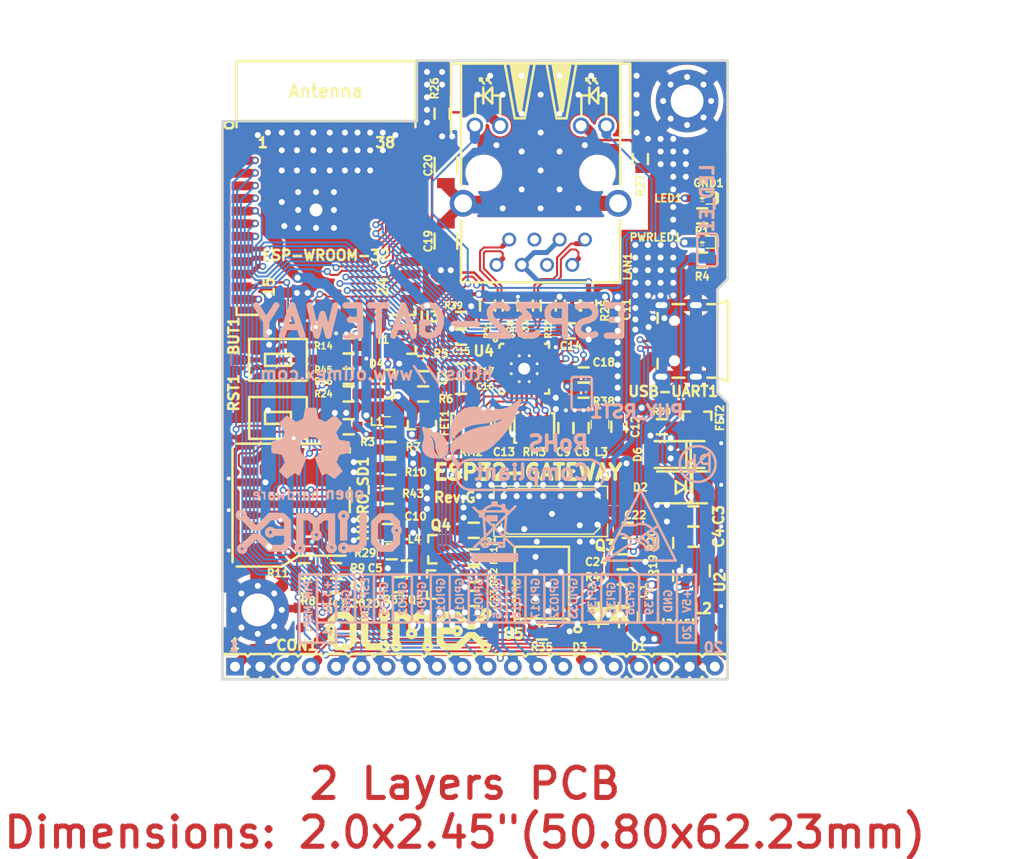
<source format=kicad_pcb>
(kicad_pcb (version 20221018) (generator pcbnew)
  (title_block (title "ESP32-GATEWAY") (date "2019-12-17") (rev "G") (company "OLIMEX Ltd.") (comment 1 "https://www.olimex.com"))
  (layers (0 "F.Cu" mixed) (31 "B.Cu" mixed) (34 "B.Paste" user) (35 "F.Paste" user) (36 "B.SilkS" user "B.Silkscreen") (37 "F.SilkS" user "F.Silkscreen") (38 "B.Mask" user) (39 "F.Mask" user) (44 "Edge.Cuts" user))
  (net 0 "")
  (net 1 "+5V")
  (net 2 "GND")
  (net 3 "Net-(BUT1-Pad2)")
  (net 4 "+3V3")
  (net 5 "Net-(C10-Pad1)")
  (net 6 "Net-(C18-Pad2)")
  (net 7 "/ESP_EN")
  (net 8 "Net-(L2-Pad1)")
  (net 9 "Net-(R19-Pad1)")
  (net 10 "Net-(R39-Pad1)")
  (net 11 "/PHYAD0")
  (net 12 "/PHYAD1")
  (net 13 "/PHYAD2")
  (net 14 "/RMIISEL")
  (net 15 "/VDD1A-2A")
  (net 16 "/VDDCR")
  (net 17 "Net-(MICRO_SD1-Pad5)")
  (net 18 "Net-(LAN1-Pad1)")
  (net 19 "Net-(LAN1-Pad2)")
  (net 20 "Net-(LAN1-Pad7)")
  (net 21 "Net-(LAN1-Pad8)")
  (net 22 "Net-(LAN1-PadAG1)")
  (net 23 "Net-(LAN1-PadAY1)")
  (net 24 "Net-(LAN1-PadKG1)")
  (net 25 "Net-(LAN1-PadKY1)")
  (net 26 "Net-(C19-Pad1)")
  (net 27 "Net-(C21-Pad1)")
  (net 28 "Net-(C22-Pad1)")
  (net 29 "/+5V_USB")
  (net 30 "Net-(Q4-Pad2)")
  (net 31 "Net-(Q4-Pad1)")
  (net 32 "Net-(Q5-Pad2)")
  (net 33 "Net-(Q5-Pad1)")
  (net 34 "Net-(U3-Pad32)")
  (net 35 "Net-(U4-Pad4)")
  (net 36 "Net-(U4-Pad14)")
  (net 37 "Net-(U4-Pad18)")
  (net 38 "Net-(U4-Pad20)")
  (net 39 "Net-(U4-Pad26)")
  (net 40 "Net-(U5-Pad6)")
  (net 41 "Net-(U5-Pad7)")
  (net 42 "Net-(U5-Pad11)")
  (net 43 "Net-(U5-Pad12)")
  (net 44 "Net-(U5-Pad13)")
  (net 45 "Net-(U5-Pad14)")
  (net 46 "Net-(U5-Pad17)")
  (net 47 "Net-(USB-UART1-Pad4)")
  (net 48 "Net-(PWRLED1-Pad1)")
  (net 49 "Net-(Q5-Pad3)")
  (net 50 "Net-(MICRO_SD1-Pad7)")
  (net 51 "/D_Com")
  (net 52 "/GPI35")
  (net 53 "+5V_EXT")
  (net 54 "/GPIO16")
  (net 55 "/GPI39")
  (net 56 "/GPI36")
  (net 57 "/GPIO32")
  (net 58 "Net-(LED1-Pad1)")
  (net 59 "+3.3VLAN")
  (net 60 "/GPIO0")
  (net 61 "Net-(C2-Pad2)")
  (net 62 "Net-(R5-Pad2)")
  (net 63 "Net-(MICRO_SD1-Pad2)")
  (net 64 "/GPI34\\BUT1")
  (net 65 "Net-(D3-Pad2)")
  (net 66 "Net-(C24-Pad1)")
  (net 67 "Net-(MICRO_SD1-Pad8)")
  (net 68 "Net-(MICRO_SD1-Pad1)")
  (net 69 "Net-(D1-Pad1)")
  (net 70 "Net-(U5-Pad20)")
  (net 71 "Net-(U3-Pad22)")
  (net 72 "Net-(U3-Pad21)")
  (net 73 "Net-(U3-Pad20)")
  (net 74 "Net-(U3-Pad19)")
  (net 75 "Net-(U3-Pad18)")
  (net 76 "Net-(U3-Pad17)")
  (net 77 "Net-(FID2-PadFid1)")
  (net 78 "Net-(FID3-PadFid1)")
  (net 79 "Net-(FID1-PadFid1)")
  (net 80 "/GPIO5\\PHY_PWR")
  (net 81 "/GPIO3\\U0RXD")
  (net 82 "/GPIO2\\HS2_DATA0")
  (net 83 "/GPIO4\\HS2_DATA1")
  (net 84 "/GPIO1\\U0TXD")
  (net 85 "/GPIO26\\EMAC_RXD1(RMII)")
  (net 86 "/GPIO25\\EMAC_RXD0(RMII)")
  (net 87 "/GPIO27\\EMAC_RX_CRS_DV")
  (net 88 "/GPIO18\\MDIO(RMII)")
  (net 89 "/GPIO14\\HS2_CLK")
  (net 90 "/GPIO15\\HS2_CMD")
  (net 91 "/GPIO12\\HS2_DATA2")
  (net 92 "/GPIO13\\HS2_DATA3")
  (net 93 "/GPIO33\\LED")
  (net 94 "/GPIO22\\EMAC_TXD1(RMII)")
  (net 95 "/GPIO19\\EMAC_TXD0(RMII)")
  (net 96 "/GPIO21\\EMAC_TX_EN(RMII)")
  (net 97 "/GPIO23\\MDC(RMII)")
  (net 98 "/GPIO17\\EMAC_CLK_OUT_180")
  (footprint "OLIMEX_Other-FP:Mounting_hole_Shield_3.3mm" (layer "F.Cu") (at 73.152 122.301)
    (fp_text reference "MH1" hide)
    (fp_text value "Mounting_hole_Shield_3.3mm" hide)
  )
  (footprint "OLIMEX_RLC-FP:C_0805_5MIL_DWS" (layer "F.Cu") (at 112.395 123.063 90)
    (fp_text reference "C1")
    (fp_text value "47uF/6.3V/20%/X5R/C0805")
  )
  (footprint "OLIMEX_RLC-FP:C_0603_5MIL_DWS" (layer "F.Cu") (at 105.664 104.013 90)
    (fp_text reference "C8")
    (fp_text value "22uF/6.3V/20%/X5R/C0603")
  )
  (footprint "OLIMEX_RLC-FP:C_0603_5MIL_DWS" (layer "F.Cu") (at 104.14 104.013 90)
    (fp_text reference "C9")
    (fp_text value "22uF/6.3V/20%/X5R/C0603")
  )
  (footprint "OLIMEX_RLC-FP:C_0805_5MIL_DWS" (layer "F.Cu") (at 86.233 112.649)
    (fp_text reference "C10")
    (fp_text value "47uF/6.3V/20%/X5R/C0805")
  )
  (footprint "OLIMEX_RLC-FP:C_0603_5MIL_DWS" (layer "F.Cu") (at 106.426 91.694 -90)
    (fp_text reference "C11")
    (fp_text value "100nF/50V/20%/Y5V/C0603")
  )
  (footprint "OLIMEX_RLC-FP:C_0603_5MIL_DWS" (layer "F.Cu") (at 109.474 103.886 -90)
    (fp_text reference "C12")
    (fp_text value "22uF/6.3V/20%/X5R/C0603")
  )
  (footprint "OLIMEX_RLC-FP:C_0603_5MIL_DWS" (layer "F.Cu") (at 97.79 104.013 -90)
    (fp_text reference "C13")
    (fp_text value "100nF/50V/20%/Y5V/C0603")
  )
  (footprint "OLIMEX_RLC-FP:C_0603_5MIL_DWS" (layer "F.Cu") (at 104.521 94.234)
    (fp_text reference "C14")
    (fp_text value "100nF/50V/20%/Y5V/C0603")
  )
  (footprint "OLIMEX_RLC-FP:C_0603_5MIL_DWS" (layer "F.Cu") (at 93.599 94.869 180)
    (fp_text reference "C15")
    (fp_text value "100nF/50V/20%/Y5V/C0603")
  )
  (footprint "OLIMEX_RLC-FP:C_0603_5MIL_DWS" (layer "F.Cu") (at 93.599 99.822 180)
    (fp_text reference "C16")
    (fp_text value "2.2uF/6.3V/10%/X5R/C0603")
  )
  (footprint "OLIMEX_RLC-FP:C_0603_5MIL_DWS" (layer "F.Cu") (at 93.599 98.298 180)
    (fp_text reference "C17")
    (fp_text value "100nF/50V/20%/Y5V/C0603")
  )
  (footprint "OLIMEX_RLC-FP:C_0603_5MIL_DWS" (layer "F.Cu") (at 105.918 98.679 180)
    (fp_text reference "C18")
    (fp_text value "NA(10uF/6.3V/20%/X5R/C0603)")
  )
  (footprint "OLIMEX_Other-FP:TESTPAD_40-ROUND" (layer "F.Cu") (at 118.872 77.978)
    (fp_text reference "GND1")
    (fp_text value "TESTPAD" hide)
  )
  (footprint "OLIMEX_RLC-FP:CD32" (layer "F.Cu") (at 115.443 123.444 -90)
    (fp_text reference "L2")
    (fp_text value "2.2uH/1.5A/DCR=72mR/20%/3.00x3.00x1.50mm/CD32(NR3015T2R2M)")
  )
  (footprint "OLIMEX_RLC-FP:L_0805_5MIL_DWS" (layer "F.Cu") (at 107.569 103.632 90)
    (fp_text reference "L3")
    (fp_text value "FB0805/600R/2A")
  )
  (footprint "OLIMEX_RLC-FP:L_0805_5MIL_DWS" (layer "F.Cu") (at 86.233 114.554 180)
    (fp_text reference "L4")
    (fp_text value "FB0805/600R/2A")
  )
  (footprint "OLIMEX_LEDs-FP:LED_0603_KA" (layer "F.Cu") (at 117.856 85.344 180)
    (fp_text reference "PWRLED1")
    (fp_text value "LED/RED/0603")
  )
  (footprint "OLIMEX_RLC-FP:R_0603_5MIL_DWS" (layer "F.Cu") (at 82.296 95.758)
    (fp_text reference "R14")
    (fp_text value "220R/R0603")
  )
  (footprint "OLIMEX_RLC-FP:R_0603_5MIL_DWS" (layer "F.Cu") (at 91.694 72.39 90)
    (fp_text reference "R26")
    (fp_text value "330R/R0603")
  )
  (footprint "OLIMEX_RLC-FP:R_0603_5MIL_DWS" (layer "F.Cu") (at 111.633 76.962 -90)
    (fp_text reference "R27")
    (fp_text value "330R/R0603")
  )
  (footprint "OLIMEX_RLC-FP:R_0603_5MIL_DWS" (layer "F.Cu") (at 98.552 91.694 -90)
    (fp_text reference "R28")
    (fp_text value "49.9R/1%/R0603")
  )
  (footprint "OLIMEX_RLC-FP:R_0603_5MIL_DWS" (layer "F.Cu") (at 96.266 91.694 -90)
    (fp_text reference "R31")
    (fp_text value "49.9R/1%/R0603")
  )
  (footprint "OLIMEX_RLC-FP:R_0603_5MIL_DWS" (layer "F.Cu") (at 102.362 91.694 -90)
    (fp_text reference "R32")
    (fp_text value "49.9R/1%/R0603")
  )
  (footprint "OLIMEX_RLC-FP:R_0603_5MIL_DWS" (layer "F.Cu") (at 100.076 91.694 -90)
    (fp_text reference "R33")
    (fp_text value "49.9R/1%/R0603")
  )
  (footprint "OLIMEX_RLC-FP:R_0603_5MIL_DWS" (layer "F.Cu") (at 101.727 124.5235)
    (fp_text reference "R35")
    (fp_text value "10k/R0603")
  )
  (footprint "OLIMEX_RLC-FP:R_0603_5MIL_DWS" (layer "F.Cu") (at 105.918 100.203)
    (fp_text reference "R38")
    (fp_text value "10k/R0603")
  )
  (footprint "OLIMEX_RLC-FP:R_0603_5MIL_DWS" (layer "F.Cu") (at 93.599 93.091 180)
    (fp_text reference "R39")
    (fp_text value "12.1k/1%/R0603")
  )
  (footprint "OLIMEX_RLC-FP:R_0603_5MIL_DWS" (layer "F.Cu") (at 109.855 118.999)
    (fp_text reference "R40")
    (fp_text value "10k/R0603")
  )
  (footprint "OLIMEX_RLC-FP:R_0603_5MIL_DWS" (layer "F.Cu") (at 94.869 116.967 180)
    (fp_text reference "R41")
    (fp_text value "1k/R0603")
  )
  (footprint "OLIMEX_RLC-FP:R_MATRIX_4" (layer "F.Cu") (at 94.615 104.013)
    (fp_text reference "RM2")
    (fp_text value "RA1206_(4X0603)_4B8_2.2k")
  )
  (footprint "OLIMEX_RLC-FP:R_MATRIX_4" (layer "F.Cu") (at 100.965 104.013 180)
    (fp_text reference "RM3")
    (fp_text value "RA1206_(4X0603)_4B8_2.2k")
  )
  (footprint "OLIMEX_Regulators-FP:SOT-23-5" (layer "F.Cu") (at 117.221 118.364 -90)
    (fp_text reference "U2")
    (fp_text value "SY8089AAAC(SOT23-5)")
  )
  (footprint "OLIMEX_Cases-FP:ESP-WROOM-32_MODULE" (layer "F.Cu") (at 80.01 79.883)
    (fp_text reference "U3")
    (fp_text value "ESP32-WROOM-32D-4MB")
  )
  (footprint "OLIMEX_IC-FP:QFN32_EP(33)_5.00x5.00x0.90mm_Pitch_0.50mm" (layer "F.Cu") (at 99.949 98.044 -90)
    (fp_text reference "U4")
    (fp_text value "LAN8710A-EZC(QFN32)")
  )
  (footprint "OLIMEX_Connectors-FP:TFC-WXCP11-08-LF" (layer "F.Cu") (at 76.327 111.125 180)
    (fp_text reference "MICRO_SD1")
    (fp_text value "TFC-WXCP11-08-LF")
  )
  (footprint "OLIMEX_RLC-FP:R_0603_5MIL_DWS" (layer "F.Cu") (at 86.233 110.871 180)
    (fp_text reference "R43")
    (fp_text value "10R/R0603")
  )
  (footprint "OLIMEX_Buttons-FP:T1107A(6x3,8x2,5MM)" (layer "F.Cu") (at 75.184 97.155 180)
    (fp_text reference "BUT1")
    (fp_text value "T1107A(6x3,8x2,5MM)")
  )
  (footprint "OLIMEX_Buttons-FP:T1107A(6x3,8x2,5MM)" (layer "F.Cu") (at 75.184 102.997 180)
    (fp_text reference "RST1")
    (fp_text value "T1107A(6x3,8x2,5MM)")
  )
  (footprint "OLIMEX_Connectors-FP:RJLBC-060TC1" (layer "F.Cu") (at 101.6 78.359 180)
    (fp_text reference "LAN1")
    (fp_text value "RJLD-060TC1(LPJ4013EDNL)")
  )
  (footprint "OLIMEX_RLC-FP:C_1206_5MIL_DWS_ISO" (layer "F.Cu") (at 92.075 85.217 -90)
    (fp_text reference "C19")
    (fp_text value "1nF/2000V/10%/X7R/C1206")
  )
  (footprint "OLIMEX_RLC-FP:C_1206_5MIL_DWS_ISO" (layer "F.Cu") (at 92.075 77.597 90)
    (fp_text reference "C20")
    (fp_text value "NA(1nF/2000V/10%/X7R/C1206)")
  )
  (footprint "OLIMEX_RLC-FP:R_0603_5MIL_DWS" (layer "F.Cu") (at 117.856 87.122 180)
    (fp_text reference "R4")
    (fp_text value "2.2k/R0603")
  )
  (footprint "OLIMEX_RLC-FP:R_0603_5MIL_DWS" (layer "F.Cu") (at 114.173 118.872 -90)
    (fp_text reference "R19")
    (fp_text value "220k/R0603")
  )
  (footprint "OLIMEX_RLC-FP:R_0603_5MIL_DWS" (layer "F.Cu") (at 114.173 115.57 90)
    (fp_text reference "R20")
    (fp_text value "49.9k/1%/R0603")
  )
  (footprint "OLIMEX_RLC-FP:C_0603_5MIL_DWS" (layer "F.Cu") (at 94.869 114.3 180)
    (fp_text reference "C21")
    (fp_text value "27pF/50V/5%/C0G/C0603")
  )
  (footprint "OLIMEX_RLC-FP:C_0603_5MIL_DWS" (layer "F.Cu") (at 110.363 114.3)
    (fp_text reference "C22")
    (fp_text value "27pF/50V/5%/C0G/C0603")
  )
  (footprint "OLIMEX_RLC-FP:C_0603_5MIL_DWS" (layer "F.Cu") (at 94.869 121.158 180)
    (fp_text reference "C23")
    (fp_text value "22uF/6.3V/20%/X5R/C0603")
  )
  (footprint "OLIMEX_RLC-FP:C_0603_5MIL_DWS" (layer "F.Cu") (at 109.855 117.475)
    (fp_text reference "C24")
    (fp_text value "100nF/50V/20%/Y5V/C0603")
  )
  (footprint "OLIMEX_Diodes-FP:SMA-KA" (layer "F.Cu") (at 115.57 106.68 180)
    (fp_text reference "D6")
    (fp_text value "1N5822/SS34/SMA")
  )
  (footprint "OLIMEX_Transistors-FP:SOT23" (layer "F.Cu") (at 117.348 102.997 -90)
    (fp_text reference "FET2")
    (fp_text value "WPM2015-3/TR")
  )
  (footprint "OLIMEX_Crystal-FP:Q_49U3HMS" (layer "F.Cu") (at 102.616 112.395)
    (fp_text reference "Q3")
    (fp_text value "Q12MHz/20pF/30ppm/2P/HC-49SM(SMD)")
  )
  (footprint "OLIMEX_Transistors-FP:SOT23" (layer "F.Cu") (at 90.932 116.205)
    (fp_text reference "Q4")
    (fp_text value "BC817-40(SOT23)")
  )
  (footprint "OLIMEX_RLC-FP:R_0603_5MIL_DWS" (layer "F.Cu") (at 113.792 103.886 180)
    (fp_text reference "R30")
    (fp_text value "1M/R0603")
  )
  (footprint "OLIMEX_RLC-FP:R_0603_5MIL_DWS" (layer "F.Cu") (at 94.869 118.745 180)
    (fp_text reference "R42")
    (fp_text value "1k/R0603")
  )
  (footprint "OLIMEX_RLC-FP:R_0603_5MIL_DWS" (layer "F.Cu") (at 82.296 97.282 180)
    (fp_text reference "R45")
    (fp_text value "10k/R0603")
  )
  (footprint "OLIMEX_RLC-FP:R_0603_5MIL_DWS" (layer "F.Cu") (at 82.296 98.806)
    (fp_text reference "R46")
    (fp_text value "NA/R0603")
  )
  (footprint "OLIMEX_IC-FP:SSOP-20W" (layer "F.Cu") (at 101.727 119.761 90)
    (fp_text reference "U5")
    (fp_text value "CH340T(SSOP20W)")
  )
  (footprint "OLIMEX_RLC-FP:C_0805_5MIL_DWS" (layer "F.Cu") (at 116.967 112.903 180)
    (fp_text reference "C3")
    (fp_text value "47uF/6.3V/20%/X5R/C0805")
  )
  (footprint "OLIMEX_RLC-FP:C_0805_5MIL_DWS" (layer "F.Cu") (at 116.967 114.935 180)
    (fp_text reference "C4")
    (fp_text value "47uF/6.3V/20%/X5R/C0805")
  )
  (footprint "OLIMEX_Other-FP:Mounting_hole_Shield_3.3mm" (layer "F.Cu") (at 116.332 71.12)
    (fp_text reference "MH2" hide)
    (fp_text value "Mounting_hole_Shield_3.3mm" hide)
  )
  (footprint "OLIMEX_Connectors-FP:USB-MICRO_MISB-SWMM-5B_LF" (layer "F.Cu") (at 116.967 95.25)
    (fp_text reference "USB-UART1")
    (fp_text value "MISB-SWMM-5B-LF(USB_MICRO)")
  )
  (footprint "OLIMEX_Connectors-FP:HN1x20" (layer "F.Cu") (at 94.996 128.016)
    (fp_text reference "CON1")
    (fp_text value "NA(NH1x20)")
  )
  (footprint "OLIMEX_LEDs-FP:LED_0603_KA" (layer "F.Cu") (at 117.856 80.899 180)
    (fp_text reference "LED1")
    (fp_text value "LED/GREEN/0603")
  )
  (footprint "OLIMEX_RLC-FP:R_0603_5MIL_DWS" (layer "F.Cu") (at 117.856 82.677)
    (fp_text reference "R1")
    (fp_text value "2.2k/R0603")
  )
  (footprint "OLIMEX_RLC-FP:R_0603_5MIL_DWS" (layer "F.Cu") (at 81.026 119.888 180)
    (fp_text reference "R2")
    (fp_text value "2.2k/R0603")
  )
  (footprint "OLIMEX_RLC-FP:R_0603_5MIL_DWS" (layer "F.Cu") (at 86.487 104.648 180)
    (fp_text reference "R3")
    (fp_text value "2.2k/R0603")
  )
  (footprint "OLIMEX_Diodes-FP:DO214AA_1(K)-2(A)" (layer "F.Cu") (at 115.824 109.982 180)
    (fp_text reference "D2")
    (fp_text value "SMBJ6.0A(DO-214AA)")
  )
  (footprint "OLIMEX_Transistors-FP:SOT23" (layer "F.Cu") (at 89.662 103.505 90)
    (fp_text reference "FET1")
    (fp_text value "WPM2015-3/TR")
  )
  (footprint "OLIMEX_RLC-FP:R_0603_5MIL_DWS" (layer "F.Cu") (at 89.789 97.536 180)
    (fp_text reference "R5")
    (fp_text value "1k/R0603")
  )
  (footprint "OLIMEX_RLC-FP:L_0805_5MIL_DWS" (layer "F.Cu") (at 86.106 101.981)
    (fp_text reference "L1")
    (fp_text value "NA(FB0805/600R/2A)")
  )
  (footprint "OLIMEX_RLC-FP:R_0603_5MIL_DWS" (layer "F.Cu") (at 89.788999 100.584)
    (fp_text reference "R6")
    (fp_text value "10k/R0603")
  )
  (footprint "OLIMEX_Transistors-FP:SOT23" (layer "F.Cu") (at 88.392 95.123 180)
    (fp_text reference "T1")
    (fp_text value "DTC114YKA")
  )
  (footprint "OLIMEX_RLC-FP:C_0603_5MIL_DWS" (layer "F.Cu") (at 89.788999 99.06)
    (fp_text reference "C2")
    (fp_text value "22uF/6.3V/20%/X5R/C0603")
  )
  (footprint "OLIMEX_LOGOs-FP:OLIMEX_LOGO_TB" (layer "F.Cu") (at 88.519 124.333)
    (fp_text reference "Logo-OlimexBIG" hide)
    (fp_text value "" hide)
  )
  (footprint "OLIMEX_RLC-FP:R_0603_5MIL_DWS" (layer "F.Cu") (at 77.851 118.364 180)
    (fp_text reference "R11")
    (fp_text value "NA/R0603")
  )
  (footprint "OLIMEX_RLC-FP:R_0603_5MIL_DWS" (layer "F.Cu") (at 86.487 106.172 180)
    (fp_text reference "R7")
    (fp_text value "2.2k/R0603")
  )
  (footprint "OLIMEX_Diodes-FP:SOT23-3" (layer "F.Cu") (at 86.233 99.568 180)
    (fp_text reference "D4")
    (fp_text value "BAT54C(SOT23-3)")
  )
  (footprint "OLIMEX_Diodes-FP:SOD-123_1C-2A_KA" (layer "F.Cu") (at 107.442 122.809 90)
    (fp_text reference "D3")
    (fp_text value "1N5819S4/SOD123")
  )
  (footprint "OLIMEX_Diodes-FP:SOD-123_1C-2A_KA" (layer "F.Cu") (at 109.474 122.809 -90)
    (fp_text reference "D1")
    (fp_text value "1N5819S4/SOD123")
  )
  (footprint "OLIMEX_Other-FP:Fiducial1x3" (layer "F.Cu") (at 118.872 75.057)
    (fp_text reference "FID3" hide)
    (fp_text value "Fiducial" hide)
  )
  (footprint "OLIMEX_Other-FP:Fiducial1x3" (layer "F.Cu") (at 118.872 124.079)
    (fp_text reference "FID2" hide)
    (fp_text value "Fiducial" hide)
  )
  (footprint "OLIMEX_Other-FP:Fiducial1x3" (layer "F.Cu") (at 77.47 124.079)
    (fp_text reference "FID1" hide)
    (fp_text value "Fiducial" hide)
  )
  (footprint "OLIMEX_RLC-FP:R_0603_5MIL_DWS" (layer "F.Cu") (at 104.775 91.694 90)
    (fp_text reference "R25")
    (fp_text value "0R(Board_Mounted)")
  )
  (footprint "OLIMEX_RLC-FP:R_0603_5MIL_DWS" (layer "F.Cu") (at 86.487 107.95)
    (fp_text reference "R10")
    (fp_text value "NA/R0603")
  )
  (footprint "OLIMEX_RLC-FP:R_0603_5MIL_DWS" (layer "F.Cu") (at 81.026 118.364 180)
    (fp_text reference "R9")
    (fp_text value "NA/R0603")
  )
  (footprint "OLIMEX_RLC-FP:R_0603_5MIL_DWS" (layer "F.Cu") (at 77.851 119.888 180)
    (fp_text reference "R8")
    (fp_text value "2.2k/R0603")
  )
  (footprint "OLIMEX_RLC-FP:C_0603_5MIL_DWS" (layer "F.Cu") (at 88.138 118.11 180)
    (fp_text reference "C5")
    (fp_text value "1uF/C0603")
  )
  (footprint "OLIMEX_RLC-FP:R_0603_5MIL_DWS" (layer "F.Cu") (at 86.614 116.459 180)
    (fp_text reference "R29")
    (fp_text value "10k/R0603")
  )
  (footprint "OLIMEX_Transistors-FP:SOT23" (layer "F.Cu") (at 90.805 119.761)
    (fp_text reference "Q5")
    (fp_text value "BC817-40(SOT23)")
  )
  (footprint "OLIMEX_RLC-FP:R_0603_5MIL_DWS" (layer "F.Cu") (at 87.249 119.761 180)
    (fp_text reference "R37")
    (fp_text value "220R/R0603")
  )
  (footprint "OLIMEX_RLC-FP:R_0603_5MIL_DWS" (layer "F.Cu") (at 82.296 100.584 180)
    (fp_text reference "R24")
    (fp_text value "10k/R0603")
  )
  (footprint "OLIMEX_RLC-FP:R_0603_5MIL_DWS" (layer "F.Cu") (at 82.296 103.886 180)
    (fp_text reference "R16")
    (fp_text value "220R/R0603")
  )
  (footprint "OLIMEX_LOGOs-FP:LOGO_ANTISTATIC_1" (layer "B.Cu") (at 115.189 117.348 180)
    (fp_text reference "Sign-Antistatic" hide)
    (fp_text value "Val**" hide)
  )
  (footprint "OLIMEX_LOGOs-FP:LOGO_OPENHARDWARE_8x8" (layer "B.Cu") (at 78.486 106.045 180)
    (fp_text reference "Logo-OSHW" hide)
    (fp_text value "" hide)
  )
  (footprint "OLIMEX_LOGOs-FP:LOGO_PBFREE" (layer "B.Cu") (at 117.602 107.315)
    (fp_text reference "Sign_Pb-Free")
    (fp_text value "")
  )
  (footprint "OLIMEX_LOGOs-FP:LOGO_RECYCLEBIN_1" (layer "B.Cu") (at 99.314 117.475 180)
    (fp_text reference "Sign-RecyclBin" hide)
    (fp_text value "" hide)
  )
  (footprint "OLIMEX_LOGOs-FP:LOGO_ROHS_1" (layer "B.Cu") (at 106.934 109.601 180)
    (fp_text reference "Sign_RoHS" hide)
    (fp_text value "Val**" hide)
  )
  (footprint "OLIMEX_LOGOs-FP:OLIMEX_LOGO_TB" (layer "B.Cu") (at 79.121 114.427 180)
    (fp_text reference "Logo-OLimeX" hide)
    (fp_text value "" hide)
  )
  (footprint "OLIMEX_Jumpers-FP:SJ" (layer "B.Cu") (at 118.364 86.106 90)
    (fp_text reference "LED_E1")
    (fp_text value "Closed")
  )
  (footprint "OLIMEX_Jumpers-FP:SJ" (layer "B.Cu") (at 105.7275 100.5205 90)
    (fp_text reference "PHY_RST1")
    (fp_text value "Opened")
  )
  (gr_line (start 115.316 118.745) (end 115.316 123.571) (stroke (width 0.254)) (layer "B.SilkS"))
  (gr_line (start 117.221 118.745) (end 117.221 123.571) (stroke (width 0.254)) (layer "B.SilkS"))
  (gr_line (start 117.221 118.745) (end 77.343 118.745) (stroke (width 0.254)) (layer "B.SilkS"))
  (gr_line (start 82.931 118.745) (end 82.931 123.571) (stroke (width 0.254)) (layer "B.SilkS"))
  (gr_line (start 113.411 118.745) (end 113.411 123.571) (stroke (width 0.254)) (layer "B.SilkS"))
  (gr_line (start 88.646 118.745) (end 88.646 123.571) (stroke (width 0.254)) (layer "B.SilkS"))
  (gr_line (start 90.551 118.745) (end 90.551 123.571) (stroke (width 0.254)) (layer "B.SilkS"))
  (gr_line (start 92.456 118.745) (end 92.456 123.571) (stroke (width 0.254)) (layer "B.SilkS"))
  (gr_line (start 109.601 118.745) (end 109.601 123.571) (stroke (width 0.254)) (layer "B.SilkS"))
  (gr_line (start 117.221 125.603) (end 115.316 125.603) (stroke (width 0.254)) (layer "B.SilkS"))
  (gr_line (start 96.266 118.745) (end 96.266 123.571) (stroke (width 0.254)) (layer "B.SilkS"))
  (gr_line (start 81.026 123.698) (end 81.026 125.603) (stroke (width 0.254)) (layer "B.SilkS"))
  (gr_line (start 86.741 118.745) (end 86.741 123.571) (stroke (width 0.254)) (layer "B.SilkS"))
  (gr_line (start 79.121 125.603) (end 81.026 125.603) (stroke (width 0.254)) (layer "B.SilkS"))
  (gr_line (start 115.316 125.603) (end 115.316 123.571) (stroke (width 0.254)) (layer "B.SilkS"))
  (gr_line (start 117.221 123.571) (end 117.221 125.603) (stroke (width 0.254)) (layer "B.SilkS"))
  (gr_line (start 77.343 118.745) (end 77.343 125.603) (stroke (width 0.254)) (layer "B.SilkS"))
  (gr_line (start 84.836 118.745) (end 84.836 123.571) (stroke (width 0.254)) (layer "B.SilkS"))
  (gr_line (start 81.026 118.872) (end 81.026 123.571) (stroke (width 0.254)) (layer "B.SilkS"))
  (gr_line (start 94.361 118.745) (end 94.361 123.571) (stroke (width 0.254)) (layer "B.SilkS"))
  (gr_line (start 103.886 118.745) (end 103.886 123.571) (stroke (width 0.254)) (layer "B.SilkS"))
  (gr_line (start 105.791 118.745) (end 105.791 123.571) (stroke (width 0.254)) (layer "B.SilkS"))
  (gr_line (start 100.076 118.745) (end 100.076 123.571) (stroke (width 0.254)) (layer "B.SilkS"))
  (gr_line (start 77.343 125.603) (end 79.121 125.603) (stroke (width 0.254)) (layer "B.SilkS"))
  (gr_line (start 111.506 118.745) (end 111.506 123.571) (stroke (width 0.254)) (layer "B.SilkS"))
  (gr_line (start 98.171 118.745) (end 98.171 123.571) (stroke (width 0.254)) (layer "B.SilkS"))
  (gr_line (start 117.221 123.571) (end 79.121 123.571) (stroke (width 0.254)) (layer "B.SilkS"))
  (gr_line (start 101.981 118.745) (end 101.981 123.571) (stroke (width 0.254)) (layer "B.SilkS"))
  (gr_line (start 107.696 118.745) (end 107.696 123.571) (stroke (width 0.254)) (layer "B.SilkS"))
  (gr_line (start 79.121 125.603) (end 79.121 118.745) (stroke (width 0.254)) (layer "B.SilkS"))
  (gr_line (start 69.596 73.152) (end 69.596 129.286) (stroke (width 0.254)) (layer "Edge.Cuts"))
  (gr_line (start 120.396 67.056) (end 89.154 67.056) (stroke (width 0.254)) (layer "Edge.Cuts"))
  (gr_line (start 89.154 73.152) (end 89.154 67.056) (stroke (width 0.254)) (layer "Edge.Cuts"))
  (gr_line (start 120.396 101.473) (end 120.396 129.286) (stroke (width 0.254)) (layer "Edge.Cuts"))
  (gr_line (start 120.396 67.056) (end 120.396 89.027) (stroke (width 0.254)) (layer "Edge.Cuts"))
  (gr_line (start 69.596 73.152) (end 89.154 73.152) (stroke (width 0.254)) (layer "Edge.Cuts"))
  (gr_line (start 69.596 129.286) (end 120.396 129.286) (stroke (width 0.254)) (layer "Edge.Cuts"))
  (gr_line (start 120.396 89.027) (end 119.38 90.043) (stroke (width 0.254)) (layer "Edge.Cuts"))
  (gr_line (start 119.38 100.457) (end 120.396 101.473) (stroke (width 0.254)) (layer "Edge.Cuts"))
  (gr_line (start 119.38 90.043) (end 119.38 100.457) (stroke (width 0.254)) (layer "Edge.Cuts"))
  (gr_text "2 Layers PCB\nDimensions: 2.0x2.45\"(50.80x62.23mm)" (at 93.98 142.24) (layer "F.Cu") (effects (font (size 3.048 3.048) (thickness 0.508))))
  (gr_text "1" (at 80.137 124.587 90) (layer "B.SilkS") (effects (font (size 0.762 0.762) (thickness 0.1905)) (justify mirror)))
  (gr_text "ESP_EN" (at 83.947 121.158 90) (layer "B.SilkS") (effects (font (size 0.762 0.762) (thickness 0.1905)) (justify mirror)))
  (gr_text "GPIO5" (at 85.852 121.158 90) (layer "B.SilkS") (effects (font (size 0.762 0.762) (thickness 0.1905)) (justify mirror)))
  (gr_text "GPIO2" (at 87.757 121.158 90) (layer "B.SilkS") (effects (font (size 0.762 0.762) (thickness 0.1905)) (justify mirror)))
  (gr_text "GPIO4" (at 89.662 121.158 90) (layer "B.SilkS") (effects (font (size 0.762 0.762) (thickness 0.1905)) (justify mirror)))
  (gr_text "GPIO12" (at 91.567 121.158 90) (layer "B.SilkS") (effects (font (size 0.762 0.762) (thickness 0.1905)) (justify mirror)))
  (gr_text "GPIO13" (at 93.472 121.158 90) (layer "B.SilkS") (effects (font (size 0.762 0.762) (thickness 0.1905)) (justify mirror)))
  (gr_text "GPIO14" (at 95.377 121.158 90) (layer "B.SilkS") (effects (font (size 0.762 0.762) (thickness 0.1905)) (justify mirror)))
  (gr_text "GPIO15" (at 97.282 121.158 90) (layer "B.SilkS") (effects (font (size 0.762 0.762) (thickness 0.1905)) (justify mirror)))
  (gr_text "GPIO16" (at 99.187 121.158 90) (layer "B.SilkS") (effects (font (size 0.762 0.762) (thickness 0.1905)) (justify mirror)))
  (gr_text "GPIO17" (at 101.092 121.158 90) (layer "B.SilkS") (effects (font (size 0.762 0.762) (thickness 0.1905)) (justify mirror)))
  (gr_text "PIN MAP:" (at 78.232 121.92 90) (layer "B.SilkS") (effects (font (size 0.762 0.762) (thickness 0.1905)) (justify mirror)))
  (gr_text "GPIO32" (at 102.997 121.158 90) (layer "B.SilkS") (effects (font (size 0.762 0.762) (thickness 0.1905)) (justify mirror)))
  (gr_text "GPIO33" (at 104.902 121.158 90) (layer "B.SilkS") (effects (font (size 0.762 0.762) (thickness 0.1905)) (justify mirror)))
  (gr_text "GPI34" (at 106.807 121.158 90) (layer "B.SilkS") (effects (font (size 0.762 0.762) (thickness 0.1905)) (justify mirror)))
  (gr_text "GPI35" (at 108.712 121.158 90) (layer "B.SilkS") (effects (font (size 0.762 0.762) (thickness 0.1905)) (justify mirror)))
  (gr_text "GPI36" (at 110.617 121.158 90) (layer "B.SilkS") (effects (font (size 0.762 0.762) (thickness 0.1905)) (justify mirror)))
  (gr_text "GND" (at 114.427 121.412 90) (layer "B.SilkS") (effects (font (size 0.762 0.762) (thickness 0.1905)) (justify mirror)))
  (gr_text "GPI39" (at 112.522 121.158 90) (layer "B.SilkS") (effects (font (size 0.762 0.762) (thickness 0.1905)) (justify mirror)))
  (gr_text "+5V" (at 116.332 121.412 90) (layer "B.SilkS") (effects (font (size 0.762 0.762) (thickness 0.1905)) (justify mirror)))
  (gr_text "20" (at 116.332 124.587 90) (layer "B.SilkS") (effects (font (size 0.762 0.762) (thickness 0.1905)) (justify mirror)))
  (gr_text "20" (at 118.999 126.111) (layer "B.SilkS") (effects (font (size 1.016 1.016) (thickness 0.254)) (justify mirror)))
  (gr_text "+3.3V" (at 80.137 121.031 90) (layer "B.SilkS") (effects (font (size 0.762 0.762) (thickness 0.1905)) (justify mirror)))
  (gr_text "GND" (at 82.042 121.412 90) (layer "B.SilkS") (effects (font (size 0.762 0.762) (thickness 0.1905)) (justify mirror)))
  (gr_text "https://www.olimex.com" (at 85.09 98.552) (layer "B.SilkS") (effects (font (size 1.27 1.27) (thickness 0.254)) (justify mirror)))
  (gr_text "ESP32-GATEWAY" (at 91.567 93.345) (layer "B.SilkS") (effects (font (size 3.048 3.048) (thickness 0.635)) (justify mirror)))
  (gr_text "1" (at 70.739 125.984) (layer "B.SilkS") (effects (font (size 1.016 1.016) (thickness 0.254)) (justify mirror)))
  (gr_text "Rev.G" (at 92.964 110.998) (layer "F.SilkS") (effects (font (size 1.016 1.016) (thickness 0.254))))
  (gr_text "ESP32-GATEWAY\n" (at 100.33 108.458) (layer "F.SilkS") (effects (font (size 1.524 1.524) (thickness 0.381))))
  (gr_text "(C) 2020" (at 82.804 121.666) (layer "F.SilkS") (effects (font (size 0.762 0.762) (thickness 0.1905))))
  (gr_text "1" (at 70.866 125.73) (layer "F.SilkS") (effects (font (size 1.016 1.016) (thickness 0.254))))
  (segment (start 118.07 109.913) (end 118.07 106.68) (width 1.524) (layer "F.Cu") (net 1))
  (segment (start 117.983 110) (end 117.983 111.252) (width 1.524) (layer "F.Cu") (net 1))
  (segment (start 117.983 111.252) (end 117.983 112.903) (width 1.524) (layer "F.Cu") (net 1))
  (segment (start 118.364 104.16794) (end 118.364 104.902) (width 1.016) (layer "F.Cu") (net 1))
  (segment (start 118.364 106.386) (end 118.364 104.902) (width 1.524) (layer "F.Cu") (net 1))
  (segment (start 118.491 116.744) (end 118.491 116.459) (width 0.508) (layer "F.Cu") (net 1))
  (segment (start 118.491 116.459) (end 118.491 115.443) (width 1.27) (layer "F.Cu") (net 1))
  (segment (start 118.491 115.443) (end 117.983 114.935) (width 1.27) (layer "F.Cu") (net 1))
  (segment (start 118.001 109.982) (end 118.07 109.913) (width 1.524) (layer "F.Cu") (net 1))
  (segment (start 116.713 110.871) (end 117.983 112.141) (width 1.016) (layer "F.Cu") (net 1))
  (segment (start 117.602 110.871) (end 117.349396 110.871) (width 0.508) (layer "F.Cu") (net 1))
  (segment (start 117.602 109.982) (end 118.001 109.982) (width 1.016) (layer "F.Cu") (net 1))
  (segment (start 117.983 112.141) (end 117.983 112.903) (width 1.016) (layer "F.Cu") (net 1))
  (segment (start 118.3005 104.10444) (end 118.364 104.16794) (width 1.016) (layer "F.Cu") (net 1))
  (segment (start 118.171 117.064) (end 118.491 116.744) (width 0.508) (layer "F.Cu") (net 1))
  (segment (start 116.205 120.015) (end 115.57 120.015) (width 0.508) (layer "F.Cu") (net 1))
  (segment (start 118.001 109.982) (end 117.983 110) (width 1.524) (layer "F.Cu") (net 1))
  (segment (start 116.205 119.38) (end 115.57 120.015) (width 0.508) (layer "F.Cu") (net 1))
  (segment (start 116.271 119.664) (end 115.921 119.664) (width 0.508) (layer "F.Cu") (net 1))
  (segment (start 117.983 112.903) (end 117.983 114.935) (width 1.524) (layer "F.Cu") (net 1))
  (segment (start 117.094 85.344) (end 116.077994 85.344) (width 1.016) (layer "F.Cu") (net 1))
  (segment (start 117.983 111.252) (end 117.602 110.871) (width 0.508) (layer "F.Cu") (net 1))
  (segment (start 117.349396 110.871) (end 116.713 110.871) (width 0.508) (layer "F.Cu") (net 1))
  (segment (start 116.271 119.949) (end 116.205 120.015) (width 0.508) (layer "F.Cu") (net 1))
  (segment (start 116.713 110.871) (end 117.602 109.982) (width 1.016) (layer "F.Cu") (net 1))
  (segment (start 118.07 106.68) (end 118.364 106.386) (width 1.524) (layer "F.Cu") (net 1))
  (segment (start 116.271 119.664) (end 116.271 119.949) (width 0.508) (layer "F.Cu") (net 1))
  (via (at 116.713 110.871) (size 0.9) (drill 0.6) (layers "F.Cu" "B.Cu") (net 1))
  (via (at 115.57 120.015) (size 0.7) (drill 0.4) (layers "F.Cu" "B.Cu") (net 1))
  (via (at 116.077994 85.344) (size 0.9) (drill 0.6) (layers "F.Cu" "B.Cu") (net 1))
  (segment (start 117.322589 119.405411) (end 117.322589 111.480589) (width 0.2032) (layer "B.Cu") (net 1))
  (segment (start 115.727995 88.043505) (end 115.727995 102.61285) (width 0.254) (layer "B.Cu") (net 1))
  (segment (start 118.364 85.344) (end 118.364 86.868) (width 0.508) (layer "B.Cu") (net 1))
  (segment (start 113.835636 107.422136) (end 116.713 110.2995) (width 0.254) (layer "B.Cu") (net 1))
  (segment (start 116.713 120.015) (end 117.322589 119.405411) (width 0.2032) (layer "B.Cu") (net 1))
  (segment (start 115.57 120.015) (end 116.713 120.015) (width 0.2032) (layer "B.Cu") (net 1))
  (segment (start 116.713 110.2995) (end 116.713 110.871) (width 0.254) (layer "B.Cu") (net 1))
  (segment (start 116.9035 86.868) (end 115.727995 88.043505) (width 0.254) (layer "B.Cu") (net 1))
  (segment (start 118.364 85.344) (end 116.077994 85.344) (width 1.016) (layer "B.Cu") (net 1))
  (segment (start 115.727995 102.61285) (end 113.835636 104.505209) (width 0.254) (layer "B.Cu") (net 1))
  (segment (start 118.364 86.868) (end 116.9035 86.868) (width 1.016) (layer "B.Cu") (net 1))
  (segment (start 113.835636 104.505209) (end 113.835636 107.422136) (width 0.254) (layer "B.Cu") (net 1))
  (segment (start 117.162999 111.320999) (end 116.713 110.871) (width 0.2032) (layer "B.Cu") (net 1))
  (segment (start 117.322589 111.480589) (end 117.162999 111.320999) (width 0.2032) (layer "B.Cu") (net 1))
  (segment (start 81.82 108.458) (end 82.804 108.458) (width 1.016) (layer "F.Cu") (net 2))
  (segment (start 90.17 111.125) (end 90.17 112.141) (width 1.016) (layer "F.Cu") (net 2))
  (segment (start 93.726 121.158) (end 93.98 121.158) (width 0.254) (layer "F.Cu") (net 2))
  (segment (start 103.987 118.136) (end 103.632 118.491) (width 0.4064) (layer "F.Cu") (net 2))
  (segment (start 103.632 110.109) (end 103.632 110.363) (width 1.016) (layer "F.Cu") (net 2))
  (segment (start 103.632 110.363) (end 103.632 110.109) (width 1.016) (layer "F.Cu") (net 2))
  (segment (start 103.632 110.109) (end 100.457 110.109) (width 1.016) (layer "F.Cu") (net 2))
  (segment (start 91.694 75.438) (end 91.694 74.676) (width 1.016) (layer "F.Cu") (net 2))
  (segment (start 92.71 74.676) (end 92.71 75.184) (width 1.016) (layer "F.Cu") (net 2))
  (segment (start 92.71 75.184) (end 92.075 75.819) (width 1.016) (layer "F.Cu") (net 2))
  (segment (start 92.71 101.854) (end 92.329 102.235) (width 0.762) (layer "F.Cu") (net 2))
  (segment (start 92.329 102.235) (end 92.329 104.267) (width 0.762) (layer "F.Cu") (net 2))
  (segment (start 92.329 104.267) (end 92.329 104.775) (width 0.762) (layer "F.Cu") (net 2))
  (segment (start 91.567 87.503) (end 91.567 88.138) (width 1.016) (layer "F.Cu") (net 2))
  (segment (start 105.537 94.107) (end 106.426 94.107) (width 0.762) (layer "F.Cu") (net 2))
  (segment (start 106.68 95.377) (end 106.426 95.123) (width 0.508) (layer "F.Cu") (net 2))
  (segment (start 98.044 104.648) (end 98.806 104.648) (width 0.508) (layer "F.Cu") (net 2))
  (segment (start 99.568 104.648) (end 98.806 104.648) (width 0.508) (layer "F.Cu") (net 2))
  (segment (start 72.328 109.474) (end 73.914 109.474) (width 0.762) (layer "F.Cu") (net 2))
  (segment (start 82.35 107.442) (end 82.804 107.442) (width 1.016) (layer "F.Cu") (net 2))
  (segment (start 95.504 110.109) (end 95.631 110.109) (width 1.016) (layer "F.Cu") (net 2))
  (segment (start 94.615 110.998) (end 93.853 110.998) (width 1.016) (layer "F.Cu") (net 2))
  (segment (start 93.853 112.014) (end 93.853 113.03) (width 1.016) (layer "F.Cu") (net 2))
  (segment (start 93.853 114.3) (end 93.853 113.03) (width 0.762) (layer "F.Cu") (net 2))
  (segment (start 80.585 82.042) (end 84.074 82.042) (width 1.016) (layer "F.Cu") (net 2))
  (segment (start 82.744 79.883) (end 84.328 79.883) (width 1.016) (layer "F.Cu") (net 2))
  (segment (start 80.264 82.329) (end 80.264 77.978) (width 1.016) (layer "F.Cu") (net 2))
  (segment (start 82.804 79.823) (end 82.804 77.851) (width 1.016) (layer "F.Cu") (net 2))
  (segment (start 77.724 79.789) (end 77.724 77.851) (width 1.016) (layer "F.Cu") (net 2))
  (segment (start 77.945 80.01) (end 75.946 80.01) (width 1.016) (layer "F.Cu") (net 2))
  (segment (start 80.231 82.296) (end 76.073 82.296) (width 1.016) (layer "F.Cu") (net 2))
  (segment (start 94.996 115.316) (end 99.568 115.316) (width 0.4064) (layer "F.Cu") (net 2))
  (segment (start 105.537 110.109) (end 103.632 110.109) (width 1.016) (layer "F.Cu") (net 2))
  (segment (start 107.569 110.109) (end 105.537 110.109) (width 1.016) (layer "F.Cu") (net 2))
  (segment (start 97.917 110.109) (end 95.504 110.109) (width 1.016) (layer "F.Cu") (net 2))
  (segment (start 100.457 110.871) (end 100.457 110.109) (width 1.016) (layer "F.Cu") (net 2))
  (segment (start 100.457 110.109) (end 100.457 110.363) (width 1.016) (layer "F.Cu") (net 2))
  (segment (start 100.457 110.363) (end 100.457 110.109) (width 1.016) (layer "F.Cu") (net 2))
  (segment (start 100.457 110.109) (end 97.917 110.109) (width 1.016) (layer "F.Cu") (net 2))
  (segment (start 99.949 114.173) (end 97.536 114.173) (width 1.016) (layer "F.Cu") (net 2))
  (segment (start 102.362 119.761) (end 101.092 118.491) (width 1.016) (layer "F.Cu") (net 2))
  (segment (start 101.092 116.967) (end 101.219 116.84) (width 1.016) (layer "F.Cu") (net 2))
  (segment (start 101.219 116.84) (end 101.219 115.443) (width 1.016) (layer "F.Cu") (net 2))
  (segment (start 75.565 81.788) (end 75.565 81.28) (width 1.016) (layer "F.Cu") (net 2))
  (segment (start 75.565 78.105) (end 75.565 76.073) (width 1.016) (layer "F.Cu") (net 2))
  (segment (start 78.74 74.295) (end 78.74 78.105) (width 1.016) (layer "F.Cu") (net 2))
  (segment (start 81.915 78.105) (end 81.915 74.295) (width 1.016) (layer "F.Cu") (net 2))
  (segment (start 84.455 74.295) (end 84.455 76.073) (width 1.016) (layer "F.Cu") (net 2))
  (segment (start 84.455 76.073) (end 84.455 78.105) (width 1.016) (layer "F.Cu") (net 2))
  (segment (start 83.185 76.073) (end 80.391 76.073) (width 1.016) (layer "F.Cu") (net 2))
  (segment (start 77.089 76.073) (end 75.565 76.073) (width 1.016) (layer "F.Cu") (net 2))
  (segment (start 75.565 76.073) (end 75.692 76.073) (width 1.016) (layer "F.Cu") (net 2))
  (segment (start 75.692 76.073) (end 75.565 76.073) (width 1.016) (layer "F.Cu") (net 2))
  (segment (start 75.565 76.073) (end 75.565 74.295) (width 1.016) (layer "F.Cu") (net 2))
  (segment (start 91.059 68.199) (end 91.059 69.469) (width 1.016) (layer "F.Cu") (net 2))
  (segment (start 117.221 120.523) (end 116.84 120.904) (width 0.508) (layer "F.Cu") (net 2))
  (segment (start 115.57 118.364) (end 116.459 118.364) (width 0.762) (layer "F.Cu") (net 2))
  (segment (start 112.649 121.793) (end 112.649 120.904) (width 1.016) (layer "F.Cu") (net 2))
  (segment (start 119.761 102.997) (end 119.761 105.537) (width 0.508) (layer "F.Cu") (net 2))
  (segment (start 115.951 115.062) (end 117.221 116.332) (width 0.508) (layer "F.Cu") (net 2))
  (segment (start 117.221 116.332) (end 117.221 118.364) (width 0.508) (layer "F.Cu") (net 2))
  (segment (start 119.761 118.364) (end 119.761 121.92) (width 0.508) (layer "F.Cu") (net 2))
  (segment (start 113.284 110.345) (end 113.284 111.76) (width 1.016) (layer "F.Cu") (net 2))
  (segment (start 114.3 111.76) (end 114.3 112.649) (width 1.016) (layer "F.Cu") (net 2))
  (segment (start 114.3 114.554) (end 114.3 113.411) (width 1.016) (layer "F.Cu") (net 2))
  (segment (start 115.697 114.681) (end 114.173 114.681) (width 1.016) (layer "F.Cu") (net 2))
  (segment (start 115.697 112.649) (end 114.3 112.649) (width 1.016) (layer "F.Cu") (net 2))
  (segment (start 114.3 112.649) (end 114.3 113.411) (width 1.016) (layer "F.Cu") (net 2))
  (segment (start 114.3 110.635) (end 114.3 111.76) (width 1.016) (layer "F.Cu") (net 2))
  (segment (start 119.761 113.919) (end 119.761 118.364) (width 0.508) (layer "F.Cu") (net 2))
  (segment (start 119.761 109.728) (end 119.761 113.919) (width 0.508) (layer "F.Cu") (net 2))
  (segment (start 119.761 105.537) (end 119.761 109.728) (width 0.508) (layer "F.Cu") (net 2))
  (segment (start 92.71 94.107) (end 92.71 94.107) (width 0.762) (layer "F.Cu") (net 2))
  (segment (start 92.71 94.107) (end 92.71 94.615) (width 0.762) (layer "F.Cu") (net 2))
  (segment (start 117.221 119.664) (end 117.221 120.523) (width 0.508) (layer "F.Cu") (net 2))
  (segment (start 92.5576 88.138) (end 91.567 88.138) (width 1.016) (layer "F.Cu") (net 2))
  (segment (start 113.647 109.982) (end 113.284 110.345) (width 1.016) (layer "F.Cu") (net 2))
  (segment (start 82.804 113.284) (end 82.804 115.316) (width 1.016) (layer "F.Cu") (net 2))
  (segment (start 111.76 91.694) (end 111.379 91.694) (width 1.016) (layer "F.Cu") (net 2))
  (segment (start 75.946 83.82) (end 75.819 83.693) (width 1.016) (layer "F.Cu") (net 2))
  (segment (start 106.7435 98.4885) (end 107.061 98.171) (width 0.508) (layer "F.Cu") (net 2))
  (segment (start 91.059 113.03) (end 90.17 112.141) (width 1.016) (layer "F.Cu") (net 2))
  (segment (start 71.12 102.997) (end 71.881848 102.235152) (width 1.016) (layer "F.Cu") (net 2))
  (segment (start 89.43341 109.24541) (end 89.720001 109.532001) (width 1.016) (layer "F.Cu") (net 2))
  (segment (start 111.252 111.506) (end 109.855 110.109) (width 1.016) (layer "F.Cu") (net 2))
  (segment (start 112.903 92.964) (end 111.76 92.964) (width 0.508) (layer "F.Cu") (net 2))
  (segment (start 101.699 95.594) (end 101.699 95.405) (width 0.254) (layer "F.Cu") (net 2))
  (segment (start 113.817 93.8625) (end 113.0395 93.8625) (width 0.508) (layer "F.Cu") (net 2))
  (segment (start 103.632 110.871) (end 103.632 110.109) (width 1.016) (layer "F.Cu") (net 2))
  (segment (start 92.0115 105.2195) (end 91.567 104.775) (width 0.3048) (layer "F.Cu") (net 2))
  (segment (start 114.5635 93.8625) (end 113.817 93.8625) (width 0.508) (layer "F.Cu") (net 2))
  (segment (start 119.761 118.364) (end 117.221 118.364) (width 0.508) (layer "F.Cu") (net 2))
  (segment (start 113.747 91.65) (end 111.423 91.65) (width 1.016) (layer "F.Cu") (net 2))
  (segment (start 78.994 83.947) (end 78.994 89.446436) (width 1.016) (layer "F.Cu") (net 2))
  (segment (start 117.221 118.364) (end 116.586 118.364) (width 0.762) (layer "F.Cu") (net 2))
  (segment (start 71.506499 73.728999) (end 88.640501 73.728999) (width 0.508) (layer "F.Cu") (net 2))
  (segment (start 105.41 94.234) (end 105.41 94.361) (width 0.508) (layer "F.Cu") (net 2))
  (segment (start 92.71 92.747438) (end 93.699938 91.7575) (width 0.762) (layer "F.Cu") (net 2))
  (segment (start 81.577 114.275) (end 81.577 115.075) (width 1.016) (layer "F.Cu") (net 2))
  (segment (start 94.234 105.2195) (end 92.0115 105.2195) (width 0.3048) (layer "F.Cu") (net 2))
  (segment (start 110.744 117.475) (end 110.748066 117.479066) (width 1.016) (layer "F.Cu") (net 2))
  (segment (start 91.567 104.775) (end 91.381999 104.589999) (width 0.762) (layer "F.Cu") (net 2))
  (segment (start 104.267 95.377) (end 102.856962 95.377) (width 0.254) (layer "F.Cu") (net 2))
  (segment (start 83.185 95.758) (end 82.04201 94.61501) (width 0.508) (layer "F.Cu") (net 2))
  (segment (start 106.426 92.583) (end 106.553 92.583) (width 0.254) (layer "F.Cu") (net 2))
  (segment (start 113.0395 93.8625) (end 112.468 93.8625) (width 0.508) (layer "F.Cu") (net 2))
  (segment (start 105.918004 102.729974) (end 105.918004 102.235) (width 0.508) (layer "F.Cu") (net 2))
  (segment (start 110.871 92.202) (end 111.125 91.948) (width 0.508) (layer "F.Cu") (net 2))
  (segment (start 87.249 118.11) (end 86.233 118.11) (width 0.508) (layer "F.Cu") (net 2))
  (segment (start 92.71 74.676) (end 91.694 74.676) (width 1.016) (layer "F.Cu") (net 2))
  (segment (start 113.647 109.982) (end 114.3 110.635) (width 1.016) (layer "F.Cu") (net 2))
  (segment (start 97.79 104.902) (end 98.044 104.648) (width 0.508) (layer "F.Cu") (net 2))
  (segment (start 93.853 113.03) (end 93.853 114.173) (width 1.016) (layer "F.Cu") (net 2))
  (segment (start 80.31 82.333) (end 80.264 82.379) (width 1.016) (layer "F.Cu") (net 2))
  (segment (start 71.51 74.573) (end 71.51 73.7325) (width 0.508) (layer "F.Cu") (net 2))
  (segment (start 93.98 114.3) (end 93.853 114.3) (width 0.762) (layer "F.Cu") (net 2))
  (segment (start 105.537 110.109) (end 105.537 110.744) (width 1.016) (layer "F.Cu") (net 2))
  (segment (start 102.856962 95.377) (end 102.361988 95.377) (width 0.254) (layer "F.Cu") (net 2))
  (segment (start 74.295 94.994604) (end 74.295 95.631) (width 1.016) (layer "F.Cu") (net 2))
  (segment (start 83.59141 109.24541) (end 89.43341 109.24541) (width 1.016) (layer "F.Cu") (net 2))
  (segment (start 93.345 104.775) (end 92.329 104.775) (width 0.254) (layer "F.Cu") (net 2))
  (segment (start 73.152 122.301) (end 73.279 122.174) (width 0.762) (layer "F.Cu") (net 2))
  (segment (start 113.284 111.76) (end 114.3 111.76) (width 1.016) (layer "F.Cu") (net 2))
  (segment (start 90.043 74.573) (end 88.51 74.573) (width 0.508) (layer "F.Cu") (net 2))
  (segment (start 111.423 91.65) (end 111.125 91.948) (width 1.016) (layer "F.Cu") (net 2))
  (segment (start 109.347 95.123) (end 109.347 96.139) (width 1.016) (layer "F.Cu") (net 2))
  (segment (start 105.41 94.234) (end 105.537 94.107) (width 0.762) (layer "F.Cu") (net 2))
  (segment (start 111.76 92.964) (end 111.76 93.4085) (width 0.508) (layer "F.Cu") (net 2))
  (segment (start 80.281 82.346) (end 77.724 79.789) (width 1.016) (layer "F.Cu") (net 2))
  (segment (start 109.347 90.805) (end 109.347 93.5355) (width 1.016) (layer "F.Cu") (net 2))
  (segment (start 72.327 109.475) (end 72.328 109.474) (width 0.762) (layer "F.Cu") (net 2))
  (segment (start 92.71 94.615) (end 92.71 94.059042) (width 1.016) (layer "F.Cu") (net 2))
  (segment (start 81.566 108.204) (end 75.183946 108.204) (width 1.016) (layer "F.Cu") (net 2))
  (segment (start 111.131803 114.3) (end 110.077725 115.354078) (width 0.254) (layer "F.Cu") (net 2))
  (segment (start 112.4585 93.853) (end 112.4585 93.4085) (width 0.508) (layer "F.Cu") (net 2))
  (segment (start 80.281 82.346) (end 80.231 82.296) (width 1.016) (layer "F.Cu") (net 2))
  (segment (start 118.574 98.85) (end 118.618 98.806) (width 0.762) (layer "F.Cu") (net 2))
  (segment (start 103.124 102.108) (end 103.124 100.965) (width 1.016) (layer "F.Cu") (net 2))
  (segment (start 87.376 118.11) (end 87.249 118.11) (width 0.2032) (layer "F.Cu") (net 2))
  (segment (start 88.74761 115.3668) (end 88.519 115.59541) (width 0.2032) (layer "F.Cu") (net 2))
  (segment (start 110.748066 117.479066) (end 111.500538 117.479066) (width 1.016) (layer "F.Cu") (net 2))
  (segment (start 71.881848 102.235152) (end 73.531604 102.235152) (width 1.016) (layer "F.Cu") (net 2))
  (segment (start 70.104 94.996) (end 70.739 95.631) (width 0.3048) (layer "F.Cu") (net 2))
  (segment (start 78.994 89.446436) (end 78.043237 90.397199) (width 1.016) (layer "F.Cu") (net 2))
  (segment (start 88.51 74.573) (end 87.019 74.573) (width 0.762) (layer "F.Cu") (net 2))
  (segment (start 105.664 103.124) (end 105.918004 102.869996) (width 0.508) (layer "F.Cu") (net 2))
  (segment (start 110.077725 115.354078) (end 108.419922 115.354078) (width 0.254) (layer "F.Cu") (net 2))
  (segment (start 104.14 103.124) (end 103.124 102.108) (width 1.016) (layer "F.Cu") (net 2))
  (segment (start 107.315 110.744) (end 107.569 110.49) (width 1.016) (layer "F.Cu") (net 2))
  (segment (start 92.075 86.995) (end 91.567 87.503) (width 1.016) (layer "F.Cu") (net 2))
  (segment (start 81.577 108.215) (end 82.35 107.442) (width 1.016) (layer "F.Cu") (net 2))
  (segment (start 94.234 104.775) (end 94.234 105.2195) (width 0.3048) (layer "F.Cu") (net 2))
  (segment (start 103.378 95.377) (end 106.172 95.377) (width 0.508) (layer "F.Cu") (net 2))
  (segment (start 111.76 91.694) (end 110.236 91.694) (width 1.016) (layer "F.Cu") (net 2))
  (segment (start 102.674 96.294) (end 103.083 95.885) (width 0.254) (layer "F.Cu") (net 2))
  (segment (start 111.76 93.4085) (end 111.3155 93.853) (width 0.508) (layer "F.Cu") (net 2))
  (segment (start 87.28456 97.44456) (end 87.28456 96.0755) (width 1.016) (layer "F.Cu") (net 2))
  (segment (start 90.17 91.694) (end 90.17 89.916) (width 0.508) (layer "F.Cu") (net 2))
  (segment (start 105.60257 113.72643) (end 105.537 113.792) (width 1.016) (layer "F.Cu") (net 2))
  (segment (start 109.6645 93.853) (end 109.347 93.5355) (width 1.016) (layer "F.Cu") (net 2))
  (segment (start 73.152 122.301) (end 73.152 117.094) (width 1.524) (layer "F.Cu") (net 2))
  (segment (start 102.399 96.294) (end 102.674 96.294) (width 0.254) (layer "F.Cu") (net 2))
  (segment (start 105.3465 118.136) (end 103.987 118.136) (width 0.3048) (layer "F.Cu") (net 2))
  (segment (start 112.4585 93.6625) (end 111.76 92.964) (width 0.508) (layer "F.Cu") (net 2))
  (segment (start 115.951 114.935) (end 115.951 115.062) (width 0.508) (layer "F.Cu") (net 2))
  (segment (start 93.853 114.173) (end 93.98 114.3) (width 1.016) (layer "F.Cu") (net 2))
  (segment (start 112.4585 93.853) (end 111.125 92.5195) (width 0.508) (layer "F.Cu") (net 2))
  (segment (start 110.871 93.4085) (end 110.871 92.202) (width 0.508) (layer "F.Cu") (net 2))
  (segment (start 107.035 118.136) (end 105.3465 118.136) (width 0.254) (layer "F.Cu") (net 2))
  (segment (start 82.55 84.615) (end 82.55 86.487) (width 1.016) (layer "F.Cu") (net 2))
  (segment (start 111.3155 93.853) (end 110.871 93.4085) (width 0.508) (layer "F.Cu") (net 2))
  (segment (start 107.391169 116.382831) (end 107.391169 117.779831) (width 0.254) (layer "F.Cu") (net 2))
  (segment (start 71.51 74.573) (end 73.128 74.573) (width 0.762) (layer "F.Cu") (net 2))
  (segment (start 115.418265 93.981801) (end 114.682801 93.981801) (width 0.508) (layer "F.Cu") (net 2))
  (segment (start 92.5576 88.138) (end 92.5576 87.4776) (width 1.016) (layer "F.Cu") (net 2))
  (segment (start 114.046 92.964) (end 115.36 91.65) (width 0.508) (layer "F.Cu") (net 2))
  (segment (start 106.426 94.107) (end 106.426 95.123) (width 1.016) (layer "F.Cu") (net 2))
  (segment (start 90.297 73.5965) (end 90.297 70.231) (width 0.762) (layer "F.Cu") (net 2))
  (segment (start 106.426 92.583) (end 106.426 94.107) (width 0.762) (layer "F.Cu") (net 2))
  (segment (start 89.662 112.649) (end 90.17 112.141) (width 1.016) (layer "F.Cu") (net 2))
  (segment (start 80.281 82.346) (end 82.804 79.823) (width 1.016) (layer "F.Cu") (net 2))
  (segment (start 86.741 74.295) (end 84.455 74.295) (width 1.016) (layer "F.Cu") (net 2))
  (segment (start 92.075 75.819) (end 91.694 75.438) (width 1.016) (layer "F.Cu") (net 2))
  (segment (start 112.4585 93.853) (end 112.4585 93.6625) (width 0.508) (layer "F.Cu") (net 2))
  (segment (start 111.76 91.694) (end 111.76 92.964) (width 1.016) (layer "F.Cu") (net 2))
  (segment (start 106.807 98.679) (end 106.68 98.552) (width 0.508) (layer "F.Cu") (net 2))
  (segment (start 88.640501 73.728999) (end 89.720001 73.728999) (width 0.508) (layer "F.Cu") (net 2))
  (segment (start 113.817 93.193) (end 114.046 92.964) (width 0.508) (layer "F.Cu") (net 2))
  (segment (start 105.664 103.124) (end 105.791 102.997) (width 0.4064) (layer "F.Cu") (net 2))
  (segment (start 115.650066 93.75) (end 115.418265 93.981801) (width 0.508) (layer "F.Cu") (net 2))
  (segment (start 104.775 94.996) (end 104.394 95.377) (width 0.508) (layer "F.Cu") (net 2))
  (segment (start 82.804 115.316) (end 81.9785 115.316) (width 1.016) (layer "F.Cu") (net 2))
  (segment (start 110.871 93.216604) (end 110.871 93.4085) (width 0.508) (layer "F.Cu") (net 2))
  (segment (start 118.618 101.854) (end 119.761 102.997) (width 0.508) (layer "F.Cu") (net 2))
  (segment (start 82.779 114.275) (end 82.804 114.3) (width 1.016) (layer "F.Cu") (net 2))
  (segment (start 76.073 82.296) (end 75.565 81.788) (width 1.016) (layer "F.Cu") (net 2))
  (segment (start 92.71 99.822) (end 92.71 98.298) (width 0.508) (layer "F.Cu") (net 2))
  (segment (start 103.473999 95.472999) (end 103.378 95.377) (width 0.508) (layer "F.Cu") (net 2))
  (segment (start 93.853 112.014) (end 93.853 110.998) (width 1.016) (layer "F.Cu") (net 2))
  (segment (start 70.739 95.631) (end 74.295 95.631) (width 0.3048) (layer "F.Cu") (net 2))
  (segment (start 93.98 114.3) (end 94.996 115.316) (width 0.4064) (layer "F.Cu") (net 2))
  (segment (start 89.720001 73.728999) (end 90.17 73.279) (width 0.3048) (layer "F.Cu") (net 2))
  (segment (start 107.061 95.631) (end 106.7435 95.3135) (width 0.508) (layer "F.Cu") (net 2))
  (segment (start 75.565 74.295) (end 73.406 74.295) (width 1.016) (layer "F.Cu") (net 2))
  (segment (start 74.575801 90.397199) (end 74.295 90.678) (width 1.016) (layer "F.Cu") (net 2))
  (segment (start 70.104 74.7395) (end 70.104 94.996) (width 0.3048) (layer "F.Cu") (net 2))
  (segment (start 114.173 114.681) (end 114.3 114.554) (width 1.016) (layer "F.Cu") (net 2))
  (segment (start 102.616 95.377) (end 103.124 95.885) (width 0.508) (layer "F.Cu") (net 2))
  (segment (start 73.913946 109.474) (end 73.914 109.474) (width 1.016) (layer "F.Cu") (net 2))
  (segment (start 103.473999 95.535001) (end 103.473999 95.472999) (width 0.508) (layer "F.Cu") (net 2))
  (segment (start 92.71 93.091) (end 92.71 93.98) (width 1.016) (layer "F.Cu") (net 2))
  (segment (start 86.995 74.549) (end 86.741 74.295) (width 1.016) (layer "F.Cu") (net 2))
  (segment (start 111.3155 93.853) (end 111.3155 93.4085) (width 0.508) (layer "F.Cu") (net 2))
  (segment (start 111.125 91.948) (end 109.347 91.948) (width 1.016) (layer "F.Cu") (net 2))
  (segment (start 87.249 112.649) (end 89.662 112.649) (width 1.016) (layer "F.Cu") (net 2))
  (segment (start 88.51 74.573) (end 88.51 73.8595) (width 0.508) (layer "F.Cu") (net 2))
  (segment (start 102.616 95.377) (end 103.378 95.377) (width 0.508) (layer "F.Cu") (net 2))
  (segment (start 81.577 113.368) (end 81.661 113.284) (width 1.016) (layer "F.Cu") (net 2))
  (segment (start 114.046 91.949) (end 113.747 91.65) (width 0.508) (layer "F.Cu") (net 2))
  (segment (start 90.043 73.8505) (end 90.297 73.5965) (width 0.762) (layer "F.Cu") (net 2))
  (segment (start 81.577 114.275) (end 81.577 114.724) (width 0.508) (layer "F.Cu") (net 2))
  (segment (start 81.577 114.275) (end 81.577 113.368) (width 1.016) (layer "F.Cu") (net 2))
  (segment (start 73.128 74.573) (end 73.152 74.549) (width 0.762) (layer "F.Cu") (net 2))
  (segment (start 80.264 82.379) (end 80.264 86.487) (width 1.016) (layer "F.Cu") (net 2))
  (segment (start 107.315 113.72643) (end 105.60257 113.72643) (width 1.016) (layer "F.Cu") (net 2))
  (segment (start 94.234 104.775) (end 93.345 104.775) (width 0.254) (layer "F.Cu") (net 2))
  (segment (start 78.043237 90.397199) (end 74.575801 90.397199) (width 1.016) (layer "F.Cu") (net 2))
  (segment (start 90.297 110.998) (end 90.17 111.125) (width 1.016) (layer "F.Cu") (net 2))
  (segment (start 111.3155 93.853) (end 109.6645 93.853) (width 1.016) (layer "F.Cu") (net 2))
  (segment (start 97.917 110.109) (end 97.917 110.871) (width 1.016) (layer "F.Cu") (net 2))
  (segment (start 103.083 95.885) (end 103.124 95.885) (width 0.254) (layer "F.Cu") (net 2))
  (segment (start 93.853 113.03) (end 91.059 113.03) (width 1.016) (layer "F.Cu") (net 2))
  (segment (start 90.17 111.125) (end 90.17 109.982) (width 1.016) (layer "F.Cu") (net 2))
  (segment (start 81.577 108.215) (end 81.82 108.458) (width 1.016) (layer "F.Cu") (net 2))
  (segment (start 112.395 122.047) (end 112.649 121.793) (width 1.016) (layer "F.Cu") (net 2))
  (segment (start 112.4585 93.4085) (end 112.903 92.964) (width 0.508) (layer "F.Cu") (net 2))
  (segment (start 101.727 95.377) (end 102.362 95.377) (width 0.254) (layer "F.Cu") (net 2))
  (segment (start 81.661 113.284) (end 82.804 113.284) (width 1.016) (layer "F.Cu") (net 2))
  (segment (start 106.172 95.377) (end 106.426 95.123) (width 0.508) (layer "F.Cu") (net 2))
  (segment (start 82.804 108.458) (end 82.804 107.442) (width 1.016) (layer "F.Cu") (net 2))
  (segment (start 87.376 97.536) (end 87.28456 97.44456) (width 1.016) (layer "F.Cu") (net 2))
  (segment (start 107.569 110.49) (end 107.569 110.109) (width 1.016) (layer "F.Cu") (net 2))
  (segment (start 95.504 110.109) (end 94.615 110.998) (width 1.016) (layer "F.Cu") (net 2))
  (segment (start 112.903 104.394) (end 112.649 104.648) (width 1.016) (layer "F.Cu") (net 2))
  (segment (start 81.577 114.275) (end 82.779 114.275) (width 1.016) (layer "F.Cu") (net 2))
  (segment (start 118.367 96.75) (end 118.618 97.001) (width 0.762) (layer "F.Cu") (net 2))
  (segment (start 105.664 103.124) (end 104.14 103.124) (width 1.016) (layer "F.Cu") (net 2))
  (segment (start 118.618 101.854) (end 119.71019 102.94619) (width 0.762) (layer "F.Cu") (net 2))
  (segment (start 89.5096 115.3668) (end 88.74761 115.3668) (width 0.2032) (layer "F.Cu") (net 2))
  (segment (start 114.046 93.345) (end 114.046 92.964) (width 0.508) (layer "F.Cu") (net 2))
  (segment (start 105.41 94.361) (end 104.775 94.996) (width 0.508) (layer "F.Cu") (net 2))
  (segment (start 93.853 110.998) (end 90.297 110.998) (width 1.016) (layer "F.Cu") (net 2))
  (segment (start 115.36 91.65) (end 117.217 91.65) (width 0.508) (layer "F.Cu") (net 2))
  (segment (start 80.281 82.346) (end 82.744 79.883) (width 1.016) (layer "F.Cu") (net 2))
  (segment (start 93.699938 91.7575) (end 94.615 91.7575) (width 0.762) (layer "F.Cu") (net 2))
  (segment (start 92.5576 87.4776) (end 92.075 86.995) (width 1.016) (layer "F.Cu") (net 2))
  (segment (start 114.682801 93.981801) (end 114.5635 93.8625) (width 0.508) (layer "F.Cu") (net 2))
  (segment (start 71.51 74.573) (end 70.2705 74.573) (width 0.508) (layer "F.Cu") (net 2))
  (segment (start 88.519 116.967) (end 87.376 118.11) (width 0.2032) (layer "F.Cu") (net 2))
  (segment (start 118.367 93.75) (end 115.650066 93.75) (width 0.508) (layer "F.Cu") (net 2))
  (segment (start 92.71 99.822) (end 92.71 101.854) (width 0.762) (layer "F.Cu") (net 2))
  (segment (start 81.577 108.215) (end 81.566 108.204) (width 1.016) (layer "F.Cu") (net 2))
  (segment (start 91.381999 104.589999) (end 90.932 104.14) (width 0.762) (layer "F.Cu") (net 2))
  (segment (start 92.71 93.091) (end 92.71 94.107) (width 0.762) (layer "F.Cu") (net 2))
  (segment (start 71.51 73.7325) (end 71.506499 73.728999) (width 0.508) (layer "F.Cu") (net 2))
  (segment (start 111.125 92.5195) (end 111.125 91.948) (width 0.508) (layer "F.Cu") (net 2))
  (segment (start 112.903 103.886) (end 112.903 104.394) (width 1.016) (layer "F.Cu") (net 2))
  (segment (start 84.455 76.073) (end 85.979 76.073) (width 1.016) (layer "F.Cu") (net 2))
  (segment (start 88.519 115.59541) (end 88.519 116.967) (width 0.2032) (layer "F.Cu") (net 2))
  (segment (start 77.216 83.82) (end 75.946 83.82) (width 1.016) (layer "F.Cu") (net 2))
  (segment (start 99.695 104.775) (end 99.568 104.648) (width 0.508) (layer "F.Cu") (net 2))
  (segment (start 111.379 91.694) (end 111.125 91.948) (width 1.016) (layer "F.Cu") (net 2))
  (segment (start 90.297 70.231) (end 91.059 69.469) (width 0.762) (layer "F.Cu") (net 2))
  (segment (start 117.221 119.664) (end 117.221 118.364) (width 0.762) (layer "F.Cu") (net 2))
  (segment (start 104.267 95.377) (end 106.045 95.377) (width 0.254) (layer "F.Cu") (net 2))
  (segment (start 118.618 97.001) (end 118.618 98.806) (width 0.762) (layer "F.Cu") (net 2))
  (segment (start 90.043 89.789) (end 90.043 74.573) (width 0.508) (layer "F.Cu") (net 2))
  (segment (start 118.618 101.854) (end 118.618 98.806) (width 0.762) (layer "F.Cu") (net 2))
  (segment (start 114.5635 93.8625) (end 114.046 93.345) (width 0.508) (layer "F.Cu") (net 2))
  (segment (start 114.046 92.964) (end 114.046 91.949) (width 0.508) (layer "F.Cu") (net 2))
  (segment (start 111.500538 117.479066) (end 111.504602 117.475002) (width 1.016) (layer "F.Cu") (net 2))
  (segment (start 102.361988 95.377) (end 102.616 95.377) (width 0.508) (layer "F.Cu") (net 2))
  (segment (start 70.172999 73.728999) (end 71.506499 73.728999) (width 0.508) (layer "F.Cu") (net 2))
  (segment (start 70.104 73.797998) (end 70.172999 73.728999) (width 0.3048) (layer "F.Cu") (net 2))
  (segment (start 114.046 92.964) (end 112.903 92.964) (width 0.508) (layer "F.Cu") (net 2))
  (segment (start 81.577 114.275) (end 81.577 114.511) (width 1.016) (layer "F.Cu") (net 2))
  (segment (start 107.391169 117.779831) (end 107.035 118.136) (width 0.254) (layer "F.Cu") (net 2))
  (segment (start 111.76 92.964) (end 111.123604 92.964) (width 0.508) (layer "F.Cu") (net 2))
  (segment (start 115.951 114.935) (end 115.697 114.681) (width 1.016) (layer "F.Cu") (net 2))
  (segment (start 75.183946 108.204) (end 73.913946 109.474) (width 1.016) (layer "F.Cu") (net 2))
  (segment (start 117.217 98.85) (end 118.574 98.85) (width 0.762) (layer "F.Cu") (net 2))
  (segment (start 73.406 74.295) (end 73.152 74.549) (width 1.016) (layer "F.Cu") (net 2))
  (segment (start 82.04201 94.61501) (end 82.04201 94.488) (width 0.508) (layer "F.Cu") (net 2))
  (segment (start 109.474 104.775) (end 112.649 104.775) (width 1.016) (layer "F.Cu") (net 2))
  (segment (start 92.71 93.091) (end 92.71 92.747438) (width 0.762) (layer "F.Cu") (net 2))
  (segment (start 111.504602 117.475002) (end 112.140998 117.475002) (width 1.016) (layer "F.Cu") (net 2))
  (segment (start 111.123604 92.964) (end 110.871 93.216604) (width 0.508) (layer "F.Cu") (net 2))
  (segment (start 111.252 114.3) (end 111.131803 114.3) (width 0.254) (layer "F.Cu") (net 2))
  (segment (start 80.281 82.346) (end 77.945 80.01) (width 1.016) (layer "F.Cu") (net 2))
  (segment (start 106.172 95.377) (end 106.045 95.377) (width 0.254) (layer "F.Cu") (net 2))
  (segment (start 112.468 93.8625) (end 112.4585 93.853) (width 0.508) (layer "F.Cu") (net 2))
  (segment (start 109.855 110.109) (end 107.569 110.109) (width 1.016) (layer "F.Cu") (net 2))
  (segment (start 70.2705 74.573) (end 70.104 74.7395) (width 0.3048) (layer "F.Cu") (net 2))
  (segment (start 82.804 108.458) (end 83.59141 109.24541) (width 1.016) (layer "F.Cu") (net 2))
  (segment (start 91.059 113.03) (end 91.059 113.8174) (width 0.2032) (layer "F.Cu") (net 2))
  (segment (start 116.84 120.904) (end 112.649 120.904) (width 0.508) (layer "F.Cu") (net 2))
  (segment (start 91.059 113.8174) (end 89.5096 115.3668) (width 0.2032) (layer "F.Cu") (net 2))
  (segment (start 113.817 93.8625) (end 113.8265 93.853) (width 0.508) (layer "F.Cu") (net 2))
  (segment (start 107.061 98.171) (end 107.061 95.631) (width 0.508) (layer "F.Cu") (net 2))
  (segment (start 80.281 82.346) (end 82.55 84.615) (width 1.016) (layer "F.Cu") (net 2))
  (segment (start 88.51 73.8595) (end 88.640501 73.728999) (width 0.508) (layer "F.Cu") (net 2))
  (segment (start 74.295 115.951) (end 73.152 117.094) (width 1.016) (layer "F.Cu") (net 2))
  (segment (start 93.98 121.158) (end 93.98 120.015) (width 1.016) (layer "F.Cu") (net 2))
  (segment (start 74.295 90.678) (end 74.295 94.994604) (width 1.016) (layer "F.Cu") (net 2))
  (segment (start 73.279 122.174) (end 76.962 122.174) (width 0.762) (layer "F.Cu") (net 2))
  (segment (start 89.720001 109.532001) (end 90.17 109.982) (width 1.016) (layer "F.Cu") (net 2))
  (segment (start 109.347 93.5355) (end 109.347 95.123) (width 1.016) (layer "F.Cu") (net 2))
  (segment (start 105.918004 102.869996) (end 105.918004 102.729974) (width 0.508) (layer "F.Cu") (net 2))
  (segment (start 113.817 93.8625) (end 113.817 93.193) (width 0.508) (layer "F.Cu") (net 2))
  (segment (start 74.31 92.083) (end 72.7155 92.083) (width 0.762) (layer "F.Cu") (net 2))
  (segment (start 111.252 114.3) (end 111.252 111.506) (width 1.016) (layer "F.Cu") (net 2))
  (segment (start 80.281 82.346) (end 80.585 82.042) (width 1.016) (layer "F.Cu") (net 2))
  (segment (start 111.506 111.76) (end 111.252 111.506) (width 1.016) (layer "F.Cu") (net 2))
  (segment (start 113.284 111.76) (end 111.506 111.76) (width 1.016) (layer "F.Cu") (net 2))
  (segment (start 90.043 74.573) (end 90.043 73.8505) (width 0.508) (layer "F.Cu") (net 2))
  (segment (start 111.3155 93.853) (end 112.4585 93.853) (width 0.508) (layer "F.Cu") (net 2))
  (segment (start 103.124 95.885) (end 103.473999 95.535001) (width 0.508) (layer "F.Cu") (net 2))
  (segment (start 80.281 82.346) (end 80.264 82.329) (width 1.016) (layer "F.Cu") (net 2))
  (segment (start 70.104 74.7395) (end 70.104 73.797998) (width 0.3048) (layer "F.Cu") (net 2))
  (segment (start 101.699 95.405) (end 101.727 95.377) (width 0.254) (layer "F.Cu") (net 2))
  (segment (start 108.419922 115.354078) (end 107.391169 116.382831) (width 0.254) (layer "F.Cu") (net 2))
  (segment (start 104.394 95.377) (end 104.267 95.377) (width 0.254) (layer "F.Cu") (net 2))
  (segment (start 110.236 91.694) (end 109.347 90.805) (width 1.016) (layer "F.Cu") (net 2))
  (segment (start 112.649 104.648) (end 112.649 104.775) (width 1.016) (layer "F.Cu") (net 2))
  (segment (start 80.281 82.346) (end 81.882 83.947) (width 1.016) (layer "F.Cu") (net 2))
  (segment (start 111.633 77.851) (end 113.792 77.851) (width 1.016) (layer "F.Cu") (net 2))
  (segment (start 115.951 112.903) (end 115.697 112.649) (width 1.016) (layer "F.Cu") (net 2))
  (segment (start 90.17 89.916) (end 90.043 89.789) (width 0.508) (layer "F.Cu") (net 2))
  (segment (start 111.3155 93.4085) (end 111.76 92.964) (width 0.508) (layer "F.Cu") (net 2))
  (segment (start 92.329 104.775) (end 91.567 104.775) (width 0.762) (layer "F.Cu") (net 2))
  (segment (start 73.531604 102.235152) (end 74.168 102.235152) (width 1.016) (layer "F.Cu") (net 2))
  (via (at 82.804 113.284) (size 0.9) (drill 0.6) (layers "F.Cu" "B.Cu") (net 2))
  (via (at 82.804 114.3) (size 0.9) (drill 0.6) (layers "F.Cu" "B.Cu") (net 2))
  (via (at 82.804 115.316) (size 0.9) (drill 0.6) (layers "F.Cu" "B.Cu") (net 2))
  (via (at 111.125 94.107) (size 0.9) (drill 0.6) (layers "F.Cu" "B.Cu") (net 2))
  (via (at 111.125 93.091) (size 0.9) (drill 0.6) (layers "F.Cu" "B.Cu") (net 2))
  (via (at 112.903 92.964) (size 0.9) (drill 0.6) (layers "F.Cu" "B.Cu") (net 2))
  (via (at 114.046 92.964) (size 0.9) (drill 0.6) (layers "F.Cu" "B.Cu") (net 2))
  (via (at 105.029 102.235) (size 0.7) (drill 0.4) (layers "F.Cu" "B.Cu") (net 2))
  (via (at 104.14 102.235) (size 0.7) (drill 0.4) (layers "F.Cu" "B.Cu") (net 2))
  (via (at 111.125 91.948) (size 0.9) (drill 0.6) (layers "F.Cu" "B.Cu") (net 2))
  (via (at 109.347 93.091) (size 0.9) (drill 0.6) (layers "F.Cu" "B.Cu") (net 2))
  (via (at 109.347 91.948) (size 0.9) (drill 0.6) (layers "F.Cu" "B.Cu") (net 2))
  (via (at 109.347 90.805) (size 0.9) (drill 0.6) (layers "F.Cu" "B.Cu") (net 2))
  (via (at 109.347 97.663) (size 0.9) (drill 0.6) (layers "F.Cu" "B.Cu") (net 2))
  (via (at 109.347 98.806) (size 0.9) (drill 0.6) (layers "F.Cu" "B.Cu") (net 2))
  (via (at 109.347 99.949) (size 0.9) (drill 0.6) (layers "F.Cu" "B.Cu") (net 2))
  (via (at 109.347 101.092) (size 0.9) (drill 0.6) (layers "F.Cu" "B.Cu") (net 2))
  (via (at 99.187 109.728) (size 0.9) (drill 0.6) (layers "F.Cu" "B.Cu") (net 2))
  (via (at 101.854 109.728) (size 0.9) (drill 0.6) (layers "F.Cu" "B.Cu") (net 2))
  (via (at 103.632 109.728) (size 0.9) (drill 0.6) (layers "F.Cu" "B.Cu") (net 2))
  (via (at 105.537 109.728) (size 0.9) (drill 0.6) (layers "F.Cu" "B.Cu") (net 2))
  (via (at 101.854 110.871) (size 0.9) (drill 0.6) (layers "F.Cu" "B.Cu") (net 2))
  (via (at 100.457 109.728) (size 0.9) (drill 0.6) (layers "F.Cu" "B.Cu") (net 2))
  (via (at 97.917 109.728) (size 0.9) (drill 0.6) (layers "F.Cu" "B.Cu") (net 2))
  (via (at 99.187 110.871) (size 0.9) (drill 0.6) (layers "F.Cu" "B.Cu") (net 2))
  (via (at 107.315 109.728) (size 0.9) (drill 0.6) (layers "F.Cu" "B.Cu") (net 2))
  (via (at 95.377 110.871) (size 0.9) (drill 0.6) (layers "F.Cu" "B.Cu") (net 2))
  (via (at 95.377 109.728) (size 0.9) (drill 0.6) (layers "F.Cu" "B.Cu") (net 2))
  (via (at 96.647 110.871) (size 0.9) (drill 0.6) (layers "F.Cu" "B.Cu") (net 2))
  (via (at 96.647 109.728) (size 0.9) (drill 0.6) (layers "F.Cu" "B.Cu") (net 2))
  (via (at 111.125 90.678) (size 0.9) (drill 0.6) (layers "F.Cu" "B.Cu") (net 2))
  (via (at 111.125 89.408) (size 0.9) (drill 0.6) (layers "F.Cu" "B.Cu") (net 2))
  (via (at 111.125 88.138) (size 0.9) (drill 0.6) (layers "F.Cu" "B.Cu") (net 2))
  (via (at 111.125 86.868) (size 0.9) (drill 0.6) (layers "F.Cu" "B.Cu") (net 2))
  (via (at 111.125 85.598) (size 0.9) (drill 0.6) (layers "F.Cu" "B.Cu") (net 2))
  (via (at 112.395 88.138) (size 0.9) (drill 0.6) (layers "F.Cu" "B.Cu") (net 2))
  (via (at 112.395 90.678) (size 0.9) (drill 0.6) (layers "F.Cu" "B.Cu") (net 2))
  (via (at 112.395 86.868) (size 0.9) (drill 0.6) (layers "F.Cu" "B.Cu") (net 2))
  (via (at 112.395 85.598) (size 0.9) (drill 0.6) (layers "F.Cu" "B.Cu") (net 2))
  (via (at 112.395 89.408) (size 0.9) (drill 0.6) (layers "F.Cu" "B.Cu") (net 2))
  (via (at 113.665 88.138) (size 0.9) (drill 0.6) (layers "F.Cu" "B.Cu") (net 2))
  (via (at 114.935 90.678) (size 0.9) (drill 0.6) (layers "F.Cu" "B.Cu") (net 2))
  (via (at 113.665 90.678) (size 0.9) (drill 0.6) (layers "F.Cu" "B.Cu") (net 2))
  (via (at 113.665 86.868) (size 0.9) (drill 0.6) (layers "F.Cu" "B.Cu") (net 2))
  (via (at 114.935 89.408) (size 0.9) (drill 0.6) (layers "F.Cu" "B.Cu") (net 2))
  (via (at 113.665 85.598) (size 0.9) (drill 0.6) (layers "F.Cu" "B.Cu") (net 2))
  (via (at 113.665 89.408) (size 0.9) (drill 0.6) (layers "F.Cu" "B.Cu") (net 2))
  (via (at 114.935 86.868) (size 0.9) (drill 0.6) (layers "F.Cu" "B.Cu") (net 2))
  (via (at 114.935 85.598) (size 0.9) (drill 0.6) (layers "F.Cu" "B.Cu") (net 2))
  (via (at 114.935 88.138) (size 0.9) (drill 0.6) (layers "F.Cu" "B.Cu") (net 2))
  (via (at 114.935 84.328) (size 0.9) (drill 0.6) (layers "F.Cu" "B.Cu") (net 2))
  (via (at 114.935 83.058) (size 0.9) (drill 0.6) (layers "F.Cu" "B.Cu") (net 2))
  (via (at 114.935 81.788) (size 0.9) (drill 0.6) (layers "F.Cu" "B.Cu") (net 2))
  (via (at 114.935 80.01) (size 0.9) (drill 0.6) (layers "F.Cu" "B.Cu") (net 2))
  (via (at 114.935 78.74) (size 0.9) (drill 0.6) (layers "F.Cu" "B.Cu") (net 2))
  (via (at 114.935 77.47) (size 0.9) (drill 0.6) (layers "F.Cu" "B.Cu") (net 2))
  (via (at 114.935 76.2) (size 0.9) (drill 0.6) (layers "F.Cu" "B.Cu") (net 2))
  (via (at 114.935 74.93) (size 0.9) (drill 0.6) (layers "F.Cu" "B.Cu") (net 2))
  (via (at 109.601 122.809) (size 0.9) (drill 0.6) (layers "F.Cu" "B.Cu") (net 2))
  (via (at 107.315 122.809) (size 0.9) (drill 0.6) (layers "F.Cu" "B.Cu") (net 2))
  (via (at 108.458 122.809) (size 0.9) (drill 0.6) (layers "F.Cu" "B.Cu") (net 2))
  (via (at 105.283 123.698) (size 0.9) (drill 0.6) (layers "F.Cu" "B.Cu") (net 2))
  (via (at 104.521 124.46) (size 0.9) (drill 0.6) (layers "F.Cu" "B.Cu") (net 2))
  (via (at 93.98 123.825) (size 0.9) (drill 0.6) (layers "F.Cu" "B.Cu") (net 2))
  (via (at 92.71 123.825) (size 0.9) (drill 0.6) (layers "F.Cu" "B.Cu") (net 2))
  (via (at 91.44 123.825) (size 0.9) (drill 0.6) (layers "F.Cu" "B.Cu") (net 2))
  (via (at 90.17 123.825) (size 0.9) (drill 0.6) (layers "F.Cu" "B.Cu") (net 2))
  (via (at 95.25 123.825) (size 0.9) (drill 0.6) (layers "F.Cu" "B.Cu") (net 2))
  (via (at 96.52 123.825) (size 0.9) (drill 0.6) (layers "F.Cu" "B.Cu") (net 2))
  (via (at 92.71 122.555) (size 0.9) (drill 0.6) (layers "F.Cu" "B.Cu") (net 2))
  (via (at 93.98 122.555) (size 0.9) (drill 0.6) (layers "F.Cu" "B.Cu") (net 2))
  (via (at 90.17 122.555) (size 0.9) (drill 0.6) (layers "F.Cu" "B.Cu") (net 2))
  (via (at 91.44 122.555) (size 0.9) (drill 0.6) (layers "F.Cu" "B.Cu") (net 2))
  (via (at 95.25 122.555) (size 0.9) (drill 0.6) (layers "F.Cu" "B.Cu") (net 2))
  (via (at 86.233 118.11) (size 0.9) (drill 0.6) (layers "F.Cu" "B.Cu") (net 2))
  (via (at 112.395 74.93) (size 0.9) (drill 0.6) (layers "F.Cu" "B.Cu") (net 2))
  (via (at 113.665 74.93) (size 0.9) (drill 0.6) (layers "F.Cu" "B.Cu") (net 2))
  (via (at 113.665 76.2) (size 0.9) (drill 0.6) (layers "F.Cu" "B.Cu") (net 2))
  (via (at 113.665 77.47) (size 0.9) (drill 0.6) (layers "F.Cu" "B.Cu") (net 2))
  (via (at 111.252 74.295) (size 0.9) (drill 0.6) (layers "F.Cu" "B.Cu") (net 2))
  (via (at 111.252 72.39) (size 0.9) (drill 0.6) (layers "F.Cu" "B.Cu") (net 2))
  (via (at 111.252 70.485) (size 0.9) (drill 0.6) (layers "F.Cu" "B.Cu") (net 2))
  (via (at 111.252 68.58) (size 0.9) (drill 0.6) (layers "F.Cu" "B.Cu") (net 2))
  (via (at 116.205 76.2) (size 0.9) (drill 0.6) (layers "F.Cu" "B.Cu") (net 2))
  (via (at 116.205 78.74) (size 0.9) (drill 0.6) (layers "F.Cu" "B.Cu") (net 2))
  (via (at 116.205 77.47) (size 0.9) (drill 0.6) (layers "F.Cu" "B.Cu") (net 2))
  (via (at 106.807 115.443) (size 0.9) (drill 0.6) (layers "F.Cu" "B.Cu") (net 2))
  (via (at 77.089 74.295) (size 0.9) (drill 0.6) (layers "F.Cu" "B.Cu") (net 2))
  (via (at 80.391 74.295) (size 0.9) (drill 0.6) (layers "F.Cu" "B.Cu") (net 2))
  (via (at 83.185 74.295) (size 0.9) (drill 0.6) (layers "F.Cu" "B.Cu") (net 2))
  (via (at 78.74 76.073) (size 0.9) (drill 0.6) (layers "F.Cu" "B.Cu") (net 2))
  (via (at 75.565 76.073) (size 0.9) (drill 0.6) (layers "F.Cu" "B.Cu") (net 2))
  (via (at 81.915 76.073) (size 0.9) (drill 0.6) (layers "F.Cu" "B.Cu") (net 2))
  (via (at 84.455 76.073) (size 0.9) (drill 0.6) (layers "F.Cu" "B.Cu") (net 2))
  (via (at 85.725 74.295) (size 0.9) (drill 0.6) (layers "F.Cu" "B.Cu") (net 2))
  (via (at 74.168 74.295) (size 0.9) (drill 0.6) (layers "F.Cu" "B.Cu") (net 2))
  (via (at 77.089 78.105) (size 0.9) (drill 0.6) (layers "F.Cu" "B.Cu") (net 2))
  (via (at 80.391 78.105) (size 0.9) (drill 0.6) (layers "F.Cu" "B.Cu") (net 2))
  (via (at 83.185 78.105) (size 0.9) (drill 0.6) (layers "F.Cu" "B.Cu") (net 2))
  (via (at 90.17 68.199) (size 0.9) (drill 0.6) (layers "F.Cu" "B.Cu") (net 2))
  (via (at 90.17 69.469) (size 0.9) (drill 0.6) (layers "F.Cu" "B.Cu") (net 2))
  (via (at 90.17 72.009) (size 0.9) (drill 0.6) (layers "F.Cu" "B.Cu") (net 2))
  (via (at 90.17 70.739) (size 0.9) (drill 0.6) (layers "F.Cu" "B.Cu") (net 2))
  (via (at 90.17 73.279) (size 0.9) (drill 0.6) (layers "F.Cu" "B.Cu") (net 2))
  (via (at 82.042 102.489) (size 0.9) (drill 0.6) (layers "F.Cu" "B.Cu") (net 2))
  (via (at 80.899 102.489) (size 0.9) (drill 0.6) (layers "F.Cu" "B.Cu") (net 2))
  (via (at 86.995 74.549) (size 0.9) (drill 0.6) (layers "F.Cu" "B.Cu") (net 2))
  (via (at 91.694 68.199) (size 0.9) (drill 0.6) (layers "F.Cu" "B.Cu") (net 2))
  (via (at 94.615 91.7575) (size 0.9) (drill 0.6) (layers "F.Cu" "B.Cu") (net 2))
  (via (at 80.391 76.073) (size 0.9) (drill 0.6) (layers "F.Cu" "B.Cu") (net 2))
  (via (at 75.819 83.693) (size 0.9) (drill 0.6) (layers "F.Cu" "B.Cu") (net 2))
  (via (at 119.761 109.728) (size 0.7) (drill 0.4) (layers "F.Cu" "B.Cu") (net 2))
  (via (at 105.918004 102.235) (size 0.7) (drill 0.4) (layers "F.Cu" "B.Cu") (net 2))
  (via (at 83.185 76.073) (size 0.9) (drill 0.6) (layers "F.Cu" "B.Cu") (net 2))
  (via (at 77.089 90.424) (size 0.9) (drill 0.6) (layers "F.Cu" "B.Cu") (net 2))
  (via (at 98.806 104.648) (size 0.9) (drill 0.6) (layers "F.Cu" "B.Cu") (net 2))
  (via (at 90.17 109.982) (size 0.9) (drill 0.6) (layers "F.Cu" "B.Cu") (net 2))
  (via (at 107.315 113.72643) (size 0.9) (drill 0.6) (layers "F.Cu" "B.Cu") (net 2))
  (via (at 92.670479 94.019521) (size 0.9) (drill 0.6) (layers "F.Cu" "B.Cu") (net 2))
  (via (at 101.219 115.443) (size 0.9) (drill 0.6) (layers "F.Cu" "B.Cu") (net 2))
  (via (at 82.804 108.458) (size 0.9) (drill 0.6) (layers "F.Cu" "B.Cu") (net 2))
  (via (at 102.361988 95.377) (size 0.7) (drill 0.4) (layers "F.Cu" "B.Cu") (net 2))
  (via (at 92.5576 88.138) (size 0.9) (drill 0.6) (layers "F.Cu" "B.Cu") (net 2))
  (via (at 101.092 116.967) (size 0.9) (drill 0.6) (layers "F.Cu" "B.Cu") (net 2))
  (via (at 73.913946 109.474) (size 0.9) (drill 0.6) (layers "F.Cu" "B.Cu") (net 2))
  (via (at 92.71 74.676) (size 0.9) (drill 0.6) (layers "F.Cu" "B.Cu") (net 2))
  (via (at 103.632 110.871) (size 0.9) (drill 0.6) (layers "F.Cu" "B.Cu") (net 2))
  (via (at 102.362 122.428) (size 0.9) (drill 0.6) (layers "F.Cu" "B.Cu") (net 2))
  (via (at 85.725 76.073) (size 0.9) (drill 0.6) (layers "F.Cu" "B.Cu") (net 2))
  (via (at 78.74 78.105) (size 0.9) (drill 0.6) (layers "F.Cu" "B.Cu") (net 2))
  (via (at 119.761 105.537) (size 0.7) (drill 0.4) (layers "F.Cu" "B.Cu") (net 2))
  (via (at 70.231 112.268) (size 0.7) (drill 0.4) (layers "F.Cu" "B.Cu") (net 2))
  (via (at 101.092 118.491) (size 0.9) (drill 0.6) (layers "F.Cu" "B.Cu") (net 2))
  (via (at 97.536 114.173) (size 0.9) (drill 0.6) (layers "F.Cu" "B.Cu") (net 2))
  (via (at 93.853 113.03) (size 0.9) (drill 0.6) (layers "F.Cu" "B.Cu") (net 2))
  (via (at 102.743 112.649) (size 0.9) (drill 0.6) (layers "F.Cu" "B.Cu") (net 2))
  (via (at 70.231 109.093) (size 0.7) (drill 0.4) (layers "F.Cu" "B.Cu") (net 2))
  (via (at 119.761 113.919) (size 0.7) (drill 0.4) (layers "F.Cu" "B.Cu") (net 2))
  (via (at 81.915 78.105) (size 0.9) (drill 0.6) (layers "F.Cu" "B.Cu") (net 2))
  (via (at 78.1685 90.423439) (size 0.9) (drill 0.6) (layers "F.Cu" "B.Cu") (net 2))
  (via (at 93.853 110.998) (size 0.9) (drill 0.6) (layers "F.Cu" "B.Cu") (net 2))
  (via (at 102.362 119.761) (size 0.9) (drill 0.6) (layers "F.Cu" "B.Cu") (net 2))
  (via (at 91.567 88.138) (size 0.9) (drill 0.6) (layers "F.Cu" "B.Cu") (net 2))
  (via (at 103.124 100.965) (size 0.9) (drill 0.6) (layers "F.Cu" "B.Cu") (net 2))
  (via (at 106.426 94.107) (size 0.9) (drill 0.6) (layers "F.Cu" "B.Cu") (net 2))
  (via (at 90.17 91.694) (size 0.9) (drill 0.6) (layers "F.Cu" "B.Cu") (net 2))
  (via (at 109.347 94.234) (size 0.9) (drill 0.6) (layers "F.Cu" "B.Cu") (net 2))
  (via (at 106.426 95.123) (size 0.9) (drill 0.6) (layers "F.Cu" "B.Cu") (net 2))
  (via (at 82.804 107.442) (size 0.9) (drill 0.6) (layers "F.Cu" "B.Cu") (net 2))
  (via (at 81.026 94.488) (size 0.7) (drill 0.4) (layers "F.Cu" "B.Cu") (net 2))
  (via (at 103.124 102.108) (size 0.9) (drill 0.6) (layers "F.Cu" "B.Cu") (net 2))
  (via (at 103.124 95.885) (size 0.7) (drill 0.4) (layers "F.Cu" "B.Cu") (net 2))
  (via (at 109.347 95.377) (size 0.9) (drill 0.6) (layers "F.Cu" "B.Cu") (net 2))
  (via (at 101.092 121.158) (size 0.9) (drill 0.6) (layers "F.Cu" "B.Cu") (net 2))
  (via (at 112.140998 117.475002) (size 0.9) (drill 0.6) (layers "F.Cu" "B.Cu") (net 2))
  (via (at 112.649 104.775) (size 0.9) (drill 0.6) (layers "F.Cu" "B.Cu") (net 2))
  (via (at 75.565 78.105) (size 0.9) (drill 0.6) (layers "F.Cu" "B.Cu") (net 2))
  (via (at 74.295 115.951) (size 0.9) (drill 0.6) (layers "F.Cu" "B.Cu") (net 2))
  (via (at 78.74 74.295) (size 0.9) (drill 0.6) (layers "F.Cu" "B.Cu") (net 2))
  (via (at 75.565 81.28) (size 0.9) (drill 0.6) (layers "F.Cu" "B.Cu") (net 2))
  (via (at 90.932 104.14) (size 0.9) (drill 0.6) (layers "F.Cu" "B.Cu") (net 2))
  (via (at 119.761 121.92) (size 0.7) (drill 0.4) (layers "F.Cu" "B.Cu") (net 2))
  (via (at 112.4585 93.853) (size 0.9) (drill 0.6) (layers "F.Cu" "B.Cu") (net 2))
  (via (at 105.537 110.744) (size 0.9) (drill 0.6) (layers "F.Cu" "B.Cu") (net 2))
  (via (at 114.3 113.411) (size 0.9) (drill 0.6) (layers "F.Cu" "B.Cu") (net 2))
  (via (at 91.694 74.676) (size 0.9) (drill 0.6) (layers "F.Cu" "B.Cu") (net 2))
  (via (at 90.17 111.125) (size 0.9) (drill 0.6) (layers "F.Cu" "B.Cu") (net 2))
  (via (at 84.455 74.295) (size 0.9) (drill 0.6) (layers "F.Cu" "B.Cu") (net 2))
  (via (at 105.537 113.792) (size 0.9) (drill 0.6) (layers "F.Cu" "B.Cu") (net 2))
  (via (at 116.586 118.364) (size 0.9) (drill 0.6) (layers "F.Cu" "B.Cu") (net 2))
  (via (at 112.649 120.904) (size 0.9) (drill 0.6) (layers "F.Cu" "B.Cu") (net 2))
  (via (at 97.917 110.871) (size 0.9) (drill 0.6) (layers "F.Cu" "B.Cu") (net 2))
  (via (at 119.761 118.364) (size 0.7) (drill 0.4) (layers "F.Cu" "B.Cu") (net 2))
  (via (at 74.295 90.678) (size 0.9) (drill 0.6) (layers "F.Cu" "B.Cu") (net 2))
  (via (at 70.231 116.332) (size 0.7) (drill 0.4) (layers "F.Cu" "B.Cu") (net 2))
  (via (at 93.853 112.014) (size 0.9) (drill 0.6) (layers "F.Cu" "B.Cu") (net 2))
  (via (at 91.694 69.469) (size 0.9) (drill 0.6) (layers "F.Cu" "B.Cu") (net 2))
  (via (at 99.949 114.173) (size 0.9) (drill 0.6) (layers "F.Cu" "B.Cu") (net 2))
  (via (at 103.632 118.491) (size 0.9) (drill 0.6) (layers "F.Cu" "B.Cu") (net 2))
  (via (at 81.915 74.295) (size 0.9) (drill 0.6) (layers "F.Cu" "B.Cu") (net 2))
  (via (at 90.17 112.141) (size 0.9) (drill 0.6) (layers "F.Cu" "B.Cu") (net 2))
  (via (at 74.168 102.235152) (size 0.9) (drill 0.6) (layers "F.Cu" "B.Cu") (net 2))
  (via (at 105.536992 115.443) (size 0.9) (drill 0.6) (layers "F.Cu" "B.Cu") (net 2))
  (via (at 114.3 111.76) (size 0.9) (drill 0.6) (layers "F.Cu" "B.Cu") (net 2))
  (via (at 115.57 118.364) (size 0.9) (drill 0.6) (layers "F.Cu" "B.Cu") (net 2))
  (via (at 109.347 96.52) (size 0.9) (drill 0.6) (layers "F.Cu" "B.Cu") (net 2))
  (via (at 100.457 110.871) (size 0.9) (drill 0.6) (layers "F.Cu" "B.Cu") (net 2))
  (via (at 73.152 74.549) (size 0.9) (drill 0.6) (layers "F.Cu" "B.Cu") (net 2))
  (via (at 107.315 110.744) (size 0.9) (drill 0.6) (layers "F.Cu" "B.Cu") (net 2))
  (via (at 74.295 95.631) (size 0.9) (drill 0.6) (layers "F.Cu" "B.Cu") (net 2))
  (via (at 84.455 78.105) (size 0.9) (drill 0.6) (layers "F.Cu" "B.Cu") (net 2))
  (via (at 93.98 120.015) (size 0.9) (drill 0.6) (layers "F.Cu" "B.Cu") (net 2))
  (via (at 87.376 97.536) (size 0.9) (drill 0.6) (layers "F.Cu" "B.Cu") (net 2))
  (via (at 74.295 94.361) (size 0.9) (drill 0.6) (layers "F.Cu" "B.Cu") (net 2))
  (via (at 119.761 102.997) (size 0.7) (drill 0.4) (layers "F.Cu" "B.Cu") (net 2))
  (via (at 113.284 111.76) (size 0.9) (drill 0.6) (layers "F.Cu" "B.Cu") (net 2))
  (via (at 77.089 76.073) (size 0.9) (drill 0.6) (layers "F.Cu" "B.Cu") (net 2))
  (via (at 75.565 74.295) (size 0.9) (drill 0.6) (layers "F.Cu" "B.Cu") (net 2))
  (via (at 82.04201 94.488) (size 0.7) (drill 0.4) (layers "F.Cu" "B.Cu") (net 2))
  (segment (start 103.632 118.491) (end 103.632 115.443) (width 1.016) (layer "B.Cu") (net 2))
  (segment (start 102.362 122.428) (end 102.362 121.158) (width 1.016) (layer "B.Cu") (net 2))
  (segment (start 102.362 119.761) (end 103.632 118.491) (width 1.016) (layer "B.Cu") (net 2))
  (segment (start 107.823 99.568) (end 107.823 97.663) (width 1.778) (layer "B.Cu") (net 2))
  (segment (start 107.823 101.219) (end 107.188 101.219) (width 0.4064) (layer "B.Cu") (net 2))
  (segment (start 107.188 101.219) (end 107.823 101.219) (width 0.4064) (layer "B.Cu") (net 2))
  (segment (start 107.823 101.219) (end 107.823 99.568) (width 1.778) (layer "B.Cu") (net 2))
  (segment (start 82.804 107.442) (end 82.804 108.458) (width 0.762) (layer "B.Cu") (net 2))
  (segment (start 90.17 111.125) (end 90.17 112.141) (width 1.016) (layer "B.Cu") (net 2))
  (segment (start 90.17 109.982) (end 90.17 111.125) (width 1.016) (layer "B.Cu") (net 2))
  (segment (start 93.853 110.998) (end 93.853 112.014) (width 1.016) (layer "B.Cu") (net 2))
  (segment (start 93.853 113.03) (end 93.853 112.014) (width 1.016) (layer "B.Cu") (net 2))
  (segment (start 103.632 115.443) (end 103.632 112.649) (width 1.016) (layer "B.Cu") (net 2))
  (segment (start 97.917 110.871) (end 100.457 110.871) (width 1.016) (layer "B.Cu") (net 2))
  (segment (start 103.632 112.649) (end 103.632 111.125) (width 1.016) (layer "B.Cu") (net 2))
  (segment (start 101.092 118.491) (end 101.092 116.967) (width 1.016) (layer "B.Cu") (net 2))
  (segment (start 102.362 121.158) (end 102.362 119.761) (width 1.016) (layer "B.Cu") (net 2))
  (segment (start 75.565 81.28) (end 75.565 78.105) (width 1.016) (layer "B.Cu") (net 2))
  (segment (start 75.565 74.295) (end 78.74 74.295) (width 1.016) (layer "B.Cu") (net 2))
  (segment (start 78.74 78.105) (end 81.915 78.105) (width 1.016) (layer "B.Cu") (net 2))
  (segment (start 81.915 74.295) (end 84.455 74.295) (width 1.016) (layer "B.Cu") (net 2))
  (segment (start 84.455 78.105) (end 84.455 78.172) (width 1.016) (layer "B.Cu") (net 2))
  (segment (start 84.455 78.172) (end 82.6432 79.9838) (width 1.016) (layer "B.Cu") (net 2))
  (segment (start 85.979 76.073) (end 83.185 76.073) (width 1.016) (layer "B.Cu") (net 2))
  (segment (start 80.391 76.073) (end 77.089 76.073) (width 1.016) (layer "B.Cu") (net 2))
  (segment (start 91.059 69.469) (end 91.059 68.199) (width 1.016) (layer "B.Cu") (net 2))
  (segment (start 107.823 97.663) (end 108.204 97.536) (width 0.508) (layer "B.Cu") (net 2))
  (segment (start 108.204 97.536) (end 107.823 97.663) (width 0.508) (layer "B.Cu") (net 2))
  (segment (start 116.586 118.364) (end 115.57 118.364) (width 0.762) (layer "B.Cu") (net 2))
  (segment (start 98.806 106.045) (end 98.806 104.648) (width 1.016) (layer "B.Cu") (net 2))
  (segment (start 113.284 111.76) (end 114.3 111.76) (width 1.016) (layer "B.Cu") (net 2))
  (segment (start 70.231 116.332) (end 70.231 126.111) (width 0.508) (layer "B.Cu") (net 2))
  (segment (start 70.231 112.268) (end 70.231 116.332) (width 0.508) (layer "B.Cu") (net 2))
  (segment (start 70.231 109.093) (end 70.231 112.268) (width 0.508) (layer "B.Cu") (net 2))
  (segment (start 90.17 104.902) (end 90.482001 104.589999) (width 1.016) (layer "B.Cu") (net 2))
  (segment (start 72.702001 74.998999) (end 73.152 74.549) (width 0.508) (layer "B.Cu") (net 2))
  (segment (start 104.5845 92.2655) (end 95.123 92.2655) (width 1.524) (layer "B.Cu") (net 2))
  (segment (start 105.537 110.744) (end 107.315 110.744) (width 1.016) (layer "B.Cu") (net 2))
  (segment (start 90.482001 104.589999) (end 90.932 104.14) (width 1.016) (layer "B.Cu") (net 2))
  (segment (start 100.203 98.044) (end 100.076 98.044) (width 1.524) (layer "B.Cu") (net 2))
  (segment (start 92.583 88.138) (end 92.5576 88.138) (width 1.27) (layer "B.Cu") (net 2))
  (segment (start 103.632 115.443) (end 103.505 115.443) (width 1.016) (layer "B.Cu") (net 2))
  (segment (start 92.71 74.676) (end 91.694 74.676) (width 1.016) (layer "B.Cu") (net 2))
  (segment (start 74.363945 109.024001) (end 74.363945 102.431097) (width 1.016) (layer "B.Cu") (net 2))
  (segment (start 74.295 95.631) (end 74.295 102.108152) (width 1.016) (layer "B.Cu") (net 2))
  (segment (start 93.343604 120.015) (end 93.98 120.015) (width 1.016) (layer "B.Cu") (net 2))
  (segment (start 81.407 97.028) (end 81.407 96.647) (width 0.508) (layer "B.Cu") (net 2))
  (segment (start 90.932 103.503604) (end 90.932 104.14) (width 1.016) (layer "B.Cu") (net 2))
  (segment (start 94.615 91.7575) (end 92.658514 89.801014) (width 1.524) (layer "B.Cu") (net 2))
  (segment (start 119.761 121.92) (end 119.761 126.111) (width 0.508) (layer "B.Cu") (net 2))
  (segment (start 105.7275 101.5365) (end 105.029 102.235) (width 0.762) (layer "B.Cu") (net 2))
  (segment (start 81.407 106.045) (end 82.804 107.442) (width 0.508) (layer "B.Cu") (net 2))
  (segment (start 100.076 98.044) (end 99.949 98.044) (width 1.524) (layer "B.Cu") (net 2))
  (segment (start 107.569 97.663) (end 107.823 97.663) (width 0.508) (layer "B.Cu") (net 2))
  (segment (start 103.505 115.443) (end 105.536992 115.443) (width 1.016) (layer "B.Cu") (net 2))
  (segment (start 107.7595 101.2825) (end 107.823 101.219) (width 0.762) (layer "B.Cu") (net 2))
  (segment (start 87.884016 97.536) (end 90.932 100.583984) (width 1.016) (layer "B.Cu") (net 2))
  (segment (start 101.219 115.443) (end 99.949 114.173) (width 1.016) (layer "B.Cu") (net 2))
  (segment (start 101.092 121.158) (end 101.092 118.491) (width 1.016) (layer "B.Cu") (net 2))
  (segment (start 109.347 90.805) (end 109.347 101.092) (width 1.016) (layer "B.Cu") (net 2))
  (segment (start 119.761 113.919) (end 119.761 109.728) (width 0.508) (layer "B.Cu") (net 2))
  (segment (start 103.124 95.885) (end 102.616 95.377) (width 0.254) (layer "B.Cu") (net 2))
  (segment (start 105.918004 102.235) (end 105.918004 101.473004) (width 0.762) (layer "B.Cu") (net 2))
  (segment (start 105.537 113.792) (end 105.537 115.442992) (width 1.016) (layer "B.Cu") (net 2))
  (segment (start 119.761 118.364) (end 119.761 113.919) (width 0.508) (layer "B.Cu") (net 2))
  (segment (start 90.17 112.141) (end 90.17 116.841396) (width 1.016) (layer "B.Cu") (net 2))
  (segment (start 105.918004 101.473004) (end 105.7275 101.2825) (width 0.762) (layer "B.Cu") (net 2))
  (segment (start 73.913946 115.569946) (end 73.913946 109.474) (width 1.016) (layer "B.Cu") (net 2))
  (segment (start 90.932 100.583984) (end 90.932 103.503604) (width 1.016) (layer "B.Cu") (net 2))
  (segment (start 105.7275 101.2825) (end 105.7275 101.5365) (width 0.762) (layer "B.Cu") (net 2))
  (segment (start 107.632504 101.409496) (end 106.158974 101.409496) (width 0.4064) (layer "B.Cu") (net 2))
  (segment (start 73.913946 109.474) (end 74.363945 109.024001) (width 1.016) (layer "B.Cu") (net 2))
  (segment (start 107.823 97.663) (end 107.823 95.504) (width 1.778) (layer "B.Cu") (net 2))
  (segment (start 81.026 96.266) (end 81.026 94.982974) (width 0.508) (layer "B.Cu") (net 2))
  (segment (start 103.505 115.443) (end 101.219 115.443) (width 1.016) (layer "B.Cu") (net 2))
  (segment (start 105.7275 101.2825) (end 107.7595 101.2825) (width 0.762) (layer "B.Cu") (net 2))
  (segment (start 103.632 101.473) (end 103.632 110.488604) (width 1.524) (layer "B.Cu") (net 2))
  (segment (start 82.804 115.316) (end 82.804 107.442) (width 1.016) (layer "B.Cu") (net 2))
  (segment (start 113.911834 99.014834) (end 113.911834 102.920313) (width 1.524) (layer "B.Cu") (net 2))
  (segment (start 103.124 100.965) (end 103.632 101.473) (width 1.524) (layer "B.Cu") (net 2))
  (segment (start 116.586 124.841) (end 116.586 125.857) (width 1.016) (layer "B.Cu") (net 2))
  (segment (start 116.586 128.016) (end 116.586 125.857) (width 1.524) (layer "B.Cu") (net 2))
  (segment (start 91.567 87.501604) (end 85.960595 81.895199) (width 1.778) (layer "B.Cu") (net 2))
  (segment (start 119.761 121.92) (end 119.761 118.364) (width 0.508) (layer "B.Cu") (net 2))
  (segment (start 102.616 95.377) (end 102.361988 95.377) (width 0.254) (layer "B.Cu") (net 2))
  (segment (start 92.5576 89.1286) (end 92.5576 89.801014) (width 1.27) (layer "B.Cu") (net 2))
  (segment (start 99.949 98.044) (end 96.694958 98.044) (width 1.016) (layer "B.Cu") (net 2))
  (segment (start 92.495521 94.019521) (end 90.17 91.694) (width 1.016) (layer "B.Cu") (net 2))
  (segment (start 92.670479 94.019521) (end 92.495521 94.019521) (width 1.016) (layer "B.Cu") (net 2))
  (segment (start 90.17 116.841396) (end 93.343604 120.015) (width 1.016) (layer "B.Cu") (net 2))
  (segment (start 112.590997 117.025003) (end 112.140998 117.475002) (width 1.524) (layer "B.Cu") (net 2))
  (segment (start 112.768825 116.847175) (end 112.590997 117.025003) (width 1.524) (layer "B.Cu") (net 2))
  (segment (start 73.406 124.968) (end 73.152 124.714) (width 1.016) (layer "B.Cu") (net 2))
  (segment (start 81.407 96.647) (end 81.026 96.266) (width 0.508) (layer "B.Cu") (net 2))
  (segment (start 96.694958 98.044) (end 92.670479 94.019521) (width 1.016) (layer "B.Cu") (net 2))
  (segment (start 113.911834 102.920313) (end 112.768825 104.063322) (width 1.524) (layer "B.Cu") (net 2))
  (segment (start 103.632 110.488604) (end 103.632 111.125) (width 1.524) (layer "B.Cu") (net 2))
  (segment (start 103.632 112.649) (end 102.743 112.649) (width 1.016) (layer "B.Cu") (net 2))
  (segment (start 74.295 102.108152) (end 74.168 102.235152) (width 1.016) (layer "B.Cu") (net 2))
  (segment (start 70.15481 77.54619) (end 72.702001 74.998999) (width 0.508) (layer "B.Cu") (net 2))
  (segment (start 103.124 100.965) (end 100.203 98.044) (width 1.524) (layer "B.Cu") (net 2))
  (segment (start 95.123 92.2655) (end 94.615 91.7575) (width 1.524) (layer "B.Cu") (net 2))
  (segment (start 93.853 110.998) (end 98.806 106.045) (width 1.016) (layer "B.Cu") (net 2))
  (segment (start 112.649 120.904) (end 116.586 124.841) (width 1.016) (layer "B.Cu") (net 2))
  (segment (start 106.426 94.107) (end 104.5845 92.2655) (width 1.524) (layer "B.Cu") (net 2))
  (segment (start 113.747 91.65) (end 113.7285 91.6315) (width 1.016) (layer "B.Cu") (net 2))
  (segment (start 85.960595 81.895199) (end 82.967001 81.895199) (width 1.778) (layer "B.Cu") (net 2))
  (segment (start 112.768825 104.063322) (end 112.768825 116.847175) (width 1.524) (layer "B.Cu") (net 2))
  (segment (start 91.567 88.138) (end 91.567 87.501604) (width 1.778) (layer "B.Cu") (net 2))
  (segment (start 90.17 109.982) (end 90.17 104.902) (width 1.016) (layer "B.Cu") (net 2))
  (segment (start 82.967001 81.895199) (end 82.6432 82.219) (width 1.778) (layer "B.Cu") (net 2))
  (segment (start 87.376 97.536) (end 87.884016 97.536) (width 1.016) (layer "B.Cu") (net 2))
  (segment (start 113.7285 91.6315) (end 113.7285 89.8525) (width 1.016) (layer "B.Cu") (net 2))
  (segment (start 105.537 115.442992) (end 105.536992 115.443) (width 1.016) (layer "B.Cu") (net 2))
  (segment (start 81.026 94.982974) (end 81.026 94.488) (width 0.508) (layer "B.Cu") (net 2))
  (segment (start 105.918004 102.235) (end 104.14 102.235) (width 0.762) (layer "B.Cu") (net 2))
  (segment (start 107.823 95.504) (end 106.426 94.107) (width 1.778) (layer "B.Cu") (net 2))
  (segment (start 73.406 128.016) (end 73.406 124.968) (width 1.016) (layer "B.Cu") (net 2))
  (segment (start 81.407 106.045) (end 81.407 97.028) (width 0.508) (layer "B.Cu") (net 2))
  (segment (start 106.158974 101.409496) (end 105.664 101.409496) (width 0.4064) (layer "B.Cu") (net 2))
  (segment (start 74.363945 102.431097) (end 74.168 102.235152) (width 1.016) (layer "B.Cu") (net 2))
  (segment (start 70.231 109.093) (end 70.231 108.598026) (width 0.508) (layer "B.Cu") (net 2))
  (segment (start 93.218 90.3605) (end 92.5576 89.7001) (width 1.524) (layer "B.Cu") (net 2))
  (segment (start 81.026 94.488) (end 82.04201 94.488) (width 0.508) (layer "B.Cu") (net 2))
  (segment (start 91.567 88.138) (end 92.5576 89.1286) (width 1.27) (layer "B.Cu") (net 2))
  (segment (start 70.231 108.598026) (end 70.15481 108.521836) (width 0.508) (layer "B.Cu") (net 2))
  (segment (start 74.295 115.951) (end 73.913946 115.569946) (width 1.016) (layer "B.Cu") (net 2))
  (segment (start 113.747 98.85) (end 113.911834 99.014834) (width 1.524) (layer "B.Cu") (net 2))
  (segment (start 92.5576 89.7001) (end 92.5576 88.138) (width 1.524) (layer "B.Cu") (net 2))
  (segment (start 70.15481 108.521836) (end 70.15481 77.54619) (width 0.508) (layer "B.Cu") (net 2))
  (segment (start 91.567 88.138) (end 92.5576 88.138) (width 1.524) (layer "B.Cu") (net 2))
  (segment (start 71.12 97.155) (end 72.263 97.155) (width 0.762) (layer "F.Cu") (net 3))
  (segment (start 72.263 97.155) (end 74.168 97.155) (width 0.508) (layer "F.Cu") (net 3))
  (segment (start 79.375 95.758) (end 81.407 95.758) (width 0.508) (layer "F.Cu") (net 3))
  (segment (start 74.168 97.155) (end 75.565 95.758) (width 0.508) (layer "F.Cu") (net 3))
  (segment (start 75.565 95.758) (end 79.375 95.758) (width 0.508) (layer "F.Cu") (net 3))
  (segment (start 83.439 97.028) (end 84.074 97.028) (width 0.508) (layer "F.Cu") (net 4))
  (segment (start 88.773 107.569) (end 88.773 106.553) (width 1.016) (layer "F.Cu") (net 4))
  (segment (start 113.03 124.714) (end 113.03 125.222) (width 1.016) (layer "F.Cu") (net 4))
  (segment (start 111.887 125.222) (end 111.887 124.587) (width 1.016) (layer "F.Cu") (net 4))
  (segment (start 111.887 124.587) (end 112.395 124.079) (width 1.016) (layer "F.Cu") (net 4))
  (segment (start 114.865 125.222) (end 113.03 125.222) (width 1.016) (layer "F.Cu") (net 4))
  (segment (start 112.96 124.644) (end 112.395 124.079) (width 1.016) (layer "F.Cu") (net 4))
  (segment (start 73.526 75.843) (end 73.96481 76.28181) (width 1.016) (layer "F.Cu") (net 4))
  (segment (start 88.773 107.569) (end 89.789 107.569) (width 1.016) (layer "F.Cu") (net 4))
  (segment (start 87.249 114.554) (end 87.249 116.205) (width 0.508) (layer "F.Cu") (net 4))
  (segment (start 115.443 124.644) (end 112.96 124.644) (width 1.016) (layer "F.Cu") (net 4))
  (segment (start 88.773 107.569) (end 88.773 106.932604) (width 1.016) (layer "F.Cu") (net 4))
  (segment (start 84.074 102.743) (end 84.836 101.981) (width 1.016) (layer "F.Cu") (net 4))
  (segment (start 83.219377 100.584) (end 83.185 100.584) (width 0.508) (layer "F.Cu") (net 4))
  (segment (start 112.776 119.761) (end 114.3 119.761) (width 0.762) (layer "F.Cu") (net 4))
  (segment (start 88.899999 100.584) (end 88.899999 99.06) (width 1.016) (layer "F.Cu") (net 4))
  (segment (start 87.249 116.205) (end 87.503 116.459) (width 0.508) (layer "F.Cu") (net 4))
  (segment (start 115.443 124.644) (end 114.865 125.222) (width 1.016) (layer "F.Cu") (net 4))
  (segment (start 78.486 126.238) (end 80.899 123.825) (width 1.016) (layer "F.Cu") (net 4))
  (segment (start 81.153 123.825) (end 88.773 123.825) (width 1.016) (layer "F.Cu") (net 4))
  (segment (start 75.184 86.9315) (end 77.1525 88.9) (width 1.016) (layer "F.Cu") (net 4))
  (segment (start 112.395 124.079) (end 113.03 124.714) (width 1.016) (layer "F.Cu") (net 4))
  (segment (start 88.899999 102.108) (end 88.899999 100.584) (width 1.016) (layer "F.Cu") (net 4))
  (segment (start 75.184 85.393012) (end 75.184 86.9315) (width 1.016) (layer "F.Cu") (net 4))
  (segment (start 87.376 103.378) (end 88.356442 103.378) (width 1.016) (layer "F.Cu") (net 4))
  (segment (start 80.899 123.825) (end 81.153 123.825) (width 1.016) (layer "F.Cu") (net 4))
  (segment (start 88.773 106.553) (end 89.222999 107.002999) (width 1.016) (layer "F.Cu") (net 4))
  (segment (start 88.773 106.932604) (end 88.139396 106.299) (width 1.016) (layer "F.Cu") (net 4))
  (segment (start 87.249 114.554) (end 88.773 114.554) (width 1.016) (layer "F.Cu") (net 4))
  (segment (start 88.7095 103.024942) (end 88.7095 102.39756) (width 1.016) (layer "F.Cu") (net 4))
  (segment (start 70.866 128.016) (end 72.644 126.238) (width 1.016) (layer "F.Cu") (net 4))
  (segment (start 84.836 101.981) (end 85.09 101.981) (width 1.016) (layer "F.Cu") (net 4))
  (segment (start 85.09 101.981) (end 84.616377 101.981) (width 0.508) (layer "F.Cu") (net 4))
  (segment (start 83.185 97.282) (end 83.439 97.028) (width 0.508) (layer "F.Cu") (net 4))
  (segment (start 88.519 106.299) (end 88.773 106.553) (width 1.016) (layer "F.Cu") (net 4))
  (segment (start 71.51 75.843) (end 73.526 75.843) (width 1.016) (layer "F.Cu") (net 4))
  (segment (start 73.96481 84.173822) (end 75.184 85.393012) (width 1.016) (layer "F.Cu") (net 4))
  (segment (start 81.915 120.521603) (end 81.915 119.888) (width 1.016) (layer "F.Cu") (net 4))
  (segment (start 85.217 103.378) (end 84.709 103.378) (width 1.016) (layer "F.Cu") (net 4))
  (segment (start 85.09 103.251) (end 85.217 103.378) (width 1.016) (layer "F.Cu") (net 4))
  (segment (start 87.376 103.378) (end 87.376 104.648) (width 1.016) (layer "F.Cu") (net 4))
  (segment (start 87.376 106.299) (end 88.519 106.299) (width 1.016) (layer "F.Cu") (net 4))
  (segment (start 88.9 102.20706) (end 88.899999 102.108) (width 1.016) (layer "F.Cu") (net 4))
  (segment (start 78.74 119.888) (end 78.74 120.552433) (width 1.016) (layer "F.Cu") (net 4))
  (segment (start 84.709 103.378) (end 84.201 102.87) (width 1.016) (layer "F.Cu") (net 4))
  (segment (start 84.616377 101.981) (end 83.219377 100.584) (width 0.508) (layer "F.Cu") (net 4))
  (segment (start 87.757 105.537) (end 88.773 106.553) (width 1.016) (layer "F.Cu") (net 4))
  (segment (start 78.74 120.552433) (end 79.294733 121.107167) (width 1.016) (layer "F.Cu") (net 4))
  (segment (start 88.7095 102.39756) (end 88.9 102.20706) (width 1.016) (layer "F.Cu") (net 4))
  (segment (start 87.376 104.648) (end 87.376 106.299) (width 1.016) (layer "F.Cu") (net 4))
  (segment (start 73.96481 76.28181) (end 73.96481 84.173822) (width 1.016) (layer "F.Cu") (net 4))
  (segment (start 88.356442 103.378) (end 88.7095 103.024942) (width 1.016) (layer "F.Cu") (net 4))
  (segment (start 84.201 102.87) (end 85.09 101.981) (width 1.016) (layer "F.Cu") (net 4))
  (segment (start 87.249 114.554) (end 87.122 114.681) (width 1.016) (layer "F.Cu") (net 4))
  (segment (start 81.329437 121.107167) (end 81.915 120.521603) (width 1.016) (layer "F.Cu") (net 4))
  (segment (start 85.217 103.378) (end 87.376 103.378) (width 1.016) (layer "F.Cu") (net 4))
  (segment (start 85.09 101.981) (end 85.09 103.251) (width 1.016) (layer "F.Cu") (net 4))
  (segment (start 89.789 107.569) (end 110.236 107.569) (width 1.016) (layer "F.Cu") (net 4))
  (segment (start 111.887 125.222) (end 113.03 125.222) (width 1.016) (layer "F.Cu") (net 4))
  (segment (start 89.222999 107.002999) (end 89.789 107.569) (width 1.016) (layer "F.Cu") (net 4))
  (segment (start 72.644 126.238) (end 78.486 126.238) (width 1.016) (layer "F.Cu") (net 4))
  (segment (start 79.294733 121.107167) (end 81.329437 121.107167) (width 1.016) (layer "F.Cu") (net 4))
  (segment (start 88.139396 106.299) (end 87.376 106.299) (width 1.016) (layer "F.Cu") (net 4))
  (via (at 77.1525 88.9) (size 0.9) (drill 0.6) (layers "F.Cu" "B.Cu") (net 4))
  (via (at 84.074 97.028) (size 0.7) (drill 0.4) (layers "F.Cu" "B.Cu") (net 4))
  (via (at 88.773 114.554) (size 0.9) (drill 0.6) (layers "F.Cu" "B.Cu") (net 4))
  (via (at 81.153 123.825) (size 0.9) (drill 0.6) (layers "F.Cu" "B.Cu") (net 4))
  (via (at 113.03 125.222) (size 0.9) (drill 0.6) (layers "F.Cu" "B.Cu") (net 4))
  (via (at 112.776 119.761) (size 0.9) (drill 0.6) (layers "F.Cu" "B.Cu") (net 4))
  (via (at 110.236 107.569) (size 0.9) (drill 0.6) (layers "F.Cu" "B.Cu") (net 4))
  (via (at 81.145229 121.031) (size 0.9) (drill 0.6) (layers "F.Cu" "B.Cu") (net 4))
  (via (at 88.773 106.553) (size 0.9) (drill 0.6) (layers "F.Cu" "B.Cu") (net 4))
  (via (at 111.887 125.222) (size 0.9) (drill 0.6) (layers "F.Cu" "B.Cu") (net 4))
  (via (at 84.074 102.743) (size 0.9) (drill 0.6) (layers "F.Cu" "B.Cu") (net 4))
  (via (at 88.773 107.569) (size 0.9) (drill 0.6) (layers "F.Cu" "B.Cu") (net 4))
  (via (at 88.773 123.825) (size 0.9) (drill 0.6) (layers "F.Cu" "B.Cu") (net 4))
  (segment (start 88.773 106.553) (end 88.773 107.569) (width 1.016) (layer "B.Cu") (net 4))
  (segment (start 113.03 125.222) (end 111.887 125.222) (width 1.016) (layer "B.Cu") (net 4))
  (segment (start 88.773 107.569) (end 88.773 123.825) (width 1.016) (layer "B.Cu") (net 4))
  (segment (start 84.074 97.028) (end 84.074 93.6625) (width 1.016) (layer "B.Cu") (net 4))
  (segment (start 109.601 114.808) (end 110.236 114.173) (width 1.524) (layer "B.Cu") (net 4))
  (segment (start 81.153 123.825) (end 81.153 121.038771) (width 1.016) (layer "B.Cu") (net 4))
  (segment (start 84.074 93.6625) (end 79.883 89.4715) (width 1.016) (layer "B.Cu") (net 4))
  (segment (start 78.9305 89.4715) (end 78.359 88.9) (width 1.016) (layer "B.Cu") (net 4))
  (segment (start 112.776 119.761) (end 112.139604 119.761) (width 0.762) (layer "B.Cu") (net 4))
  (segment (start 111.125 121.285) (end 111.125 119.761) (width 1.524) (layer "B.Cu") (net 4))
  (segment (start 78.359 88.9) (end 77.1525 88.9) (width 1.016) (layer "B.Cu") (net 4))
  (segment (start 112.139604 119.761) (end 111.125 120.775604) (width 0.762) (layer "B.Cu") (net 4))
  (segment (start 109.601 118.199698) (end 109.601 114.808) (width 1.524) (layer "B.Cu") (net 4))
  (segment (start 111.125 124.206) (end 111.125 121.285) (width 1.524) (layer "B.Cu") (net 4))
  (segment (start 111.887 124.968) (end 111.125 124.206) (width 1.524) (layer "B.Cu") (net 4))
  (segment (start 111.125 119.761) (end 111.125 119.723698) (width 1.524) (layer "B.Cu") (net 4))
  (segment (start 79.883 89.4715) (end 78.9305 89.4715) (width 1.016) (layer "B.Cu") (net 4))
  (segment (start 112.139604 119.761) (end 111.125 119.761) (width 0.762) (layer "B.Cu") (net 4))
  (segment (start 81.153 121.038771) (end 81.145229 121.031) (width 1.016) (layer "B.Cu") (net 4))
  (segment (start 84.074 97.028) (end 84.074 102.743) (width 1.016) (layer "B.Cu") (net 4))
  (segment (start 112.776 119.761) (end 111.162302 119.761) (width 0.762) (layer "B.Cu") (net 4))
  (segment (start 111.162302 119.761) (end 111.125 119.723698) (width 0.762) (layer "B.Cu") (net 4))
  (segment (start 111.887 125.222) (end 111.887 124.968) (width 1.016) (layer "B.Cu") (net 4))
  (segment (start 110.236 114.173) (end 110.236 107.569) (width 1.524) (layer "B.Cu") (net 4))
  (segment (start 81.153002 121.285002) (end 81.153 121.285) (width 0.508) (layer "B.Cu") (net 4))
  (segment (start 111.125 119.723698) (end 109.601 118.199698) (width 1.524) (layer "B.Cu") (net 4))
  (segment (start 111.125 120.775604) (end 111.125 121.285) (width 0.762) (layer "B.Cu") (net 4))
  (segment (start 85.217 112.649) (end 85.217 114.554) (width 1.27) (layer "F.Cu") (net 5))
  (segment (start 84.116 111.675) (end 73.491 111.675) (width 0.762) (layer "F.Cu") (net 5))
  (segment (start 85.217 112.776) (end 84.116 111.675) (width 0.762) (layer "F.Cu") (net 5))
  (segment (start 73.491 111.675) (end 72.327 111.675) (width 0.762) (layer "F.Cu") (net 5))
  (segment (start 104.267012 99.822) (end 104.267012 98.805988) (width 0.762) (layer "F.Cu") (net 6))
  (segment (start 104.509 98.794) (end 105.017 98.794) (width 0.254) (layer "F.Cu") (net 6))
  (segment (start 105.029 98.679) (end 104.394 98.679) (width 0.762) (layer "F.Cu") (net 6))
  (segment (start 105.029 99.06) (end 104.616999 99.472001) (width 0.762) (layer "F.Cu") (net 6))
  (segment (start 104.648012 100.203) (end 104.267012 99.822) (width 0.762) (layer "F.Cu") (net 6))
  (segment (start 105.029 98.679) (end 105.029 99.441) (width 1.016) (layer "F.Cu") (net 6))
  (segment (start 104.648 99.441) (end 104.616999 99.472001) (width 0.762) (layer "F.Cu") (net 6))
  (segment (start 105.029 98.679) (end 105.029 98.806) (width 0.762) (layer "F.Cu") (net 6))
  (segment (start 104.267012 99.821988) (end 104.267012 99.822) (width 0.762) (layer "F.Cu") (net 6))
  (segment (start 105.029 98.679) (end 104.775 98.933) (width 0.508) (layer "F.Cu") (net 6))
  (segment (start 104.394 98.679) (end 104.267012 98.805988) (width 0.762) (layer "F.Cu") (net 6))
  (segment (start 105.017 98.794) (end 105.029 98.806) (width 0.254) (layer "F.Cu") (net 6))
  (segment (start 105.029 98.806) (end 105.029 99.06) (width 0.762) (layer "F.Cu") (net 6))
  (segment (start 105.029 99.441) (end 104.648 99.441) (width 0.762) (layer "F.Cu") (net 6))
  (segment (start 104.616999 99.472001) (end 104.267012 99.821988) (width 0.762) (layer "F.Cu") (net 6))
  (segment (start 105.029 99.441) (end 105.029 100.203) (width 1.016) (layer "F.Cu") (net 6))
  (segment (start 102.399 98.794) (end 104.509 98.794) (width 0.254) (layer "F.Cu") (net 6))
  (segment (start 105.029 100.203) (end 104.648012 100.203) (width 0.762) (layer "F.Cu") (net 6))
  (segment (start 104.279 98.794) (end 104.509 98.794) (width 0.762) (layer "F.Cu") (net 6))
  (segment (start 104.267012 98.805988) (end 104.279 98.794) (width 0.762) (layer "F.Cu") (net 6))
  (via (at 104.267012 99.822) (size 0.7) (drill 0.4) (layers "F.Cu" "B.Cu") (net 6))
  (segment (start 105.7275 99.7585) (end 105.664 99.822) (width 1.016) (layer "B.Cu") (net 6))
  (segment (start 105.664 99.822) (end 104.761986 99.822) (width 0.762) (layer "B.Cu") (net 6))
  (segment (start 104.761986 99.822) (end 104.267012 99.822) (width 0.762) (layer "B.Cu") (net 6))
  (segment (start 78.232 103.505) (end 77.946999 103.790001) (width 0.2032) (layer "F.Cu") (net 7))
  (segment (start 89.82964 116.20754) (end 90.04554 116.20754) (width 0.2032) (layer "F.Cu") (net 7))
  (segment (start 78.74 102.997) (end 78.232 103.505) (width 0.508) (layer "F.Cu") (net 7))
  (segment (start 78.994 121.92) (end 78.105 121.031) (width 0.2032) (layer "F.Cu") (net 7))
  (segment (start 90.805 120.396) (end 90.551 120.65) (width 0.2032) (layer "F.Cu") (net 7))
  (segment (start 81.63017 121.92) (end 78.994 121.92) (width 0.2032) (layer "F.Cu") (net 7))
  (segment (start 71.51 77.113) (end 71.51 77.098) (width 0.762) (layer "F.Cu") (net 7))
  (segment (start 79.121 102.997) (end 79.629 102.489) (width 0.508) (layer "F.Cu") (net 7))
  (segment (start 89.281 117.856) (end 89.027 118.11) (width 0.508) (layer "F.Cu") (net 7))
  (segment (start 89.027 118.11) (end 89.535 118.618) (width 0.508) (layer "F.Cu") (net 7))
  (segment (start 89.281 116.75618) (end 89.281 117.856) (width 0.508) (layer "F.Cu") (net 7))
  (segment (start 90.805 118.872) (end 90.805 120.396) (width 0.2032) (layer "F.Cu") (net 7))
  (segment (start 89.82964 116.20754) (end 89.281 116.75618) (width 0.508) (layer "F.Cu") (net 7))
  (segment (start 71.323085 103.790001) (end 70.973086 104.14) (width 0.2032) (layer "F.Cu") (net 7))
  (segment (start 71.01 77.173) (end 71.094 77.089) (width 0.508) (layer "F.Cu") (net 7))
  (segment (start 71.51 77.098) (end 71.501 77.089) (width 0.762) (layer "F.Cu") (net 7))
  (segment (start 90.551 118.618) (end 90.805 118.872) (width 0.2032) (layer "F.Cu") (net 7))
  (segment (start 81.407 100.584) (end 81.407 100.711) (width 0.508) (layer "F.Cu") (net 7))
  (segment (start 89.535 118.618) (end 90.551 118.618) (width 0.2032) (layer "F.Cu") (net 7))
  (segment (start 90.551 120.65) (end 82.90017 120.65) (width 0.2032) (layer "F.Cu") (net 7))
  (segment (start 78.105 121.031) (end 77.216 121.031) (width 0.2032) (layer "F.Cu") (net 7))
  (segment (start 79.121 102.997) (end 78.74 102.997) (width 0.508) (layer "F.Cu") (net 7))
  (segment (start 71.501 77.089) (end 72.898 77.089) (width 0.762) (layer "F.Cu") (net 7))
  (segment (start 89.82964 116.20754) (end 89.62964 116.20754) (width 0.2032) (layer "F.Cu") (net 7))
  (segment (start 81.026 101.092) (end 79.629 102.489) (width 0.2032) (layer "F.Cu") (net 7))
  (segment (start 82.90017 120.65) (end 81.63017 121.92) (width 0.2032) (layer "F.Cu") (net 7))
  (segment (start 77.946999 103.790001) (end 71.323085 103.790001) (width 0.2032) (layer "F.Cu") (net 7))
  (segment (start 81.407 100.711) (end 81.026 101.092) (width 0.508) (layer "F.Cu") (net 7))
  (via (at 77.216 121.031) (size 0.7) (drill 0.4) (layers "F.Cu" "B.Cu") (net 7))
  (via (at 72.898 77.089) (size 0.7) (drill 0.4) (layers "F.Cu" "B.Cu") (net 7))
  (via (at 70.973086 104.14) (size 0.7) (drill 0.4) (layers "F.Cu" "B.Cu") (net 7))
  (segment (start 70.973086 104.634974) (end 70.973086 104.14) (width 0.2032) (layer "B.Cu") (net 7))
  (segment (start 77.089 126.873) (end 77.216 126.746) (width 0.2032) (layer "B.Cu") (net 7))
  (segment (start 75.311 118.745) (end 73.15568 118.745) (width 0.2032) (layer "B.Cu") (net 7))
  (segment (start 70.688221 79.298779) (end 70.688221 99.390221) (width 0.2032) (layer "B.Cu") (net 7))
  (segment (start 70.973086 99.675086) (end 70.973086 104.14) (width 0.2032) (layer "B.Cu") (net 7))
  (segment (start 75.946 128.016) (end 77.089 126.873) (width 1.016) (layer "B.Cu") (net 7))
  (segment (start 70.688221 99.390221) (end 70.973086 99.675086) (width 0.2032) (layer "B.Cu") (net 7))
  (segment (start 73.15568 118.745) (end 70.973086 116.562406) (width 0.2032) (layer "B.Cu") (net 7))
  (segment (start 70.973086 116.562406) (end 70.973086 104.634974) (width 0.2032) (layer "B.Cu") (net 7))
  (segment (start 77.216 126.746) (end 77.216 121.031) (width 0.2032) (layer "B.Cu") (net 7))
  (segment (start 77.216 121.031) (end 77.216 120.65) (width 0.2032) (layer "B.Cu") (net 7))
  (segment (start 72.898 77.089) (end 70.688221 79.298779) (width 0.2032) (layer "B.Cu") (net 7))
  (segment (start 77.216 120.65) (end 75.311 118.745) (width 0.2032) (layer "B.Cu") (net 7))
  (segment (start 117.278 122.244) (end 117.983 121.539) (width 1.524) (layer "F.Cu") (net 8))
  (segment (start 118.171 121.351) (end 117.983 121.539) (width 0.508) (layer "F.Cu") (net 8))
  (segment (start 118.618 120.111) (end 118.618 120.904) (width 0.508) (layer "F.Cu") (net 8))
  (segment (start 118.618 121.539) (end 118.618 120.904) (width 0.508) (layer "F.Cu") (net 8))
  (segment (start 118.171 119.664) (end 118.618 120.111) (width 0.508) (layer "F.Cu") (net 8))
  (segment (start 117.278 122.244) (end 115.443 122.244) (width 1.524) (layer "F.Cu") (net 8))
  (segment (start 117.983 121.539) (end 118.618 121.539) (width 0.508) (layer "F.Cu") (net 8))
  (segment (start 118.171 119.664) (end 118.171 121.351) (width 0.508) (layer "F.Cu") (net 8))
  (segment (start 115.92 116.713) (end 114.427 116.713) (width 0.508) (layer "F.Cu") (net 9))
  (segment (start 114.427 116.713) (end 114.173 116.459) (width 0.508) (layer "F.Cu") (net 9))
  (segment (start 114.173 117.983) (end 114.173 116.459) (width 0.508) (layer "F.Cu") (net 9))
  (segment (start 116.271 117.064) (end 115.92 116.713) (width 0.508) (layer "F.Cu") (net 9))
  (segment (start 98.199 95.278) (end 97.917 94.996) (width 0.254) (layer "F.Cu") (net 10))
  (segment (start 97.028 94.996) (end 95.758 93.726) (width 0.254) (layer "F.Cu") (net 10))
  (segment (start 95.758 93.726) (end 95.123 93.726) (width 0.254) (layer "F.Cu") (net 10))
  (segment (start 95.123 93.726) (end 94.488 93.091) (width 0.254) (layer "F.Cu") (net 10))
  (segment (start 97.917 94.996) (end 97.028 94.996) (width 0.254) (layer "F.Cu") (net 10))
  (segment (start 98.199 95.594) (end 98.199 95.278) (width 0.254) (layer "F.Cu") (net 10))
  (segment (start 100.199 101.219) (end 100.199 101.223) (width 0.254) (layer "F.Cu") (net 11))
  (segment (start 99.568 102.05955) (end 99.568 103.124) (width 0.2032) (layer "F.Cu") (net 11))
  (segment (start 99.568 103.124) (end 99.695 103.251) (width 0.2032) (layer "F.Cu") (net 11))
  (segment (start 100.199 101.219) (end 100.199 101.42855) (width 0.2032) (layer "F.Cu") (net 11))
  (segment (start 100.199 101.42855) (end 99.568 102.05955) (width 0.2032) (layer "F.Cu") (net 11))
  (segment (start 100.199 100.494) (end 100.199 101.219) (width 0.254) (layer "F.Cu") (net 11))
  (segment (start 93.345 102.616) (end 93.345 103.251) (width 0.508) (layer "F.Cu") (net 12))
  (segment (start 93.345 102.448324) (end 93.345 102.616) (width 0.2032) (layer "F.Cu") (net 12))
  (segment (start 96.499324 99.294) (end 93.345 102.448324) (width 0.2032) (layer "F.Cu") (net 12))
  (segment (start 96.667 99.294) (end 96.499324 99.294) (width 0.2032) (layer "F.Cu") (net 12))
  (segment (start 97.499 99.294) (end 96.667 99.294) (width 0.254) (layer "F.Cu") (net 12))
  (segment (start 94.234 102.5398) (end 94.234 103.251) (width 0.2032) (layer "F.Cu") (net 13))
  (segment (start 94.234 102.098154) (end 94.234 102.5398) (width 0.2032) (layer "F.Cu") (net 13))
  (segment (start 96.802 99.794) (end 96.538154 99.794) (width 0.2032) (layer "F.Cu") (net 13))
  (segment (start 96.538154 99.794) (end 94.234 102.098154) (width 0.2032) (layer "F.Cu") (net 13))
  (segment (start 97.499 99.794) (end 96.802 99.794) (width 0.254) (layer "F.Cu") (net 13))
  (segment (start 98.199 100.683) (end 98.044 100.838) (width 0.254) (layer "F.Cu") (net 14))
  (segment (start 98.199 100.494) (end 98.199 100.683) (width 0.254) (layer "F.Cu") (net 14))
  (segment (start 94.996 102.5398) (end 94.996 103.251) (width 0.2032) (layer "F.Cu") (net 14))
  (segment (start 94.996 101.874984) (end 94.996 102.5398) (width 0.2032) (layer "F.Cu") (net 14))
  (segment (start 96.032984 100.838) (end 94.996 101.874984) (width 0.2032) (layer "F.Cu") (net 14))
  (segment (start 98.044 100.838) (end 96.032984 100.838) (width 0.2032) (layer "F.Cu") (net 14))
  (segment (start 97.31 96.294) (end 97.155 96.139) (width 0.254) (layer "F.Cu") (net 15))
  (segment (start 100.699 94.881) (end 100.838 94.742) (width 0.254) (layer "F.Cu") (net 15))
  (segment (start 100.838 94.742) (end 101.854 94.742) (width 0.254) (layer "F.Cu") (net 15))
  (segment (start 103.505 94.107) (end 103.632 94.234) (width 0.762) (layer "F.Cu") (net 15))
  (segment (start 103.505 92.583) (end 103.505 94.107) (width 0.762) (layer "F.Cu") (net 15))
  (segment (start 103.378 94.488) (end 102.108 94.488) (width 0.508) (layer "F.Cu") (net 15))
  (segment (start 107.95 102.997) (end 109.474 102.997) (width 1.016) (layer "F.Cu") (net 15))
  (segment (start 93.700061 88.372174) (end 94.915925 88.372174) (width 0.254) (layer "F.Cu") (net 15))
  (segment (start 94.488 94.869) (end 94.488 95.7834) (width 0.4064) (layer "F.Cu") (net 15))
  (segment (start 106.426 89.281) (end 106.426 90.805) (width 0.508) (layer "F.Cu") (net 15))
  (segment (start 101.854 94.742) (end 102.108 94.488) (width 0.254) (layer "F.Cu") (net 15))
  (segment (start 96.266 90.805) (end 96.012 90.551) (width 0.762) (layer "F.Cu") (net 15))
  (segment (start 94.488 95.7834) (end 94.3864 95.885) (width 0.4064) (layer "F.Cu") (net 15))
  (segment (start 108.077 91.441396) (end 108.077 90.805) (width 1.016) (layer "F.Cu") (net 15))
  (segment (start 97.499 96.294) (end 97.31 96.294) (width 0.254) (layer "F.Cu") (net 15))
  (segment (start 91.763023 92.338321) (end 93.550344 90.551) (width 0.4064) (layer "F.Cu") (net 15))
  (segment (start 103.505 92.583) (end 104.775 92.583) (width 0.762) (layer "F.Cu") (net 15))
  (segment (start 98.552 90.805) (end 99.314 90.805) (width 0.762) (layer "F.Cu") (net 15))
  (segment (start 94.915925 88.372174) (end 95.814332 89.270581) (width 0.254) (layer "F.Cu") (net 15))
  (segment (start 97.155 96.139) (end 95.885 94.869) (width 0.508) (layer "F.Cu") (net 15))
  (segment (start 91.694 73.279) (end 90.678 74.295) (width 0.254) (layer "F.Cu") (net 15))
  (segment (start 107.569 102.616) (end 107.95 102.997) (width 1.016) (layer "F.Cu") (net 15))
  (segment (start 90.678 74.295) (end 90.678 88.773) (width 0.254) (layer "F.Cu") (net 15))
  (segment (start 103.632 94.234) (end 103.378 94.488) (width 0.508) (layer "F.Cu") (net 15))
  (segment (start 96.266 90.805) (end 95.377 90.805) (width 0.254) (layer "F.Cu") (net 15))
  (segment (start 91.1225 89.2175) (end 92.854735 89.2175) (width 0.254) (layer "F.Cu") (net 15))
  (segment (start 108.077 101.6) (end 108.077 91.441396) (width 1.016) (layer "F.Cu") (net 15))
  (segment (start 109.474 102.997) (end 108.077 101.6) (width 1.016) (layer "F.Cu") (net 15))
  (segment (start 96.012 90.551) (end 95.377 90.551) (width 0.762) (layer "F.Cu") (net 15))
  (segment (start 100.076 90.805) (end 99.314 90.805) (width 0.762) (layer "F.Cu") (net 15))
  (segment (start 104.775 90.805) (end 104.775 92.583) (width 0.4064) (layer "F.Cu") (net 15))
  (segment (start 92.075 95.885) (end 91.763023 95.573023) (width 0.4064) (layer "F.Cu") (net 15))
  (segment (start 95.377 90.805) (end 95.25 90.678) (width 0.254) (layer "F.Cu") (net 15))
  (segment (start 93.550344 90.551) (end 94.84667 90.551) (width 0.4064) (layer "F.Cu") (net 15))
  (segment (start 104.775 90.805) (end 106.426 90.805) (width 0.762) (layer "F.Cu") (net 15))
  (segment (start 103.505 90.805) (end 103.505 92.583) (width 0.762) (layer "F.Cu") (net 15))
  (segment (start 94.3864 95.885) (end 92.075 95.885) (width 0.4064) (layer "F.Cu") (net 15))
  (segment (start 95.814332 90.353332) (end 96.266 90.805) (width 0.254) (layer "F.Cu") (net 15))
  (segment (start 91.763023 95.573023) (end 91.763023 92.338321) (width 0.4064) (layer "F.Cu") (net 15))
  (segment (start 95.814332 89.270581) (end 95.814332 90.353332) (width 0.254) (layer "F.Cu") (net 15))
  (segment (start 92.854735 89.2175) (end 93.700061 88.372174) (width 0.254) (layer "F.Cu") (net 15))
  (segment (start 94.84667 90.551) (end 95.377 90.551) (width 0.4064) (layer "F.Cu") (net 15))
  (segment (start 90.678 88.773) (end 91.1225 89.2175) (width 0.254) (layer "F.Cu") (net 15))
  (segment (start 102.362 90.805) (end 103.505 90.805) (width 0.762) (layer "F.Cu") (net 15))
  (segment (start 100.699 95.594) (end 100.699 94.881) (width 0.254) (layer "F.Cu") (net 15))
  (segment (start 95.885 94.869) (end 94.488 94.869) (width 0.508) (layer "F.Cu") (net 15))
  (via (at 108.077 90.805) (size 0.9) (drill 0.6) (layers "F.Cu" "B.Cu") (net 15))
  (via (at 95.377 90.551) (size 0.75) (drill 0.5) (layers "F.Cu" "B.Cu") (net 15))
  (via (at 103.505 90.805) (size 0.9) (drill 0.6) (layers "F.Cu" "B.Cu") (net 15))
  (via (at 106.426 89.281) (size 0.7) (drill 0.4) (layers "F.Cu" "B.Cu") (net 15))
  (via (at 99.314 90.805) (size 0.7) (drill 0.4) (layers "F.Cu" "B.Cu") (net 15))
  (segment (start 99.314 90.805) (end 96.393 90.805) (width 1.016) (layer "B.Cu") (net 15))
  (segment (start 102.214 86.36) (end 100.944 86.36) (width 0.508) (layer "B.Cu") (net 15))
  (segment (start 100.944 86.36) (end 99.705 87.599) (width 0.508) (layer "B.Cu") (net 15))
  (segment (start 96.393 90.805) (end 96.52 90.805) (width 1.016) (layer "B.Cu") (net 15))
  (segment (start 101.387 89.281) (end 106.426 89.281) (width 0.508) (layer "B.Cu") (net 15))
  (segment (start 102.868604 90.805) (end 102.855883 90.792279) (width 1.016) (layer "B.Cu") (net 15))
  (segment (start 103.505 90.805) (end 102.868604 90.805) (width 1.016) (layer "B.Cu") (net 15))
  (segment (start 99.705 87.599) (end 101.387 89.281) (width 0.508) (layer "B.Cu") (net 15))
  (segment (start 102.855883 90.792279) (end 99.821695 90.792279) (width 1.016) (layer "B.Cu") (net 15))
  (segment (start 99.821695 90.792279) (end 99.808974 90.805) (width 1.016) (layer "B.Cu") (net 15))
  (segment (start 96.139 90.551) (end 95.377 90.551) (width 0.762) (layer "B.Cu") (net 15))
  (segment (start 99.808974 90.805) (end 99.314 90.805) (width 1.016) (layer "B.Cu") (net 15))
  (segment (start 103.515 85.059) (end 102.214 86.36) (width 0.508) (layer "B.Cu") (net 15))
  (segment (start 103.505 90.805) (end 108.077 90.805) (width 1.016) (layer "B.Cu") (net 15))
  (segment (start 96.393 90.805) (end 96.139 90.551) (width 0.762) (layer "B.Cu") (net 15))
  (segment (start 94.488 99.06) (end 94.361 99.06) (width 0.254) (layer "F.Cu") (net 16))
  (segment (start 94.361 99.06) (end 94.488 99.06) (width 0.254) (layer "F.Cu") (net 16))
  (segment (start 94.488 99.06) (end 94.488 98.298) (width 0.762) (layer "F.Cu") (net 16))
  (segment (start 95.643 98.794) (end 95.77 98.794) (width 0.508) (layer "F.Cu") (net 16))
  (segment (start 95.619 98.413) (end 95.619 98.794) (width 0.508) (layer "F.Cu") (net 16))
  (segment (start 95.123 99.822) (end 94.488 99.822) (width 0.508) (layer "F.Cu") (net 16))
  (segment (start 95.401 98.044) (end 95.02 98.044) (width 0.508) (layer "F.Cu") (net 16))
  (segment (start 94.488 98.298) (end 95.504 98.298) (width 0.508) (layer "F.Cu") (net 16))
  (segment (start 95.77 98.794) (end 96.151 98.794) (width 0.508) (layer "F.Cu") (net 16))
  (segment (start 94.488 99.822) (end 94.615 99.822) (width 0.508) (layer "F.Cu") (net 16))
  (segment (start 95.1865 99.06) (end 95.28175 99.15525) (width 0.508) (layer "F.Cu") (net 16))
  (segment (start 95.02 98.044) (end 94.742 98.044) (width 0.508) (layer "F.Cu") (net 16))
  (segment (start 95.28175 99.15525) (end 95.643 98.794) (width 0.508) (layer "F.Cu") (net 16))
  (segment (start 95.504 98.298) (end 95.619 98.413) (width 0.508) (layer "F.Cu") (net 16))
  (segment (start 94.488 99.06) (end 94.754 98.794) (width 0.508) (layer "F.Cu") (net 16))
  (segment (start 94.615 99.822) (end 95.28175 99.15525) (width 0.508) (layer "F.Cu") (net 16))
  (segment (start 94.754 98.794) (end 95.619 98.794) (width 0.508) (layer "F.Cu") (net 16))
  (segment (start 95.619 98.794) (end 95.77 98.794) (width 0.508) (layer "F.Cu") (net 16))
  (segment (start 97.499 98.794) (end 96.151 98.794) (width 0.254) (layer "F.Cu") (net 16))
  (segment (start 96.151 98.794) (end 95.401 98.044) (width 0.508) (layer "F.Cu") (net 16))
  (segment (start 94.488 99.06) (end 95.1865 99.06) (width 0.508) (layer "F.Cu") (net 16))
  (segment (start 94.488 99.822) (end 94.488 99.06) (width 0.762) (layer "F.Cu") (net 16))
  (segment (start 96.151 98.794) (end 94.869 100.076) (width 0.508) (layer "F.Cu") (net 16))
  (segment (start 94.742 98.044) (end 94.488 98.298) (width 0.508) (layer "F.Cu") (net 16))
  (segment (start 72.369 110.617) (end 73.406 110.617) (width 0.508) (layer "F.Cu") (net 17))
  (segment (start 73.406 110.617) (end 73.695333 110.906333) (width 0.2032) (layer "F.Cu") (net 17))
  (segment (start 72.327 110.575) (end 72.369 110.617) (width 0.508) (layer "F.Cu") (net 17))
  (segment (start 73.695333 110.906333) (end 85.308667 110.906333) (width 0.2032) (layer "F.Cu") (net 17))
  (segment (start 85.308667 110.906333) (end 85.344 110.871) (width 0.2032) (layer "F.Cu") (net 17))
  (segment (start 99.699 94.484) (end 100.33 93.853) (width 0.2032) (layer "F.Cu") (net 18))
  (segment (start 100.457 92.964) (end 100.838 92.964) (width 0.2032) (layer "F.Cu") (net 18))
  (segment (start 100.838 92.964) (end 101.092 93.218) (width 0.2032) (layer "F.Cu") (net 18))
  (segment (start 101.092 93.218) (end 101.092 93.599) (width 0.2032) (layer "F.Cu") (net 18))
  (segment (start 101.092 93.599) (end 100.838 93.853) (width 0.2032) (layer "F.Cu") (net 18))
  (segment (start 100.965 91.694) (end 100.965 89.662) (width 0.2032) (layer "F.Cu") (net 18))
  (segment (start 100.965 89.662) (end 101.6 89.027) (width 0.2032) (layer "F.Cu") (net 18))
  (segment (start 101.6 89.027) (end 102.87 89.027) (width 0.2032) (layer "F.Cu") (net 18))
  (segment (start 102.87 89.027) (end 103.251 88.646) (width 0.2032) (layer "F.Cu") (net 18))
  (segment (start 103.251 88.646) (end 103.251 86.868) (width 0.2032) (layer "F.Cu") (net 18))
  (segment (start 105.643 85.471) (end 105.156 85.471) (width 0.508) (layer "F.Cu") (net 18))
  (segment (start 104.648 85.471) (end 103.251 86.868) (width 0.2032) (layer "F.Cu") (net 18))
  (segment (start 105.156 85.471) (end 104.648 85.471) (width 0.2032) (layer "F.Cu") (net 18))
  (segment (start 100.076 92.583) (end 100.457 92.964) (width 0.2032) (layer "F.Cu") (net 18))
  (segment (start 100.838 93.853) (end 100.33 93.853) (width 0.2032) (layer "F.Cu") (net 18))
  (segment (start 99.699 94.738) (end 99.699 94.484) (width 0.2032) (layer "F.Cu") (net 18))
  (segment (start 106.055 85.059) (end 105.643 85.471) (width 0.508) (layer "F.Cu") (net 18))
  (segment (start 99.699 95.594) (end 99.699 94.738) (width 0.254) (layer "F.Cu") (net 18))
  (segment (start 100.076 92.583) (end 100.965 91.694) (width 0.2032) (layer "F.Cu") (net 18))
  (segment (start 105.41 86.974) (end 105.41 86.3346) (width 0.2032) (layer "F.Cu") (net 19))
  (segment (start 105.41 86.3346) (end 105.1306 86.0552) (width 0.2032) (layer "F.Cu") (net 19))
  (segment (start 105.1306 86.0552) (end 104.6226 86.0552) (width 0.2032) (layer "F.Cu") (net 19))
  (segment (start 104.6226 86.0552) (end 103.632 87.0458) (width 0.2032) (layer "F.Cu") (net 19))
  (segment (start 100.199 94.742) (end 100.199 94.746) (width 0.254) (layer "F.Cu") (net 19))
  (segment (start 100.199 94.5428) (end 100.5078 94.234) (width 0.2032) (layer "F.Cu") (net 19))
  (segment (start 100.5078 94.234) (end 101.0158 94.234) (width 0.2032) (layer "F.Cu") (net 19))
  (segment (start 101.473 93.7768) (end 101.473 93.218) (width 0.2032) (layer "F.Cu") (net 19))
  (segment (start 101.727 92.964) (end 101.981 92.964) (width 0.2032) (layer "F.Cu") (net 19))
  (segment (start 101.981 92.964) (end 102.362 92.583) (width 0.2032) (layer "F.Cu") (net 19))
  (segment (start 103.632 88.8238) (end 103.0478 89.408) (width 0.2032) (layer "F.Cu") (net 19))
  (segment (start 103.0478 89.408) (end 101.7778 89.408) (width 0.2032) (layer "F.Cu") (net 19))
  (segment (start 101.7778 89.408) (end 101.346 89.8398) (width 0.2032) (layer "F.Cu") (net 19))
  (segment (start 101.346 89.8398) (end 101.346 91.567) (width 0.2032) (layer "F.Cu") (net 19))
  (segment (start 101.346 91.567) (end 102.362 92.583) (width 0.2032) (layer "F.Cu") (net 19))
  (segment (start 104.785 87.599) (end 105.41 86.974) (width 0.508) (layer "F.Cu") (net 19))
  (segment (start 101.473 93.218) (end 101.727 92.964) (width 0.2032) (layer "F.Cu") (net 19))
  (segment (start 101.0158 94.234) (end 101.473 93.7768) (width 0.2032) (layer "F.Cu") (net 19))
  (segment (start 100.199 94.742) (end 100.199 94.5428) (width 0.2032) (layer "F.Cu") (net 19))
  (segment (start 100.199 95.594) (end 100.199 94.742) (width 0.254) (layer "F.Cu") (net 19))
  (segment (start 103.632 87.0458) (end 103.632 88.8238) (width 0.2032) (layer "F.Cu") (net 19))
  (segment (start 98.699 94.6858) (end 98.2472 94.234) (width 0.2032) (layer "F.Cu") (net 20))
  (segment (start 98.2472 94.234) (end 97.536 94.234) (width 0.2032) (layer "F.Cu") (net 20))
  (segment (start 97.536 94.234) (end 97.155 93.853) (width 0.2032) (layer "F.Cu") (net 20))
  (segment (start 97.155 93.853) (end 97.155 93.218) (width 0.2032) (layer "F.Cu") (net 20))
  (segment (start 96.647 92.964) (end 96.901 92.964) (width 0.2032) (layer "F.Cu") (net 20))
  (segment (start 96.901 92.964) (end 97.155 93.218) (width 0.2032) (layer "F.Cu") (net 20))
  (segment (start 98.435 85.08) (end 97.79 85.725) (width 0.508) (layer "F.Cu") (net 20))
  (segment (start 98.435 85.059) (end 98.435 85.08) (width 0.508) (layer "F.Cu") (net 20))
  (segment (start 95.885 85.852) (end 95.504 86.233) (width 0.2032) (layer "F.Cu") (net 20))
  (segment (start 96.266 92.583) (end 96.647 92.964) (width 0.2032) (layer "F.Cu") (net 20))
  (segment (start 95.504 88.138) (end 97.282 89.916) (width 0.2032) (layer "F.Cu") (net 20))
  (segment (start 97.79 85.725) (end 97.663 85.852) (width 0.2032) (layer "F.Cu") (net 20))
  (segment (start 97.282 91.567) (end 96.266 92.583) (width 0.2032) (layer "F.Cu") (net 20))
  (segment (start 97.282 89.916) (end 97.282 91.567) (width 0.2032) (layer "F.Cu") (net 20))
  (segment (start 97.663 85.852) (end 95.885 85.852) (width 0.2032) (layer "F.Cu") (net 20))
  (segment (start 95.504 86.233) (end 95.504 88.138) (width 0.2032) (layer "F.Cu") (net 20))
  (segment (start 98.699 95.594) (end 98.699 94.889) (width 0.254) (layer "F.Cu") (net 20))
  (segment (start 98.699 94.889) (end 98.699 94.6858) (width 0.2032) (layer "F.Cu") (net 20))
  (segment (start 99.199 94.627) (end 98.425 93.853) (width 0.2032) (layer "F.Cu") (net 21))
  (segment (start 98.425 93.853) (end 97.79 93.853) (width 0.2032) (layer "F.Cu") (net 21))
  (segment (start 97.79 93.853) (end 97.536 93.599) (width 0.2032) (layer "F.Cu") (net 21))
  (segment (start 98.171 92.964) (end 97.79 92.964) (width 0.2032) (layer "F.Cu") (net 21))
  (segment (start 97.79 92.964) (end 97.536 93.218) (width 0.2032) (layer "F.Cu") (net 21))
  (segment (start 97.663 91.694) (end 97.663 89.7382) (width 0.2032) (layer "F.Cu") (net 21))
  (segment (start 98.552 92.583) (end 98.171 92.964) (width 0.2032) (layer "F.Cu") (net 21))
  (segment (start 97.536 93.599) (end 97.536 93.218) (width 0.2032) (layer "F.Cu") (net 21))
  (segment (start 98.552 92.583) (end 97.663 91.694) (width 0.2032) (layer "F.Cu") (net 21))
  (segment (start 99.199 94.754) (end 99.199 94.627) (width 0.2032) (layer "F.Cu") (net 21))
  (segment (start 97.79 86.4362) (end 97.79 86.974) (width 0.2032) (layer "F.Cu") (net 21))
  (segment (start 97.663 89.7382) (end 95.885 87.9602) (width 0.2032) (layer "F.Cu") (net 21))
  (segment (start 96.0628 86.233) (end 97.5868 86.233) (width 0.2032) (layer "F.Cu") (net 21))
  (segment (start 95.885 87.9602) (end 95.885 86.4108) (width 0.2032) (layer "F.Cu") (net 21))
  (segment (start 99.199 95.594) (end 99.199 94.754) (width 0.254) (layer "F.Cu") (net 21))
  (segment (start 97.5868 86.233) (end 97.79 86.4362) (width 0.2032) (layer "F.Cu") (net 21))
  (segment (start 95.885 86.4108) (end 96.0628 86.233) (width 0.2032) (layer "F.Cu") (net 21))
  (segment (start 97.165 87.599) (end 97.79 86.974) (width 0.508) (layer "F.Cu") (net 21))
  (segment (start 96.1825 72.263) (end 92.456 72.263) (width 0.254) (layer "F.Cu") (net 22))
  (segment (start 92.456 72.263) (end 91.694 71.501) (width 0.254) (layer "F.Cu") (net 22))
  (segment (start 97.53 73.6105) (end 96.1825 72.263) (width 1.016) (layer "F.Cu") (net 22))
  (segment (start 90.899401 91.980599) (end 94.101415 88.778585) (width 0.2032) (layer "F.Cu") (net 23))
  (segment (start 95.15953 89.19053) (end 95.15953 89.637202) (width 0.2032) (layer "F.Cu") (net 23))
  (segment (start 94.101415 88.778585) (end 94.747585 88.778585) (width 0.2032) (layer "F.Cu") (net 23))
  (segment (start 91.66317 96.774) (end 90.899401 96.010231) (width 0.2032) (layer "F.Cu") (net 23))
  (segment (start 94.747585 88.778585) (end 95.15953 89.19053) (width 0.2032) (layer "F.Cu") (net 23))
  (segment (start 96.532 97.294) (end 96.012 96.774) (width 0.2032) (layer "F.Cu") (net 23))
  (segment (start 96.532 97.294) (end 97.499 97.294) (width 0.254) (layer "F.Cu") (net 23))
  (segment (start 90.899401 96.010231) (end 90.899401 91.980599) (width 0.2032) (layer "F.Cu") (net 23))
  (segment (start 96.012 96.774) (end 91.66317 96.774) (width 0.2032) (layer "F.Cu") (net 23))
  (via (at 95.15953 89.637202) (size 0.7) (drill 0.4) (layers "F.Cu" "B.Cu") (net 23))
  (segment (start 112.776 78.994) (end 108.21 74.428) (width 0.2032) (layer "B.Cu") (net 23))
  (segment (start 95.15953 89.637202) (end 96.159164 89.637202) (width 0.2032) (layer "B.Cu") (net 23))
  (segment (start 112.5855 84.328) (end 112.776 84.1375) (width 0.2032) (layer "B.Cu") (net 23))
  (segment (start 109.855 84.963) (end 110.49 84.328) (width 0.2032) (layer "B.Cu") (net 23))
  (segment (start 109.855 89.4715) (end 109.855 84.963) (width 0.2032) (layer "B.Cu") (net 23))
  (segment (start 110.49 84.328) (end 112.5855 84.328) (width 0.2032) (layer "B.Cu") (net 23))
  (segment (start 112.776 84.1375) (end 112.776 78.994) (width 0.2032) (layer "B.Cu") (net 23))
  (segment (start 96.437962 89.916) (end 109.4105 89.916) (width 0.2032) (layer "B.Cu") (net 23))
  (segment (start 96.159164 89.637202) (end 96.437962 89.916) (width 0.2032) (layer "B.Cu") (net 23))
  (segment (start 108.21 73.6105) (end 108.21 74.428) (width 1.016) (layer "B.Cu") (net 23))
  (segment (start 109.4105 89.916) (end 109.855 89.4715) (width 0.2032) (layer "B.Cu") (net 23))
  (segment (start 96.265989 96.392989) (end 91.820989 96.392989) (width 0.2032) (layer "F.Cu") (net 24))
  (segment (start 93.916302 89.85382) (end 94.266301 89.503821) (width 0.2032) (layer "F.Cu") (net 24))
  (segment (start 91.280412 95.852412) (end 91.280412 92.138418) (width 0.2032) (layer "F.Cu") (net 24))
  (segment (start 93.56501 89.85382) (end 93.916302 89.85382) (width 0.2032) (layer "F.Cu") (net 24))
  (segment (start 97.499 96.794) (end 96.667 96.794) (width 0.254) (layer "F.Cu") (net 24))
  (segment (start 91.820989 96.392989) (end 91.280412 95.852412) (width 0.2032) (layer "F.Cu") (net 24))
  (segment (start 91.280412 92.138418) (end 93.56501 89.85382) (width 0.2032) (layer "F.Cu") (net 24))
  (segment (start 96.667 96.794) (end 96.265989 96.392989) (width 0.2032) (layer "F.Cu") (net 24))
  (via (at 94.266301 89.503821) (size 0.7) (drill 0.4) (layers "F.Cu" "B.Cu") (net 24))
  (segment (start 94.99 74.936) (end 94.99 73.6105) (width 1.016) (layer "B.Cu") (net 24))
  (segment (start 90.678 79.248) (end 90.678 82.423) (width 0.2032) (layer "B.Cu") (net 24))
  (segment (start 94.266301 89.008847) (end 94.266301 89.503821) (width 0.2032) (layer "B.Cu") (net 24))
  (segment (start 94.99 74.936) (end 90.678 79.248) (width 0.2032) (layer "B.Cu") (net 24))
  (segment (start 94.266301 86.011301) (end 94.266301 89.008847) (width 0.2032) (layer "B.Cu") (net 24))
  (segment (start 90.678 82.423) (end 94.266301 86.011301) (width 0.2032) (layer "B.Cu") (net 24))
  (segment (start 105.9955 73.6105) (end 106.68 74.295) (width 1.016) (layer "F.Cu") (net 25))
  (segment (start 110.617 75.057) (end 110.998 75.438) (width 0.254) (layer "F.Cu") (net 25))
  (segment (start 111.633 76.073) (end 110.998 75.438) (width 0.508) (layer "F.Cu") (net 25))
  (segment (start 107.442 75.057) (end 110.617 75.057) (width 0.254) (layer "F.Cu") (net 25))
  (segment (start 105.67 73.6105) (end 105.9955 73.6105) (width 1.016) (layer "F.Cu") (net 25))
  (segment (start 106.68 74.295) (end 107.442 75.057) (width 0.254) (layer "F.Cu") (net 25))
  (segment (start 92.075 83.134) (end 92.075 83.439) (width 1.016) (layer "F.Cu") (net 26))
  (segment (start 92.075 79.684) (end 92.075 79.375) (width 1.016) (layer "F.Cu") (net 26))
  (segment (start 94.306 81.915) (end 97.79 81.915) (width 1.016) (layer "F.Cu") (net 26))
  (segment (start 103.505 80.01) (end 105.41 81.915) (width 1.016) (layer "F.Cu") (net 26))
  (segment (start 101.6 74.295) (end 101.6 72.39) (width 1.016) (layer "F.Cu") (net 26))
  (segment (start 103.505 76.2) (end 104.14 75.565) (width 1.016) (layer "F.Cu") (net 26))
  (segment (start 104.14 75.565) (end 106.045 75.565) (width 1.016) (layer "F.Cu") (net 26))
  (segment (start 99.06 75.565) (end 97.155 75.565) (width 1.016) (layer "F.Cu") (net 26))
  (segment (start 101.6 72.39) (end 101.6 70.485) (width 1.016) (layer "F.Cu") (net 26))
  (segment (start 99.695 70.485) (end 97.79 70.485) (width 1.016) (layer "F.Cu") (net 26))
  (segment (start 93.8 81.409) (end 92.075 79.684) (width 1.016) (layer "F.Cu") (net 26))
  (segment (start 99.695 70.485) (end 99.695 68.58) (width 1.016) (layer "F.Cu") (net 26))
  (segment (start 93.8 81.409) (end 98.296 81.409) (width 1.524) (layer "F.Cu") (net 26))
  (segment (start 93.8 81.409) (end 94.306 81.915) (width 1.016) (layer "F.Cu") (net 26))
  (segment (start 98.298 81.407) (end 99.695 80.01) (width 1.016) (layer "F.Cu") (net 26))
  (segment (start 93.8 81.409) (end 92.075 83.134) (width 1.016) (layer "F.Cu") (net 26))
  (segment (start 105.916 81.409) (end 105.41 81.915) (width 1.524) (layer "F.Cu") (net 26))
  (segment (start 101.6 81.915) (end 101.6 78.105) (width 1.016) (layer "F.Cu") (net 26))
  (segment (start 99.695 80.01) (end 99.695 76.2) (width 1.016) (layer "F.Cu") (net 26))
  (segment (start 99.695 76.2) (end 99.06 75.565) (width 1.016) (layer "F.Cu") (net 26))
  (segment (start 101.6 72.39) (end 103.505 72.39) (width 1.016) (layer "F.Cu") (net 26))
  (segment (start 109.4 81.409) (end 105.916 81.409) (width 1.524) (layer "F.Cu") (net 26))
  (segment (start 101.6 70.485) (end 105.41 70.485) (width 1.016) (layer "F.Cu") (net 26))
  (segment (start 103.505 76.2) (end 103.505 80.01) (width 1.016) (layer "F.Cu") (net 26))
  (segment (start 97.79 81.915) (end 98.298 81.407) (width 1.016) (layer "F.Cu") (net 26))
  (segment (start 101.6 70.485) (end 99.695 70.485) (width 1.016) (layer "F.Cu") (net 26))
  (segment (start 101.6 72.39) (end 99.695 72.39) (width 1.016) (layer "F.Cu") (net 26))
  (segment (start 98.296 81.409) (end 98.298 81.407) (width 1.524) (layer "F.Cu") (net 26))
  (segment (start 101.6 81.915) (end 105.41 81.915) (width 1.016) (layer "F.Cu") (net 26))
  (via (at 99.695 68.58) (size 0.9) (drill 0.6) (layers "F.Cu" "B.Cu") (net 26))
  (via (at 103.505 80.01) (size 0.9) (drill 0.6) (layers "F.Cu" "B.Cu") (net 26))
  (via (at 103.505 76.2) (size 0.9) (drill 0.6) (layers "F.Cu" "B.Cu") (net 26))
  (via (at 103.505 68.58) (size 0.9) (drill 0.6) (layers "F.Cu" "B.Cu") (net 26))
  (via (at 103.505 72.39) (size 0.9) (drill 0.6) (layers "F.Cu" "B.Cu") (net 26))
  (via (at 106.045 75.565) (size 0.9) (drill 0.6) (layers "F.Cu" "B.Cu") (net 26))
  (via (at 107.95 70.485) (size 0.9) (drill 0.6) (layers "F.Cu" "B.Cu") (net 26))
  (via (at 101.6 81.915) (size 0.9) (drill 0.6) (layers "F.Cu" "B.Cu") (net 26))
  (via (at 101.6 78.105) (size 0.9) (drill 0.6) (layers "F.Cu" "B.Cu") (net 26))
  (via (at 99.695 76.2) (size 0.9) (drill 0.6) (layers "F.Cu" "B.Cu") (net 26))
  (via (at 99.695 72.39) (size 0.9) (drill 0.6) (layers "F.Cu" "B.Cu") (net 26))
  (via (at 101.6 70.485) (size 0.9) (drill 0.6) (layers "F.Cu" "B.Cu") (net 26))
  (via (at 96.52 68.58) (size 0.9) (drill 0.6) (layers "F.Cu" "B.Cu") (net 26))
  (via (at 95.25 70.485) (size 0.9) (drill 0.6) (layers "F.Cu" "B.Cu") (net 26))
  (via (at 99.695 80.01) (size 0.9) (drill 0.6) (layers "F.Cu" "B.Cu") (net 26))
  (via (at 105.41 81.915) (size 0.9) (drill 0.6) (layers "F.Cu" "B.Cu") (net 26))
  (via (at 106.68 68.58) (size 0.9) (drill 0.6) (layers "F.Cu" "B.Cu") (net 26))
  (via (at 97.79 70.485) (size 0.9) (drill 0.6) (layers "F.Cu" "B.Cu") (net 26))
  (via (at 105.41 70.485) (size 0.9) (drill 0.6) (layers "F.Cu" "B.Cu") (net 26))
  (via (at 97.155 75.565) (size 0.9) (drill 0.6) (layers "F.Cu" "B.Cu") (net 26))
  (via (at 97.79 81.915) (size 0.9) (drill 0.6) (layers "F.Cu" "B.Cu") (net 26))
  (via (at 101.6 74.295) (size 0.9) (drill 0.6) (layers "F.Cu" "B.Cu") (net 26))
  (segment (start 97.79 81.915) (end 101.6 81.915) (width 1.016) (layer "B.Cu") (net 26))
  (segment (start 99.695 80.01) (end 103.505 80.01) (width 1.016) (layer "B.Cu") (net 26))
  (segment (start 101.6 78.105) (end 101.6 74.295) (width 1.016) (layer "B.Cu") (net 26))
  (segment (start 99.695 76.2) (end 103.505 76.2) (width 1.016) (layer "B.Cu") (net 26))
  (segment (start 99.695 72.39) (end 99.695 76.2) (width 1.016) (layer "B.Cu") (net 26))
  (segment (start 103.505 72.39) (end 103.505 76.2) (width 1.016) (layer "B.Cu") (net 26))
  (segment (start 105.41 70.485) (end 107.95 70.485) (width 1.016) (layer "B.Cu") (net 26))
  (segment (start 97.79 70.485) (end 95.25 70.485) (width 1.016) (layer "B.Cu") (net 26))
  (segment (start 99.695 68.58) (end 96.52 68.58) (width 1.016) (layer "B.Cu") (net 26))
  (segment (start 103.505 68.58) (end 106.68 68.58) (width 1.016) (layer "B.Cu") (net 26))
  (segment (start 94.306 81.915) (end 97.79 81.915) (width 1.016) (layer "B.Cu") (net 26))
  (segment (start 93.8 81.409) (end 94.306 81.915) (width 1.016) (layer "B.Cu") (net 26))
  (segment (start 101.6 70.485) (end 103.505 68.58) (width 1.016) (layer "B.Cu") (net 26))
  (segment (start 96.52 112.395) (end 95.758 113.157) (width 0.762) (layer "F.Cu") (net 27))
  (segment (start 95.758 113.157) (end 95.758 114.3) (width 0.762) (layer "F.Cu") (net 27))
  (segment (start 100.203 112.395) (end 100.838 113.03) (width 0.762) (layer "F.Cu") (net 27))
  (segment (start 104.013 117.486) (end 104.024 117.486) (width 0.3048) (layer "F.Cu") (net 27))
  (segment (start 103.008 117.486) (end 102.362 116.84) (width 0.2032) (layer "F.Cu") (net 27))
  (segment (start 100.838 113.03) (end 100.838 113.03) (width 0.762) (layer "F.Cu") (net 27))
  (segment (start 102.362 114.554) (end 102.362 116.84) (width 0.2032) (layer "F.Cu") (net 27))
  (segment (start 97.917 112.395) (end 96.647 112.395) (width 0.762) (layer "F.Cu") (net 27))
  (segment (start 100.838 113.03) (end 102.362 114.554) (width 0.2032) (layer "F.Cu") (net 27))
  (segment (start 105.3465 117.486) (end 104.013 117.486) (width 0.3048) (layer "F.Cu") (net 27))
  (segment (start 97.917 112.395) (end 100.203 112.395) (width 0.762) (layer "F.Cu") (net 27))
  (segment (start 104.013 117.486) (end 103.008 117.486) (width 0.2032) (layer "F.Cu") (net 27))
  (segment (start 108.712 112.395) (end 109.474 113.157) (width 0.762) (layer "F.Cu") (net 28))
  (segment (start 109.474 113.157) (end 109.474 114.3) (width 0.762) (layer "F.Cu") (net 28))
  (segment (start 105.156 112.395) (end 104.521 113.03) (width 0.762) (layer "F.Cu") (net 28))
  (segment (start 103.12 116.836) (end 102.87 116.586) (width 0.2032) (layer "F.Cu") (net 28))
  (segment (start 102.87 116.586) (end 102.87 114.681) (width 0.2032) (layer "F.Cu") (net 28))
  (segment (start 105.3465 116.836) (end 104.136 116.836) (width 0.3048) (layer "F.Cu") (net 28))
  (segment (start 107.315 112.395) (end 108.712 112.395) (width 0.762) (layer "F.Cu") (net 28))
  (segment (start 104.521 113.03) (end 102.87 114.681) (width 0.2032) (layer "F.Cu") (net 28))
  (segment (start 107.315 112.395) (end 105.156 112.395) (width 0.762) (layer "F.Cu") (net 28))
  (segment (start 107.315 112.395) (end 106.553 112.395) (width 0.2032) (layer "F.Cu") (net 28))
  (segment (start 104.136 116.836) (end 103.12 116.836) (width 0.2032) (layer "F.Cu") (net 28))
  (segment (start 116.84 101.981) (end 117.2591 101.981) (width 1.016) (layer "F.Cu") (net 29))
  (segment (start 113.03 97.282) (end 112.649 97.282) (width 0.762) (layer "F.Cu") (net 29))
  (segment (start 100.838 123.571) (end 100.838 123.571) (width 0.3048) (layer "F.Cu") (net 29))
  (segment (start 113.817 96.6375) (end 112.8935 96.6375) (width 0.508) (layer "F.Cu") (net 29))
  (segment (start 98.795 122.036) (end 99.5045 122.7455) (width 0.3048) (layer "F.Cu") (net 29))
  (segment (start 98.1075 122.036) (end 99.684 122.036) (width 0.3048) (layer "F.Cu") (net 29))
  (segment (start 99.695 122.428) (end 100.838 123.571) (width 1.016) (layer "F.Cu") (net 29))
  (segment (start 112.522 96.647) (end 112.522 97.155) (width 0.508) (layer "F.Cu") (net 29))
  (segment (start 99.695 122.047) (end 99.695 122.428) (width 0.3048) (layer "F.Cu") (net 29))
  (segment (start 113.2205 97.282) (end 112.649 97.282) (width 0.508) (layer "F.Cu") (net 29))
  (segment (start 112.522 96.647) (end 113.8075 96.647) (width 0.508) (layer "F.Cu") (net 29))
  (segment (start 112.522 97.155) (end 112.649 97.282) (width 0.508) (layer "F.Cu") (net 29))
  (segment (start 111.76 98.171) (end 111.76 100.2665) (width 1.524) (layer "F.Cu") (net 29))
  (segment (start 116.84 101.981) (end 116.83998 101.98098) (width 1.524) (layer "F.Cu") (net 29))
  (segment (start 100.0125 122.7455) (end 99.695 122.428) (width 0.3048) (layer "F.Cu") (net 29))
  (segment (start 111.76 101.980956) (end 111.759976 101.98098) (width 1.524) (layer "F.Cu") (net 29))
  (segment (start 111.76 100.2665) (end 111.76 101.980956) (width 1.524) (layer "F.Cu") (net 29))
  (segment (start 99.049 122.036) (end 99.441 122.428) (width 0.3048) (layer "F.Cu") (net 29))
  (segment (start 112.522 96.647) (end 112.522 98.042598) (width 0.508) (layer "F.Cu") (net 29))
  (segment (start 113.817 96.6855) (end 113.2205 97.282) (width 0.508) (layer "F.Cu") (net 29))
  (segment (start 99.5045 122.7455) (end 100.0125 122.7455) (width 0.3048) (layer "F.Cu") (net 29))
  (segment (start 96.012 121.412) (end 95.758 121.158) (width 0.3048) (layer "F.Cu") (net 29))
  (segment (start 99.441 122.428) (end 99.695 122.428) (width 0.3048) (layer "F.Cu") (net 29))
  (segment (start 116.83998 101.98098) (end 112.396372 101.98098) (width 1.524) (layer "F.Cu") (net 29))
  (segment (start 113.817 96.6375) (end 113.817 96.6855) (width 0.508) (layer "F.Cu") (net 29))
  (segment (start 100.838 124.5235) (end 100.838 123.571) (width 1.016) (layer "F.Cu") (net 29))
  (segment (start 99.79575 122.036) (end 100.50525 122.7455) (width 0.3048) (layer "F.Cu") (net 29))
  (segment (start 99.684 122.036) (end 99.695 122.047) (width 0.3048) (layer "F.Cu") (net 29))
  (segment (start 98.1075 122.036) (end 96.636 122.036) (width 0.3048) (layer "F.Cu") (net 29))
  (segment (start 98.1075 122.036) (end 98.922 122.036) (width 0.3048) (layer "F.Cu") (net 29))
  (segment (start 113.284 97.663) (end 114.3 96.647) (width 0.508) (layer "F.Cu") (net 29))
  (segment (start 113.03 97.663) (end 112.649 97.282) (width 0.508) (layer "F.Cu") (net 29))
  (segment (start 112.396372 101.98098) (end 111.759976 101.98098) (width 1.524) (layer "F.Cu") (net 29))
  (segment (start 96.636 122.036) (end 96.012 121.412) (width 0.3048) (layer "F.Cu") (net 29))
  (segment (start 112.649 97.282) (end 111.76 98.171) (width 1.524) (layer "F.Cu") (net 29))
  (segment (start 113.284 97.663) (end 113.03 97.663) (width 0.508) (layer "F.Cu") (net 29))
  (segment (start 117.34546 101.89464) (end 117.2591 101.981) (width 1.016) (layer "F.Cu") (net 29))
  (segment (start 99.684 122.036) (end 99.79575 122.036) (width 0.3048) (layer "F.Cu") (net 29))
  (via (at 111.759976 101.98098) (size 0.9) (drill 0.6) (layers "F.Cu" "B.Cu") (net 29))
  (via (at 100.838 123.571) (size 0.9) (drill 0.6) (layers "F.Cu" "B.Cu") (net 29))
  (segment (start 108.331 118.618) (end 108.331 114.173) (width 0.508) (layer "B.Cu") (net 29))
  (segment (start 110.769411 102.971545) (end 111.309977 102.430979) (width 0.508) (layer "B.Cu") (net 29))
  (segment (start 110.769411 105.253768) (end 110.769411 102.971545) (width 0.508) (layer "B.Cu") (net 29))
  (segment (start 108.966 107.057179) (end 110.769411 105.253768) (width 0.508) (layer "B.Cu") (net 29))
  (segment (start 108.966 113.538) (end 108.966 107.057179) (width 0.508) (layer "B.Cu") (net 29))
  (segment (start 108.331 114.173) (end 108.966 113.538) (width 0.508) (layer "B.Cu") (net 29))
  (segment (start 103.378 123.571) (end 108.331 118.618) (width 0.508) (layer "B.Cu") (net 29))
  (segment (start 100.838 123.571) (end 103.378 123.571) (width 0.508) (layer "B.Cu") (net 29))
  (segment (start 111.309977 102.430979) (end 111.759976 101.98098) (width 0.508) (layer "B.Cu") (net 29))
  (segment (start 97.099 120.086) (end 95.758 118.745) (width 0.254) (layer "F.Cu") (net 30))
  (segment (start 92.29344 115.2525) (end 92.99194 115.951) (width 0.508) (layer "F.Cu") (net 30))
  (segment (start 98.1075 120.086) (end 98.933 120.086) (width 0.254) (layer "F.Cu") (net 30))
  (segment (start 98.1075 120.086) (end 97.099 120.086) (width 0.254) (layer "F.Cu") (net 30))
  (segment (start 92.03944 115.2525) (end 92.29344 115.2525) (width 0.508) (layer "F.Cu") (net 30))
  (segment (start 99.187 119.832) (end 99.187 116.459) (width 0.2032) (layer "F.Cu") (net 30))
  (segment (start 98.679 115.951) (end 92.99194 115.951) (width 0.2032) (layer "F.Cu") (net 30))
  (segment (start 99.187 116.459) (end 98.679 115.951) (width 0.2032) (layer "F.Cu") (net 30))
  (segment (start 98.933 120.086) (end 99.187 119.832) (width 0.2032) (layer "F.Cu") (net 30))
  (segment (start 92.03944 115.2525) (end 92.03944 115.2525) (width 0.508) (layer "F.Cu") (net 30))
  (segment (start 92.2274 116.967) (end 92.03944 117.15496) (width 0.762) (layer "F.Cu") (net 31))
  (segment (start 93.98 116.967) (end 92.2274 116.967) (width 0.762) (layer "F.Cu") (net 31))
  (segment (start 94.869 117.856) (end 93.218 117.856) (width 0.254) (layer "F.Cu") (net 32))
  (segment (start 93.218 117.856) (end 92.2655 118.8085) (width 0.254) (layer "F.Cu") (net 32))
  (segment (start 92.2655 118.8085) (end 91.91244 118.8085) (width 0.254) (layer "F.Cu") (net 32))
  (segment (start 97.211 119.436) (end 96.901 119.126) (width 0.254) (layer "F.Cu") (net 32))
  (segment (start 96.901 119.126) (end 96.901 118.11) (width 0.254) (layer "F.Cu") (net 32))
  (segment (start 96.901 118.11) (end 95.758 116.967) (width 0.254) (layer "F.Cu") (net 32))
  (segment (start 95.758 116.967) (end 94.869 117.856) (width 0.254) (layer "F.Cu") (net 32))
  (segment (start 98.1075 119.436) (end 97.211 119.436) (width 0.254) (layer "F.Cu") (net 32))
  (segment (start 92.01404 120.71096) (end 91.91244 120.71096) (width 0.254) (layer "F.Cu") (net 33))
  (segment (start 93.98 118.745) (end 92.01404 120.71096) (width 0.254) (layer "F.Cu") (net 33))
  (segment (start 105.3465 119.436) (end 105.862 119.436) (width 0.2032) (layer "F.Cu") (net 40))
  (segment (start 107.5055 119.3165) (end 108.178599 118.643401) (width 0.2032) (layer "F.Cu") (net 40))
  (segment (start 108.780578 116.1415) (end 110.636824 116.1415) (width 0.2032) (layer "F.Cu") (net 40))
  (segment (start 108.1786 116.743478) (end 108.780578 116.1415) (width 0.2032) (layer "F.Cu") (net 40))
  (segment (start 105.862 119.436) (end 105.9815 119.3165) (width 0.2032) (layer "F.Cu") (net 40))
  (segment (start 111.593816 95.123) (end 111.720816 95.25) (width 0.254) (layer "F.Cu") (net 40))
  (segment (start 111.720816 95.25) (end 114.067 95.25) (width 0.254) (layer "F.Cu") (net 40))
  (segment (start 105.9815 119.3165) (end 107.5055 119.3165) (width 0.2032) (layer "F.Cu") (net 40))
  (segment (start 110.636824 116.1415) (end 110.9345 116.439176) (width 0.2032) (layer "F.Cu") (net 40))
  (segment (start 108.178599 118.643401) (end 108.1786 116.743478) (width 0.2032) (layer "F.Cu") (net 40))
  (via (at 110.9345 116.439176) (size 0.7) (drill 0.4) (layers "F.Cu" "B.Cu") (net 40))
  (via (at 111.593816 95.123) (size 0.7) (drill 0.4) (layers "F.Cu" "B.Cu") (net 40))
  (segment (start 111.284499 116.089177) (end 110.9345 116.439176) (width 0.2032) (layer "B.Cu") (net 40))
  (segment (start 112.395011 95.784116) (end 112.395011 100.997645) (width 0.2032) (layer "B.Cu") (net 40))
  (segment (start 112.395011 100.997645) (end 112.870423 101.473057) (width 0.2032) (layer "B.Cu") (net 40))
  (segment (start 111.727414 115.646262) (end 111.284499 116.089177) (width 0.2032) (layer "B.Cu") (net 40))
  (segment (start 112.870423 101.473057) (end 112.870423 102.488947) (width 0.2032) (layer "B.Cu") (net 40))
  (segment (start 112.870423 102.488947) (end 111.727414 103.631956) (width 0.2032) (layer "B.Cu") (net 40))
  (segment (start 111.593816 95.123) (end 111.733895 95.123) (width 0.2032) (layer "B.Cu") (net 40))
  (segment (start 111.733895 95.123) (end 112.395011 95.784116) (width 0.2032) (layer "B.Cu") (net 40))
  (segment (start 111.727414 103.631956) (end 111.727414 115.646262) (width 0.2032) (layer "B.Cu") (net 40))
  (segment (start 110.945655 115.416133) (end 110.601299 115.760489) (width 0.2032) (layer "F.Cu") (net 41))
  (segment (start 110.601299 115.760489) (end 108.622759 115.760489) (width 0.2032) (layer "F.Cu") (net 41))
  (segment (start 107.797589 116.585659) (end 107.797589 118.452911) (width 0.2032) (layer "F.Cu") (net 41))
  (segment (start 111.745 95.9) (end 111.632439 96.012561) (width 0.254) (layer "F.Cu") (net 41))
  (segment (start 107.315 118.9355) (end 105.9815 118.9355) (width 0.2032) (layer "F.Cu") (net 41))
  (segment (start 107.797589 118.452911) (end 107.315 118.9355) (width 0.2032) (layer "F.Cu") (net 41))
  (segment (start 105.832 118.786) (end 105.3465 118.786) (width 0.2032) (layer "F.Cu") (net 41))
  (segment (start 108.622759 115.760489) (end 107.797589 116.585659) (width 0.2032) (layer "F.Cu") (net 41))
  (segment (start 105.9815 118.9355) (end 105.832 118.786) (width 0.2032) (layer "F.Cu") (net 41))
  (segment (start 113.817 95.9) (end 111.745 95.9) (width 0.254) (layer "F.Cu") (net 41))
  (via (at 111.632439 96.012561) (size 0.7) (drill 0.4) (layers "F.Cu" "B.Cu") (net 41))
  (via (at 110.945655 115.416133) (size 0.7) (drill 0.4) (layers "F.Cu" "B.Cu") (net 41))
  (segment (start 112.489416 101.630906) (end 112.014 101.15549) (width 0.2032) (layer "B.Cu") (net 41))
  (segment (start 112.014 96.394122) (end 111.632439 96.012561) (width 0.2032) (layer "B.Cu") (net 41))
  (segment (start 111.302822 115.058966) (end 111.302822 103.517688) (width 0.2032) (layer "B.Cu") (net 41))
  (segment (start 112.014 101.15549) (end 112.014 96.394122) (width 0.2032) (layer "B.Cu") (net 41))
  (segment (start 112.489416 102.331094) (end 112.489416 101.630906) (width 0.2032) (layer "B.Cu") (net 41))
  (segment (start 110.945655 115.416133) (end 111.302822 115.058966) (width 0.2032) (layer "B.Cu") (net 41))
  (segment (start 111.302822 103.517688) (end 112.489416 102.331094) (width 0.2032) (layer "B.Cu") (net 41))
  (segment (start 118.618 85.344) (end 118.618 86.995) (width 1.016) (layer "F.Cu") (net 48))
  (segment (start 118.618 86.995) (end 118.745 87.122) (width 1.016) (layer "F.Cu") (net 48))
  (segment (start 88.138 119.761) (end 89.7001 119.761) (width 0.762) (layer "F.Cu") (net 49))
  (segment (start 89.7001 119.761) (end 89.70264 119.76354) (width 0.762) (layer "F.Cu") (net 49))
  (segment (start 71.4375 106.553) (end 72.7075 106.553) (width 0.2032) (layer "F.Cu") (net 50))
  (segment (start 74.8665 104.394) (end 80.899 104.394) (width 0.2032) (layer "F.Cu") (net 50))
  (segment (start 71.247 107.7595) (end 71.247 106.7435) (width 0.2032) (layer "F.Cu") (net 50))
  (segment (start 71.8185 108.331) (end 71.247 107.7595) (width 0.2032) (layer "F.Cu") (net 50))
  (segment (start 72.283 108.331) (end 71.8185 108.331) (width 0.2032) (layer "F.Cu") (net 50))
  (segment (start 72.7075 106.553) (end 74.8665 104.394) (width 0.2032) (layer "F.Cu") (net 50))
  (segment (start 72.327 108.375) (end 72.283 108.331) (width 0.508) (layer "F.Cu") (net 50))
  (segment (start 71.247 106.7435) (end 71.4375 106.553) (width 0.2032) (layer "F.Cu") (net 50))
  (segment (start 80.899 104.394) (end 81.407 103.886) (width 0.4064) (layer "F.Cu") (net 50))
  (segment (start 83.947 99.568) (end 87.333 99.568) (width 0.254) (layer "F.Cu") (net 51))
  (segment (start 84.034238 119.761) (end 83.515117 119.241879) (width 0.508) (layer "F.Cu") (net 51))
  (segment (start 82.296 99.695) (end 80.123974 99.695) (width 0.2032) (layer "F.Cu") (net 51))
  (segment (start 83.185 98.806) (end 82.296 99.695) (width 0.2032) (layer "F.Cu") (net 51))
  (segment (start 86.36 119.761) (end 84.034238 119.761) (width 0.508) (layer "F.Cu") (net 51))
  (segment (start 83.515117 119.241879) (end 83.165118 118.89188) (width 0.508) (layer "F.Cu") (net 51))
  (segment (start 80.123974 99.695) (end 79.629 99.695) (width 0.2032) (layer "F.Cu") (net 51))
  (segment (start 83.185 98.806) (end 83.947 99.568) (width 0.254) (layer "F.Cu") (net 51))
  (segment (start 83.185 98.806) (end 83.312 98.679) (width 0.508) (layer "F.Cu") (net 51))
  (via (at 79.629 99.695) (size 0.7) (drill 0.4) (layers "F.Cu" "B.Cu") (net 51))
  (via (at 83.165118 118.89188) (size 0.7) (drill 0.4) (layers "F.Cu" "B.Cu") (net 51))
  (segment (start 80.01 114.681) (end 79.629 114.3) (width 0.2032) (layer "B.Cu") (net 51))
  (segment (start 82.82388 118.89188) (end 82.296 118.364) (width 0.2032) (layer "B.Cu") (net 51))
  (segment (start 83.165118 118.89188) (end 82.82388 118.89188) (width 0.2032) (layer "B.Cu") (net 51))
  (segment (start 80.307068 117.264068) (end 80.307068 116.385123) (width 0.2032) (layer "B.Cu") (net 51))
  (segment (start 79.629 114.3) (end 79.629 106.045) (width 0.2032) (layer "B.Cu") (net 51))
  (segment (start 82.285942 118.364) (end 82.222402 118.30046) (width 0.2032) (layer "B.Cu") (net 51))
  (segment (start 79.121 105.537) (end 79.121 100.203) (width 0.2032) (layer "B.Cu") (net 51))
  (segment (start 82.222402 118.30046) (end 81.34346 118.30046) (width 0.2032) (layer "B.Cu") (net 51))
  (segment (start 80.01 116.088056) (end 80.01 114.681) (width 0.2032) (layer "B.Cu") (net 51))
  (segment (start 82.296 118.364) (end 82.285942 118.364) (width 0.2032) (layer "B.Cu") (net 51))
  (segment (start 80.307068 116.385123) (end 80.01 116.088056) (width 0.2032) (layer "B.Cu") (net 51))
  (segment (start 79.629 106.045) (end 79.121 105.537) (width 0.2032) (layer "B.Cu") (net 51))
  (segment (start 81.34346 118.30046) (end 80.307068 117.264068) (width 0.2032) (layer "B.Cu") (net 51))
  (segment (start 79.121 100.203) (end 79.629 99.695) (width 0.2032) (layer "B.Cu") (net 51))
  (segment (start 72.112 82.193) (end 72.136 82.169) (width 0.762) (layer "F.Cu") (net 52))
  (segment (start 71.51 82.193) (end 72.112 82.193) (width 0.762) (layer "F.Cu") (net 52))
  (segment (start 71.01 82.253) (end 71.094 82.169) (width 0.508) (layer "F.Cu") (net 52))
  (segment (start 72.898 82.169) (end 72.136 82.169) (width 0.762) (layer "F.Cu") (net 52))
  (via (at 72.898 82.169) (size 0.7) (drill 0.4) (layers "F.Cu" "B.Cu") (net 52))
  (segment (start 108.077 127.127) (end 107.340411 126.390411) (width 0.2032) (layer "B.Cu") (net 52))
  (segment (start 93.599 98.445306) (end 81.64065 86.486956) (width 0.2032) (layer "B.Cu") (net 52))
  (segment (start 72.974287 85.638869) (end 73.547264 85.065892) (width 0.2032) (layer "B.Cu") (net 52))
  (segment (start 73.547264 82.818264) (end 73.247999 82.518999) (width 0.2032) (layer "B.Cu") (net 52))
  (segment (start 99.822 122.299588) (end 92.989433 115.467021) (width 0.2032) (layer "B.Cu") (net 52))
  (segment (start 108.966 128.016) (end 108.077 127.127) (width 1.016) (layer "B.Cu") (net 52))
  (segment (start 93.360415 106.537585) (end 93.599 106.299) (width 0.2032) (layer "B.Cu") (net 52))
  (segment (start 81.64065 86.486956) (end 75.820884 86.486956) (width 0.2032) (layer "B.Cu") (net 52))
  (segment (start 101.625411 126.390411) (end 99.822 124.587) (width 0.2032) (layer "B.Cu") (net 52))
  (segment (start 72.974287 88.087287) (end 72.974287 85.638869) (width 0.2032) (layer "B.Cu") (net 52))
  (segment (start 93.360415 109.489415) (end 93.360415 106.537585) (width 0.2032) (layer "B.Cu") (net 52))
  (segment (start 73.913967 88.391969) (end 73.278969 88.391969) (width 0.2032) (layer "B.Cu") (net 52))
  (segment (start 73.547264 85.065892) (end 73.547264 82.818264) (width 0.2032) (layer "B.Cu") (net 52))
  (segment (start 107.340411 126.390411) (end 101.625411 126.390411) (width 0.2032) (layer "B.Cu") (net 52))
  (segment (start 92.989433 115.467021) (end 92.989433 109.860397) (width 0.2032) (layer "B.Cu") (net 52))
  (segment (start 73.913998 88.392) (end 73.913967 88.391969) (width 0.2032) (layer "B.Cu") (net 52))
  (segment (start 93.599 106.299) (end 93.599 98.445306) (width 0.2032) (layer "B.Cu") (net 52))
  (segment (start 99.822 124.587) (end 99.822 122.299588) (width 0.2032) (layer "B.Cu") (net 52))
  (segment (start 75.820884 86.486956) (end 73.91584 88.392) (width 0.2032) (layer "B.Cu") (net 52))
  (segment (start 73.91584 88.392) (end 73.914 88.392) (width 0.2032) (layer "B.Cu") (net 52))
  (segment (start 73.278969 88.391969) (end 72.974287 88.087287) (width 0.2032) (layer "B.Cu") (net 52))
  (segment (start 92.989433 109.860397) (end 93.360415 109.489415) (width 0.2032) (layer "B.Cu") (net 52))
  (segment (start 73.247999 82.518999) (end 72.898 82.169) (width 0.2032) (layer "B.Cu") (net 52))
  (segment (start 113.451 107.061) (end 114.681 107.061) (width 1.016) (layer "F.Cu") (net 53))
  (segment (start 114.681 106.045) (end 114.681 105.029) (width 1.016) (layer "F.Cu") (net 53))
  (segment (start 113.705 106.045) (end 114.681 106.045) (width 1.016) (layer "F.Cu") (net 53))
  (segment (start 116.1796 103.886) (end 115.443 103.886) (width 1.016) (layer "F.Cu") (net 53))
  (segment (start 115.443 105.283) (end 115.443 103.886) (width 1.016) (layer "F.Cu") (net 53))
  (segment (start 115.443 103.886) (end 114.681 103.886) (width 1.016) (layer "F.Cu") (net 53))
  (segment (start 113.07 106.68) (end 113.705 106.045) (width 1.016) (layer "F.Cu") (net 53))
  (segment (start 114.681 103.886) (end 114.681 105.029) (width 1.016) (layer "F.Cu") (net 53))
  (segment (start 113.07 106.68) (end 113.451 107.061) (width 1.016) (layer "F.Cu") (net 53))
  (segment (start 114.681 106.045) (end 115.443 105.283) (width 1.016) (layer "F.Cu") (net 53))
  (segment (start 114.681 107.061) (end 114.681 106.045) (width 1.016) (layer "F.Cu") (net 53))
  (segment (start 116.39804 104.10444) (end 116.1796 103.886) (width 1.016) (layer "F.Cu") (net 53))
  (via (at 114.681 105.029) (size 0.9) (drill 0.6) (layers "F.Cu" "B.Cu") (net 53))
  (via (at 114.681 107.061) (size 0.9) (drill 0.6) (layers "F.Cu" "B.Cu") (net 53))
  (via (at 114.681 106.045) (size 0.9) (drill 0.6) (layers "F.Cu" "B.Cu") (net 53))
  (segment (start 114.681 107.061) (end 114.681 106.045) (width 1.016) (layer "B.Cu") (net 53))
  (segment (start 114.681 105.029) (end 114.681 106.045) (width 1.016) (layer "B.Cu") (net 53))
  (segment (start 114.935 106.934) (end 114.681 106.68) (width 1.016) (layer "B.Cu") (net 53))
  (segment (start 118.364 110.363) (end 115.824 107.823) (width 1.524) (layer "B.Cu") (net 53))
  (segment (start 114.681 107.061) (end 114.808 107.061) (width 1.016) (layer "B.Cu") (net 53))
  (segment (start 119.126 128.016) (end 119.126 127.762) (width 1.524) (layer "B.Cu") (net 53))
  (segment (start 115.824 107.823) (end 114.935 106.934) (width 1.524) (layer "B.Cu") (net 53))
  (segment (start 114.808 107.061) (end 114.935 106.934) (width 1.016) (layer "B.Cu") (net 53))
  (segment (start 118.364 127) (end 118.364 110.363) (width 1.524) (layer "B.Cu") (net 53))
  (segment (start 114.681 105.029) (end 114.681 106.68) (width 1.016) (layer "B.Cu") (net 53))
  (segment (start 114.681 106.68) (end 115.824 107.823) (width 1.016) (layer "B.Cu") (net 53))
  (segment (start 119.126 127.762) (end 118.364 127) (width 1.524) (layer "B.Cu") (net 53))
  (segment (start 88.51 88.543) (end 87.89083 88.543) (width 0.2032) (layer "F.Cu") (net 54))
  (segment (start 87.89083 88.543) (end 86.266581 90.167249) (width 0.2032) (layer "F.Cu") (net 54))
  (segment (start 86.266581 90.167249) (end 82.643529 90.167249) (width 0.2032) (layer "F.Cu") (net 54))
  (segment (start 82.643529 90.167249) (end 82.148555 90.167249) (width 0.2032) (layer "F.Cu") (net 54))
  (segment (start 89.01 88.643) (end 89.007 88.646) (width 0.508) (layer "F.Cu") (net 54))
  (via (at 82.148555 90.167249) (size 0.7) (drill 0.4) (layers "F.Cu" "B.Cu") (net 54))
  (segment (start 95.504 127.254) (end 93.98 125.73) (width 0.2032) (layer "B.Cu") (net 54))
  (segment (start 87.21817 125.73) (end 85.474588 123.986418) (width 0.2032) (layer "B.Cu") (net 54))
  (segment (start 96.266 128.016) (end 95.504 127.254) (width 1.016) (layer "B.Cu") (net 54))
  (segment (start 82.547249 90.167249) (end 82.148555 90.167249) (width 0.2032) (layer "B.Cu") (net 54))
  (segment (start 93.98 125.73) (end 87.21817 125.73) (width 0.2032) (layer "B.Cu") (net 54))
  (segment (start 85.474588 123.986418) (end 85.474588 93.094588) (width 0.2032) (layer "B.Cu") (net 54))
  (segment (start 85.474588 93.094588) (end 82.547249 90.167249) (width 0.2032) (layer "B.Cu") (net 54))
  (segment (start 113.157 127.127) (end 112.115579 126.085579) (width 0.2032) (layer "F.Cu") (net 55))
  (segment (start 72.403026 79.629) (end 72.136 79.629) (width 0.762) (layer "F.Cu") (net 55))
  (segment (start 71.01 79.713) (end 71.094 79.629) (width 0.508) (layer "F.Cu") (net 55))
  (segment (start 82.762798 126.607823) (end 81.842932 126.607823) (width 0.2032) (layer "F.Cu") (net 55))
  (segment (start 112.115579 126.085579) (end 97.145911 126.085579) (width 0.2032) (layer "F.Cu") (net 55))
  (segment (start 72.898 79.629) (end 72.403026 79.629) (width 0.762) (layer "F.Cu") (net 55))
  (segment (start 114.046 128.016) (end 113.157 127.127) (width 1.016) (layer "F.Cu") (net 55))
  (segment (start 97.145911 126.085579) (end 96.765218 126.466272) (width 0.2032) (layer "F.Cu") (net 55))
  (segment (start 81.842932 126.607823) (end 81.692101 126.456992) (width 0.2032) (layer "F.Cu") (net 55))
  (segment (start 72.112 79.653) (end 72.136 79.629) (width 0.762) (layer "F.Cu") (net 55))
  (segment (start 96.765218 126.466272) (end 82.904349 126.466272) (width 0.2032) (layer "F.Cu") (net 55))
  (segment (start 82.904349 126.466272) (end 82.762798 126.607823) (width 0.2032) (layer "F.Cu") (net 55))
  (segment (start 80.94643 126.456992) (end 80.608563 126.119125) (width 0.2032) (layer "F.Cu") (net 55))
  (segment (start 81.692101 126.456992) (end 80.94643 126.456992) (width 0.2032) (layer "F.Cu") (net 55))
  (segment (start 71.51 79.653) (end 72.112 79.653) (width 0.762) (layer "F.Cu") (net 55))
  (via (at 72.898 79.629) (size 0.7) (drill 0.4) (layers "F.Cu" "B.Cu") (net 55))
  (via (at 80.608563 126.119125) (size 0.7) (drill 0.4) (layers "F.Cu" "B.Cu") (net 55))
  (segment (start 78.232011 120.580991) (end 78.232011 123.742573) (width 0.2032) (layer "B.Cu") (net 55))
  (segment (start 71.450243 98.947583) (end 71.983507 99.480847) (width 0.2032) (layer "B.Cu") (net 55))
  (segment (start 71.983507 99.480847) (end 71.983507 116.495167) (width 0.2032) (layer "B.Cu") (net 55))
  (segment (start 71.450243 81.076757) (end 71.450243 98.947583) (width 0.2032) (layer "B.Cu") (net 55))
  (segment (start 71.983507 116.495167) (end 73.471318 117.982978) (width 0.2032) (layer "B.Cu") (net 55))
  (segment (start 80.258564 125.769126) (end 80.608563 126.119125) (width 0.2032) (layer "B.Cu") (net 55))
  (segment (start 72.898 79.629) (end 71.450243 81.076757) (width 0.2032) (layer "B.Cu") (net 55))
  (segment (start 73.471318 117.982978) (end 75.633998 117.982978) (width 0.2032) (layer "B.Cu") (net 55))
  (segment (start 75.633998 117.982978) (end 78.232011 120.580991) (width 0.2032) (layer "B.Cu") (net 55))
  (segment (start 78.232011 123.742573) (end 80.258564 125.769126) (width 0.2032) (layer "B.Cu") (net 55))
  (segment (start 81.685113 126.988834) (end 81.534282 126.838003) (width 0.2032) (layer "F.Cu") (net 56))
  (segment (start 83.062168 126.847283) (end 82.920617 126.988834) (width 0.2032) (layer "F.Cu") (net 56))
  (segment (start 71.51 78.383) (end 71.731 78.383) (width 0.762) (layer "F.Cu") (net 56))
  (segment (start 80.504974 126.838003) (end 80.01 126.838003) (width 0.2032) (layer "F.Cu") (net 56))
  (segment (start 82.920617 126.988834) (end 81.685113 126.988834) (width 0.2032) (layer "F.Cu") (net 56))
  (segment (start 96.923037 126.847283) (end 83.062168 126.847283) (width 0.2032) (layer "F.Cu") (net 56))
  (segment (start 71.731 78.383) (end 71.755 78.359) (width 0.762) (layer "F.Cu") (net 56))
  (segment (start 111.506 128.016) (end 110.744 127.254) (width 1.016) (layer "F.Cu") (net 56))
  (segment (start 109.95659 126.46659) (end 97.30373 126.46659) (width 0.2032) (layer "F.Cu") (net 56))
  (segment (start 71.01 78.443) (end 71.094 78.359) (width 0.508) (layer "F.Cu") (net 56))
  (segment (start 97.30373 126.46659) (end 96.923037 126.847283) (width 0.2032) (layer "F.Cu") (net 56))
  (segment (start 81.534282 126.838003) (end 80.504974 126.838003) (width 0.2032) (layer "F.Cu") (net 56))
  (segment (start 110.744 127.254) (end 109.95659 126.46659) (width 0.2032) (layer "F.Cu") (net 56))
  (segment (start 72.898 78.359) (end 71.755 78.359) (width 0.762) (layer "F.Cu") (net 56))
  (via (at 80.01 126.838003) (size 0.7) (drill 0.4) (layers "F.Cu" "B.Cu") (net 56))
  (via (at 72.898 78.359) (size 0.7) (drill 0.4) (layers "F.Cu" "B.Cu") (net 56))
  (segment (start 77.851 124.679003) (end 79.660001 126.488004) (width 0.2032) (layer "B.Cu") (net 56))
  (segment (start 71.602496 99.638666) (end 71.602496 116.652986) (width 0.2032) (layer "B.Cu") (net 56))
  (segment (start 71.069232 99.105402) (end 71.602496 99.638666) (width 0.2032) (layer "B.Cu") (net 56))
  (segment (start 79.660001 126.488004) (end 80.01 126.838003) (width 0.2032) (layer "B.Cu") (net 56))
  (segment (start 73.313499 118.363989) (end 75.476179 118.363989) (width 0.2032) (layer "B.Cu") (net 56))
  (segment (start 77.851 120.73881) (end 77.851 124.679003) (width 0.2032) (layer "B.Cu") (net 56))
  (segment (start 75.476179 118.363989) (end 77.851 120.73881) (width 0.2032) (layer "B.Cu") (net 56))
  (segment (start 72.898 78.359) (end 71.069232 80.187768) (width 0.2032) (layer "B.Cu") (net 56))
  (segment (start 71.069232 80.187768) (end 71.069232 99.105402) (width 0.2032) (layer "B.Cu") (net 56))
  (segment (start 71.602496 116.652986) (end 73.313499 118.363989) (width 0.2032) (layer "B.Cu") (net 56))
  (segment (start 72.898 83.439) (end 72.009 83.439) (width 0.762) (layer "F.Cu") (net 57))
  (segment (start 71.51 83.463) (end 71.985 83.463) (width 0.762) (layer "F.Cu") (net 57))
  (segment (start 71.985 83.463) (end 72.009 83.439) (width 0.762) (layer "F.Cu") (net 57))
  (segment (start 71.01 83.523) (end 71.094 83.439) (width 0.508) (layer "F.Cu") (net 57))
  (segment (start 72.874 83.463) (end 72.898 83.439) (width 0.508) (layer "F.Cu") (net 57))
  (via (at 72.898 83.439) (size 0.7) (drill 0.4) (layers "F.Cu" "B.Cu") (net 57))
  (segment (start 92.836978 105.983362) (end 92.836978 98.760944) (width 0.2032) (layer "B.Cu") (net 57))
  (segment (start 99.059978 125.602978) (end 99.059978 122.615227) (width 0.2032) (layer "B.Cu") (net 57))
  (segment (start 92.075 115.630249) (end 92.075 106.74534) (width 0.2032) (layer "B.Cu") (net 57))
  (segment (start 76.138362 87.248978) (end 74.23332 89.15402) (width 0.2032) (layer "B.Cu") (net 57))
  (segment (start 72.548001 83.788999) (end 72.898 83.439) (width 0.2032) (layer "B.Cu") (net 57))
  (segment (start 92.836978 98.760944) (end 81.325012 87.248978) (width 0.2032) (layer "B.Cu") (net 57))
  (segment (start 101.346 128.016) (end 101.346 127.889) (width 1.016) (layer "B.Cu") (net 57))
  (segment (start 74.23332 89.15402) (end 72.96336 89.15402) (width 0.2032) (layer "B.Cu") (net 57))
  (segment (start 72.96336 89.15402) (end 72.212265 88.402925) (width 0.2032) (layer "B.Cu") (net 57))
  (segment (start 100.33 126.873) (end 99.059978 125.602978) (width 0.2032) (layer "B.Cu") (net 57))
  (segment (start 92.075 106.74534) (end 92.836978 105.983362) (width 0.2032) (layer "B.Cu") (net 57))
  (segment (start 101.346 127.889) (end 100.33 126.873) (width 1.016) (layer "B.Cu") (net 57))
  (segment (start 72.212265 84.124735) (end 72.548001 83.788999) (width 0.2032) (layer "B.Cu") (net 57))
  (segment (start 72.212265 88.402925) (end 72.212265 84.124735) (width 0.2032) (layer "B.Cu") (net 57))
  (segment (start 99.059978 122.615227) (end 92.075 115.630249) (width 0.2032) (layer "B.Cu") (net 57))
  (segment (start 81.325012 87.248978) (end 76.138362 87.248978) (width 0.2032) (layer "B.Cu") (net 57))
  (segment (start 118.618 80.899) (end 118.618 82.55) (width 1.016) (layer "F.Cu") (net 58))
  (segment (start 118.618 82.55) (end 118.745 82.677) (width 1.016) (layer "F.Cu") (net 58))
  (segment (start 97.663 103.124) (end 96.774 104.013) (width 0.508) (layer "F.Cu") (net 59))
  (segment (start 107.315 104.902) (end 106.553 104.902) (width 1.016) (layer "F.Cu") (net 59))
  (segment (start 104.013 104.775) (end 104.14 104.902) (width 0.4064) (layer "F.Cu") (net 59))
  (segment (start 106.553 104.902) (end 105.664 104.902) (width 1.016) (layer "F.Cu") (net 59))
  (segment (start 88.646 104.648) (end 89.6239 104.648) (width 1.016) (layer "F.Cu") (net 59))
  (segment (start 96.774 104.013) (end 96.774 104.775) (width 0.508) (layer "F.Cu") (net 59))
  (segment (start 99.699 101.353799) (end 99.699 101.148) (width 0.254) (layer "F.Cu") (net 59))
  (segment (start 106.610902 101.034098) (end 106.610902 104.209098) (width 0.2032) (layer "F.Cu") (net 59))
  (segment (start 103.759 106.172) (end 104.14 105.791) (width 1.016) (layer "F.Cu") (net 59))
  (segment (start 101.346 106.172) (end 102.235 106.172) (width 1.016) (layer "F.Cu") (net 59))
  (segment (start 89.66454 105.03154) (end 90.805 106.172) (width 1.016) (layer "F.Cu") (net 59))
  (segment (start 97.928799 103.124) (end 99.699 101.353799) (width 0.254) (layer "F.Cu") (net 59))
  (segment (start 89.6239 104.648) (end 89.66454 104.60736) (width 1.016) (layer "F.Cu") (net 59))
  (segment (start 102.235 104.775) (end 102.235 106.172) (width 0.762) (layer "F.Cu") (net 59))
  (segment (start 97.79 103.124) (end 97.663 103.124) (width 0.508) (layer "F.Cu") (net 59))
  (segment (start 87.249 101.854) (end 87.249 100.838) (width 1.016) (layer "F.Cu") (net 59))
  (segment (start 100.584 104.775) (end 100.584 106.172) (width 0.508) (layer "F.Cu") (net 59))
  (segment (start 106.807 100.203) (end 106.807 100.838) (width 0.508) (layer "F.Cu") (net 59))
  (segment (start 107.130098 104.209098) (end 106.610902 104.209098) (width 0.508) (layer "F.Cu") (net 59))
  (segment (start 107.569 104.648) (end 107.315 104.902) (width 1.016) (layer "F.Cu") (net 59))
  (segment (start 96.774 106.172) (end 100.584 106.172) (width 1.016) (layer "F.Cu") (net 59))
  (segment (start 96.7105 104.775) (end 96.774 104.775) (width 0.508) (layer "F.Cu") (net 59))
  (segment (start 101.346 104.775) (end 101.346 106.172) (width 0.508) (layer "F.Cu") (net 59))
  (segment (start 99.699 101.148) (end 99.699 100.494) (width 0.254) (layer "F.Cu") (net 59))
  (segment (start 89.66454 104.60736) (end 89.66454 105.03154) (width 1.016) (layer "F.Cu") (net 59))
  (segment (start 105.918 104.902) (end 105.664 104.902) (width 0.508) (layer "F.Cu") (net 59))
  (segment (start 90.805 106.172) (end 94.996 106.172) (width 1.016) (layer "F.Cu") (net 59))
  (segment (start 106.610902 104.209098) (end 106.610902 104.844098) (width 0.2032) (layer "F.Cu") (net 59))
  (segment (start 96.774 104.775) (end 96.774 106.172) (width 0.508) (layer "F.Cu") (net 59))
  (segment (start 106.610902 104.844098) (end 106.553 104.902) (width 0.2032) (layer "F.Cu") (net 59))
  (segment (start 106.807 100.838) (end 106.610902 101.034098) (width 0.2032) (layer "F.Cu") (net 59))
  (segment (start 100.584 106.172) (end 101.346 106.172) (width 1.016) (layer "F.Cu") (net 59))
  (segment (start 105.664 104.902) (end 104.14 104.902) (width 1.016) (layer "F.Cu") (net 59))
  (segment (start 95.885 104.775) (end 95.885 106.172) (width 0.762) (layer "F.Cu") (net 59))
  (segment (start 97.79 103.124) (end 97.928799 103.124) (width 0.254) (layer "F.Cu") (net 59))
  (segment (start 107.569 104.648) (end 107.130098 104.209098) (width 0.508) (layer "F.Cu") (net 59))
  (segment (start 95.885 106.172) (end 96.774 106.172) (width 1.016) (layer "F.Cu") (net 59))
  (segment (start 104.14 105.791) (end 104.14 104.902) (width 1.016) (layer "F.Cu") (net 59))
  (segment (start 87.122 101.981) (end 87.249 101.854) (width 1.016) (layer "F.Cu") (net 59))
  (segment (start 102.235 106.172) (end 103.759 106.172) (width 1.016) (layer "F.Cu") (net 59))
  (segment (start 94.996 106.172) (end 95.885 106.172) (width 1.016) (layer "F.Cu") (net 59))
  (segment (start 106.610902 104.209098) (end 105.918 104.902) (width 0.508) (layer "F.Cu") (net 59))
  (segment (start 95.885 104.775) (end 96.7105 104.775) (width 0.508) (layer "F.Cu") (net 59))
  (segment (start 94.996 104.775) (end 94.996 106.172) (width 0.508) (layer "F.Cu") (net 59))
  (via (at 88.646 104.648) (size 0.9) (drill 0.6) (layers "F.Cu" "B.Cu") (net 59))
  (via (at 87.249 100.838) (size 0.9) (drill 0.6) (layers "F.Cu" "B.Cu") (net 59))
  (segment (start 87.249 100.838) (end 88.646 102.235) (width 1.016) (layer "B.Cu") (net 59))
  (segment (start 88.646 102.235) (end 88.646 104.648) (width 1.016) (layer "B.Cu") (net 59))
  (segment (start 88.392 92.837) (end 88.392 94.814242) (width 0.254) (layer "F.Cu") (net 60))
  (segment (start 86.233 97.041026) (end 86.233 97.536) (width 0.254) (layer "F.Cu") (net 60))
  (segment (start 85.738026 100.45702) (end 86.233 100.45702) (width 0.508) (layer "F.Cu") (net 60))
  (segment (start 85.133 100.518) (end 85.19398 100.45702) (width 0.508) (layer "F.Cu") (net 60))
  (segment (start 88.392 91.201) (end 88.392 92.837) (width 0.762) (layer "F.Cu") (net 60))
  (segment (start 88.51 91.083) (end 88.392 91.201) (width 0.762) (layer "F.Cu") (net 60))
  (segment (start 88.083242 95.123) (end 86.487 95.123) (width 0.254) (layer "F.Cu") (net 60))
  (segment (start 86.233 95.377) (end 86.233 97.041026) (width 0.254) (layer "F.Cu") (net 60))
  (segment (start 85.19398 100.45702) (end 85.738026 100.45702) (width 0.508) (layer "F.Cu") (net 60))
  (segment (start 88.392 94.814242) (end 88.083242 95.123) (width 0.254) (layer "F.Cu") (net 60))
  (segment (start 86.487 95.123) (end 86.233 95.377) (width 0.254) (layer "F.Cu") (net 60))
  (via (at 86.233 97.536) (size 0.7) (drill 0.4) (layers "F.Cu" "B.Cu") (net 60))
  (via (at 86.233 100.45702) (size 0.7) (drill 0.4) (layers "F.Cu" "B.Cu") (net 60))
  (segment (start 86.233 100.45702) (end 86.233 97.536) (width 0.508) (layer "B.Cu") (net 60))
  (segment (start 90.678 99.059999) (end 90.677999 99.06) (width 1.016) (layer "F.Cu") (net 61))
  (segment (start 90.677999 99.06) (end 90.677999 100.584) (width 1.016) (layer "F.Cu") (net 61))
  (segment (start 90.678 97.536) (end 90.678 99.059999) (width 1.016) (layer "F.Cu") (net 61))
  (segment (start 90.61196 102.39756) (end 90.61196 100.650039) (width 1.016) (layer "F.Cu") (net 61))
  (segment (start 90.61196 100.650039) (end 90.677999 100.584) (width 1.016) (layer "F.Cu") (net 61))
  (segment (start 89.49436 96.94164) (end 88.9 97.536) (width 0.508) (layer "F.Cu") (net 62))
  (segment (start 89.49436 95.12046) (end 89.49436 96.94164) (width 0.508) (layer "F.Cu") (net 62))
  (segment (start 72.327 113.875) (end 72.371 113.919) (width 0.508) (layer "F.Cu") (net 63))
  (segment (start 80.137 118.364) (end 80.137 119.888) (width 1.016) (layer "F.Cu") (net 63))
  (segment (start 72.327 113.875) (end 74.765488 113.875) (width 0.508) (layer "F.Cu") (net 63))
  (segment (start 77.146299 116.255811) (end 78.914641 116.255811) (width 0.508) (layer "F.Cu") (net 63))
  (segment (start 79.883 117.22417) (end 79.883 117.362066) (width 0.508) (layer "F.Cu") (net 63))
  (segment (start 79.883 117.22417) (end 80.376934 117.718104) (width 0.508) (layer "F.Cu") (net 63))
  (segment (start 74.765488 113.875) (end 77.146299 116.255811) (width 0.508) (layer "F.Cu") (net 63))
  (segment (start 79.883 117.362066) (end 79.883 118.11) (width 0.508) (layer "F.Cu") (net 63))
  (segment (start 80.376934 117.718104) (end 80.376934 117.856) (width 0.508) (layer "F.Cu") (net 63))
  (segment (start 78.914641 116.255811) (end 79.883 117.22417) (width 0.508) (layer "F.Cu") (net 63))
  (segment (start 79.883 118.11) (end 80.137 118.364) (width 0.508) (layer "F.Cu") (net 63))
  (segment (start 71.51 80.923) (end 71.858 80.923) (width 0.762) (layer "F.Cu") (net 64))
  (segment (start 86.106 121.793) (end 85.598 121.285) (width 0.2032) (layer "F.Cu") (net 64))
  (segment (start 97.885989 126.8476) (end 97.54867 127.184919) (width 0.2032) (layer "F.Cu") (net 64))
  (segment (start 71.01 80.983) (end 71.094 80.899) (width 0.508) (layer "F.Cu") (net 64))
  (segment (start 85.598 121.285) (end 82.804 121.285) (width 0.2032) (layer "F.Cu") (net 64))
  (segment (start 80.264 97.282) (end 80.264 97.282) (width 0.508) (layer "F.Cu") (net 64))
  (segment (start 105.2576 126.8476) (end 97.885989 126.8476) (width 0.2032) (layer "F.Cu") (net 64))
  (segment (start 72.079663 98.638043) (end 72.800706 97.917) (width 0.508) (layer "F.Cu") (net 64))
  (segment (start 79.248 97.155) (end 76.346831 97.155) (width 0.508) (layer "F.Cu") (net 64))
  (segment (start 81.788 122.301) (end 79.883 122.301) (width 0.2032) (layer "F.Cu") (net 64))
  (segment (start 74.422 97.917) (end 75.184 97.155) (width 0.508) (layer "F.Cu") (net 64))
  (segment (start 82.804 121.285) (end 81.788 122.301) (width 0.2032) (layer "F.Cu") (net 64))
  (segment (start 81.407 97.282) (end 81.407 98.806) (width 0.762) (layer "F.Cu") (net 64))
  (segment (start 106.426 128.016) (end 105.664 127.254) (width 1.016) (layer "F.Cu") (net 64))
  (segment (start 75.184 97.155) (end 76.346831 97.155) (width 0.508) (layer "F.Cu") (net 64))
  (segment (start 72.898 80.899) (end 72.263 80.899) (width 0.762) (layer "F.Cu") (net 64))
  (segment (start 71.858 80.923) (end 71.882 80.899) (width 0.762) (layer "F.Cu") (net 64))
  (segment (start 81.407 97.282) (end 79.375 97.282) (width 0.762) (layer "F.Cu") (net 64))
  (segment (start 79.883 122.301) (end 79.629 122.555) (width 0.2032) (layer "F.Cu") (net 64))
  (segment (start 79.248 97.155) (end 79.247998 97.155002) (width 0.762) (layer "F.Cu") (net 64))
  (segment (start 72.263 80.899) (end 71.882 80.899) (width 0.762) (layer "F.Cu") (net 64))
  (segment (start 105.664 127.254) (end 105.2576 126.8476) (width 0.2032) (layer "F.Cu") (net 64))
  (segment (start 72.800706 97.917) (end 74.422 97.917) (width 0.508) (layer "F.Cu") (net 64))
  (via (at 76.346831 97.155) (size 0.7) (drill 0.4) (layers "F.Cu" "B.Cu") (net 64))
  (via (at 97.54867 127.184919) (size 0.7) (drill 0.4) (layers "F.Cu" "B.Cu") (net 64))
  (via (at 86.106 121.793) (size 0.7) (drill 0.4) (layers "F.Cu" "B.Cu") (net 64))
  (via (at 79.629 122.555) (size 0.7) (drill 0.4) (layers "F.Cu" "B.Cu") (net 64))
  (via (at 72.898 80.899) (size 0.7) (drill 0.4) (layers "F.Cu" "B.Cu") (net 64))
  (via (at 72.079663 98.638043) (size 0.7) (drill 0.4) (layers "F.Cu" "B.Cu") (net 64))
  (segment (start 87.376 125.349) (end 95.712751 125.349) (width 0.2032) (layer "B.Cu") (net 64))
  (segment (start 71.831254 98.389634) (end 72.079663 98.638043) (width 0.2032) (layer "B.Cu") (net 64))
  (segment (start 77.100133 117.832623) (end 79.629 120.36149) (width 0.2032) (layer "B.Cu") (net 64))
  (segment (start 76.138483 105.338295) (end 77.100133 106.299945) (width 0.2032) (layer "B.Cu") (net 64))
  (segment (start 76.346831 97.649974) (end 76.138483 97.858322) (width 0.2032) (layer "B.Cu") (net 64))
  (segment (start 95.712751 125.349) (end 97.54867 127.184919) (width 0.2032) (layer "B.Cu") (net 64))
  (segment (start 71.831254 81.965746) (end 71.831254 98.389634) (width 0.2032) (layer "B.Cu") (net 64))
  (segment (start 86.106 121.793) (end 86.106 124.079) (width 0.2032) (layer "B.Cu") (net 64))
  (segment (start 76.346831 97.155) (end 76.346831 97.649974) (width 0.2032) (layer "B.Cu") (net 64))
  (segment (start 76.138483 97.858322) (end 76.138483 105.338295) (width 0.2032) (layer "B.Cu") (net 64))
  (segment (start 79.629 122.060026) (end 79.629 122.555) (width 0.2032) (layer "B.Cu") (net 64))
  (segment (start 86.106 124.079) (end 87.376 125.349) (width 0.2032) (layer "B.Cu") (net 64))
  (segment (start 77.100133 106.299945) (end 77.100133 117.832623) (width 0.2032) (layer "B.Cu") (net 64))
  (segment (start 79.629 120.36149) (end 79.629 122.060026) (width 0.2032) (layer "B.Cu") (net 64))
  (segment (start 72.898 80.899) (end 71.831254 81.965746) (width 0.2032) (layer "B.Cu") (net 64))
  (segment (start 107.274 120.736) (end 107.442 120.904) (width 0.254) (layer "F.Cu") (net 65))
  (segment (start 102.8065 124.5235) (end 102.616 124.5235) (width 0.3048) (layer "F.Cu") (net 65))
  (segment (start 105.3465 120.736) (end 107.274 120.736) (width 0.254) (layer "F.Cu") (net 65))
  (segment (start 104.267 123.063) (end 102.8065 124.5235) (width 0.3048) (layer "F.Cu") (net 65))
  (segment (start 105.3465 120.736) (end 104.4067 120.736) (width 0.3048) (layer "F.Cu") (net 65))
  (segment (start 104.4067 120.736) (end 104.267 120.8757) (width 0.3048) (layer "F.Cu") (net 65))
  (segment (start 104.267 120.8757) (end 104.267 123.063) (width 0.3048) (layer "F.Cu") (net 65))
  (segment (start 107.879 120.086) (end 105.3465 120.086) (width 0.254) (layer "F.Cu") (net 66))
  (segment (start 108.966 118.999) (end 107.879 120.086) (width 0.254) (layer "F.Cu") (net 66))
  (segment (start 108.966 117.475) (end 108.966 118.999) (width 1.016) (layer "F.Cu") (net 66))
  (segment (start 72.938 107.275) (end 73.787 106.426) (width 0.762) (layer "F.Cu") (net 67))
  (segment (start 85.598 106.172) (end 86.36 106.934) (width 0.508) (layer "F.Cu") (net 67))
  (segment (start 74.496688 105.716312) (end 73.787 106.426) (width 0.2032) (layer "F.Cu") (net 67))
  (segment (start 72.327 107.275) (end 72.938 107.275) (width 0.762) (layer "F.Cu") (net 67))
  (segment (start 85.598 106.172) (end 84.455 106.172) (width 1.016) (layer "F.Cu") (net 67))
  (segment (start 84.455 106.172) (end 83.312 105.029) (width 0.2032) (layer "F.Cu") (net 67))
  (segment (start 72.327 107.275) (end 72.367 107.315) (width 0.508) (layer "F.Cu") (net 67))
  (segment (start 87.376 107.95) (end 86.36 106.934) (width 0.508) (layer "F.Cu") (net 67))
  (segment (start 83.312 105.029) (end 82.26775 105.029) (width 0.2032) (layer "F.Cu") (net 67))
  (segment (start 82.26775 105.029) (end 81.63275 105.664) (width 0.2032) (layer "F.Cu") (net 67))
  (segment (start 81.63275 105.664) (end 74.549 105.664) (width 0.2032) (layer "F.Cu") (net 67))
  (segment (start 74.549 105.664) (end 74.496688 105.716312) (width 0.2032) (layer "F.Cu") (net 67))
  (segment (start 74.716 114.975) (end 75.311 115.57) (width 0.508) (layer "F.Cu") (net 68))
  (segment (start 72.327 114.975) (end 74.716 114.975) (width 0.508) (layer "F.Cu") (net 68))
  (segment (start 72.327 114.975) (end 72.414 115.062) (width 0.508) (layer "F.Cu") (net 68))
  (segment (start 75.311 115.57) (end 75.311 116.7765) (width 0.508) (layer "F.Cu") (net 68))
  (segment (start 75.311 116.7765) (end 76.8985 118.364) (width 0.508) (layer "F.Cu") (net 68))
  (segment (start 76.8985 118.364) (end 76.962 118.364) (width 0.508) (layer "F.Cu") (net 68))
  (segment (start 76.962 118.364) (end 76.962 119.888) (width 1.016) (layer "F.Cu") (net 68))
  (segment (start 109.215 120.909) (end 108.331 121.793) (width 0.254) (layer "F.Cu") (net 69))
  (segment (start 108.331 121.793) (end 106.6425 121.793) (width 0.254) (layer "F.Cu") (net 69))
  (segment (start 109.474 120.909) (end 109.215 120.909) (width 0.254) (layer "F.Cu") (net 69))
  (segment (start 106.6425 121.793) (end 106.2355 121.386) (width 0.254) (layer "F.Cu") (net 69))
  (segment (start 106.2355 121.386) (end 105.3465 121.386) (width 0.254) (layer "F.Cu") (net 69))
  (segment (start 98.1075 122.686) (end 97.786 122.686) (width 0.3048) (layer "F.Cu") (net 70))
  (segment (start 79.248 126.589566) (end 79.248 127.254) (width 0.2032) (layer "F.Cu") (net 80))
  (segment (start 98.430568 124.555251) (end 97.059749 124.555251) (width 0.2032) (layer "F.Cu") (net 80))
  (segment (start 86.741 87.738577) (end 86.741 88.392) (width 0.2032) (layer "F.Cu") (net 80))
  (segment (start 83.439 125.222) (end 83.185 124.968) (width 0.2032) (layer "F.Cu") (net 80))
  (segment (start 78.486 128.016) (end 79.121 127.381) (width 1.016) (layer "F.Cu") (net 80))
  (segment (start 82.496429 88.827971) (end 82.001455 88.827971) (width 0.2032) (layer "F.Cu") (net 80))
  (segment (start 79.248 127.254) (end 79.121 127.381) (width 0.2032) (layer "F.Cu") (net 80))
  (segment (start 89.01 86.103) (end 89.007 86.106) (width 0.508) (layer "F.Cu") (net 80))
  (segment (start 87.28456 94.17304) (end 87.28456 94.141438) (width 0.508) (layer "F.Cu") (net 80))
  (segment (start 83.185 124.968) (end 80.869566 124.968) (width 0.2032) (layer "F.Cu") (net 80))
  (segment (start 86.305029 88.827971) (end 82.496429 88.827971) (width 0.2032) (layer "F.Cu") (net 80))
  (segment (start 80.869566 124.968) (end 79.248 126.589566) (width 0.2032) (layer "F.Cu") (net 80))
  (segment (start 96.393 125.222) (end 83.439 125.222) (width 0.2032) (layer "F.Cu") (net 80))
  (segment (start 86.96456 93.821438) (end 86.614561 93.471439) (width 0.508) (layer "F.Cu") (net 80))
  (segment (start 88.51 86.003) (end 87.861416 86.003) (width 0.2032) (layer "F.Cu") (net 80))
  (segment (start 87.861416 86.003) (end 87.122708 86.741708) (width 0.2032) (layer "F.Cu") (net 80))
  (segment (start 97.059749 124.555251) (end 96.393 125.222) (width 0.2032) (layer "F.Cu") (net 80))
  (segment (start 87.28456 94.141438) (end 86.96456 93.821438) (width 0.508) (layer "F.Cu") (net 80))
  (segment (start 87.122708 86.741708) (end 87.122708 87.356869) (width 0.2032) (layer "F.Cu") (net 80))
  (segment (start 86.741 88.392) (end 86.305029 88.827971) (width 0.2032) (layer "F.Cu") (net 80))
  (segment (start 87.122708 87.356869) (end 86.741 87.738577) (width 0.2032) (layer "F.Cu") (net 80))
  (via (at 86.614561 93.471439) (size 0.7) (drill 0.4) (layers "F.Cu" "B.Cu") (net 80))
  (via (at 82.001455 88.827971) (size 0.7) (drill 0.4) (layers "F.Cu" "B.Cu") (net 80))
  (via (at 98.430568 124.555251) (size 0.7) (drill 0.4) (layers "F.Cu" "B.Cu") (net 80))
  (segment (start 92.437068 105.844442) (end 91.693989 106.587521) (width 0.2032) (layer "B.Cu") (net 80))
  (segment (start 86.614561 93.471439) (end 87.003366 93.471439) (width 0.2032) (layer "B.Cu") (net 80))
  (segment (start 82.341045 88.827971) (end 82.001455 88.827971) (width 0.2032) (layer "B.Cu") (net 80))
  (segment (start 86.264562 92.751488) (end 82.341045 88.827971) (width 0.2032) (layer "B.Cu") (net 80))
  (segment (start 87.003366 93.471439) (end 92.437068 98.905141) (width 0.2032) (layer "B.Cu") (net 80))
  (segment (start 98.430568 122.687568) (end 98.430568 124.060277) (width 0.2032) (layer "B.Cu") (net 80))
  (segment (start 91.693989 106.587521) (end 91.693989 115.950989) (width 0.2032) (layer "B.Cu") (net 80))
  (segment (start 91.693989 115.950989) (end 98.430568 122.687568) (width 0.2032) (layer "B.Cu") (net 80))
  (segment (start 92.437068 98.905141) (end 92.437068 105.844442) (width 0.2032) (layer "B.Cu") (net 80))
  (segment (start 86.264562 93.12144) (end 86.264562 92.751488) (width 0.2032) (layer "B.Cu") (net 80))
  (segment (start 86.614561 93.471439) (end 86.264562 93.12144) (width 0.2032) (layer "B.Cu") (net 80))
  (segment (start 98.430568 124.060277) (end 98.430568 124.555251) (width 0.2032) (layer "B.Cu") (net 80))
  (segment (start 108.39 123.825) (end 106.623078 123.825) (width 0.2032) (layer "F.Cu") (net 81))
  (segment (start 86.417924 84.622086) (end 86.417924 83.790558) (width 0.2032) (layer "F.Cu") (net 81))
  (segment (start 84.648431 88.198569) (end 85.086634 87.760366) (width 0.2032) (layer "F.Cu") (net 81))
  (segment (start 109.474 124.709) (end 109.274 124.709) (width 0.2032) (layer "F.Cu") (net 81))
  (segment (start 96.55083 125.603) (end 82.803429 125.603) (width 0.2032) (layer "F.Cu") (net 81))
  (segment (start 109.733 124.709) (end 110.744 123.698) (width 0.508) (layer "F.Cu") (net 81))
  (segment (start 87.86 79.653) (end 88.51 79.653) (width 0.2032) (layer "F.Cu") (net 81))
  (segment (start 82.803429 125.603) (end 82.797839 125.59741) (width 0.2032) (layer "F.Cu") (net 81))
  (segment (start 81.600431 88.198569) (end 84.648431 88.198569) (width 0.2032) (layer "F.Cu") (net 81))
  (segment (start 89.01 79.753) (end 89.007 79.756) (width 0.508) (layer "F.Cu") (net 81))
  (segment (start 87.21725 81.026922) (end 87.21725 80.29575) (width 0.2032) (layer "F.Cu") (net 81))
  (segment (start 96.830271 125.323559) (end 96.55083 125.603) (width 0.2032) (layer "F.Cu") (net 81))
  (segment (start 85.086634 87.760366) (end 85.086634 85.955282) (width 0.2032) (layer "F.Cu") (net 81))
  (segment (start 85.598664 85.441346) (end 86.417924 84.622086) (width 0.2032) (layer "F.Cu") (net 81))
  (segment (start 105.124519 125.323559) (end 96.830271 125.323559) (width 0.2032) (layer "F.Cu") (net 81))
  (segment (start 85.598664 85.443252) (end 85.598664 85.441346) (width 0.2032) (layer "F.Cu") (net 81))
  (segment (start 86.417924 83.790558) (end 86.74099 83.467492) (width 0.2032) (layer "F.Cu") (net 81))
  (segment (start 81.184001 88.614999) (end 81.600431 88.198569) (width 0.2032) (layer "F.Cu") (net 81))
  (segment (start 85.086634 85.955282) (end 85.598664 85.443252) (width 0.2032) (layer "F.Cu") (net 81))
  (segment (start 110.744 123.698) (end 110.744 118.999) (width 0.508) (layer "F.Cu") (net 81))
  (segment (start 82.797839 125.59741) (end 82.302865 125.59741) (width 0.2032) (layer "F.Cu") (net 81))
  (segment (start 109.274 124.709) (end 108.39 123.825) (width 0.2032) (layer "F.Cu") (net 81))
  (segment (start 86.74099 83.467492) (end 86.74099 81.503181) (width 0.2032) (layer "F.Cu") (net 81))
  (segment (start 80.137 88.265) (end 80.486999 88.614999) (width 0.2032) (layer "F.Cu") (net 81))
  (segment (start 80.486999 88.614999) (end 81.184001 88.614999) (width 0.2032) (layer "F.Cu") (net 81))
  (segment (start 109.474 124.709) (end 109.733 124.709) (width 0.508) (layer "F.Cu") (net 81))
  (segment (start 86.74099 81.503181) (end 87.21725 81.026922) (width 0.2032) (layer "F.Cu") (net 81))
  (segment (start 87.21725 80.29575) (end 87.86 79.653) (width 0.2032) (layer "F.Cu") (net 81))
  (segment (start 106.623078 123.825) (end 105.124519 125.323559) (width 0.2032) (layer "F.Cu") (net 81))
  (via (at 80.137 88.265) (size 0.7) (drill 0.4) (layers "F.Cu" "B.Cu") (net 81))
  (via (at 82.302865 125.59741) (size 0.7) (drill 0.4) (layers "F.Cu" "B.Cu") (net 81))
  (segment (start 78.994033 123.318873) (end 80.748275 125.073115) (width 0.2032) (layer "B.Cu") (net 81))
  (segment (start 81.952866 125.247411) (end 82.302865 125.59741) (width 0.2032) (layer "B.Cu") (net 81))
  (segment (start 72.745529 116.179529) (end 73.786956 117.220956) (width 0.2032) (layer "B.Cu") (net 81))
  (segment (start 72.745529 99.442521) (end 72.745529 116.179529) (width 0.2032) (layer "B.Cu") (net 81))
  (segment (start 81.77857 125.073115) (end 81.952866 125.247411) (width 0.2032) (layer "B.Cu") (net 81))
  (segment (start 79.0575 88.265) (end 78.834501 88.042001) (width 0.2032) (layer "B.Cu") (net 81))
  (segment (start 80.137 88.265) (end 79.0575 88.265) (width 0.2032) (layer "B.Cu") (net 81))
  (segment (start 73.090075 98.178112) (end 73.090075 99.097975) (width 0.2032) (layer "B.Cu") (net 81))
  (segment (start 78.834501 88.042001) (end 76.422999 88.042001) (width 0.2032) (layer "B.Cu") (net 81))
  (segment (start 80.748275 125.073115) (end 81.77857 125.073115) (width 0.2032) (layer "B.Cu") (net 81))
  (segment (start 73.786956 117.220956) (end 75.949636 117.220956) (width 0.2032) (layer "B.Cu") (net 81))
  (segment (start 73.090075 99.097975) (end 72.745529 99.442521) (width 0.2032) (layer "B.Cu") (net 81))
  (segment (start 78.994033 120.265353) (end 78.994033 123.318873) (width 0.2032) (layer "B.Cu") (net 81))
  (segment (start 73.152043 89.916042) (end 72.593276 90.474809) (width 0.2032) (layer "B.Cu") (net 81))
  (segment (start 72.593276 90.474809) (end 72.593276 97.681313) (width 0.2032) (layer "B.Cu") (net 81))
  (segment (start 74.548958 89.916042) (end 73.152043 89.916042) (width 0.2032) (layer "B.Cu") (net 81))
  (segment (start 76.422999 88.042001) (end 74.548958 89.916042) (width 0.2032) (layer "B.Cu") (net 81))
  (segment (start 72.593276 97.681313) (end 73.090075 98.178112) (width 0.2032) (layer "B.Cu") (net 81))
  (segment (start 75.949636 117.220956) (end 78.994033 120.265353) (width 0.2032) (layer "B.Cu") (net 81))
  (segment (start 83.693 104.267) (end 83.694121 104.267) (width 0.508) (layer "F.Cu") (net 82))
  (segment (start 82.4688 104.267) (end 81.70121 105.03459) (width 0.2032) (layer "F.Cu") (net 82))
  (segment (start 85.11538 94.488) (end 83.533164 94.488) (width 0.254) (layer "F.Cu") (net 82))
  (segment (start 85.133 98.618) (end 85.133 94.47038) (width 0.762) (layer "F.Cu") (net 82))
  (segment (start 84.075121 104.648) (end 84.052273 104.625152) (width 0.508) (layer "F.Cu") (net 82))
  (segment (start 85.133 94.47038) (end 85.11538 94.488) (width 0.254) (layer "F.Cu") (net 82))
  (segment (start 85.67419 92.69881) (end 85.74 92.633) (width 0.762) (layer "F.Cu") (net 82))
  (segment (start 83.533164 94.488) (end 83.03819 94.488) (width 0.254) (layer "F.Cu") (net 82))
  (segment (start 82.804 104.267) (end 82.4688 104.267) (width 0.3048) (layer "F.Cu") (net 82))
  (segment (start 83.694121 104.267) (end 84.052273 104.625152) (width 0.508) (layer "F.Cu") (net 82))
  (segment (start 83.185 103.886) (end 82.804 104.267) (width 0.3048) (layer "F.Cu") (net 82))
  (segment (start 81.70121 105.03459) (end 77.262859 105.03459) (width 0.2032) (layer "F.Cu") (net 82))
  (segment (start 83.185 103.886) (end 83.312 103.886) (width 0.508) (layer "F.Cu") (net 82))
  (segment (start 85.67419 93.92919) (end 85.67419 92.69881) (width 0.762) (layer "F.Cu") (net 82))
  (segment (start 85.598 104.648) (end 84.075121 104.648) (width 0.508) (layer "F.Cu") (net 82))
  (segment (start 85.133 94.47038) (end 85.67419 93.92919) (width 0.762) (layer "F.Cu") (net 82))
  (segment (start 77.262859 105.03459) (end 76.767885 105.03459) (width 0.2032) (layer "F.Cu") (net 82))
  (segment (start 83.312 103.886) (end 83.693 104.267) (width 0.508) (layer "F.Cu") (net 82))
  (via (at 76.767885 105.03459) (size 0.7) (drill 0.4) (layers "F.Cu" "B.Cu") (net 82))
  (via (at 84.052273 104.625152) (size 0.7) (drill 0.4) (layers "F.Cu" "B.Cu") (net 82))
  (via (at 83.03819 94.488) (size 0.7) (drill 0.4) (layers "F.Cu" "B.Cu") (net 82))
  (segment (start 82.995129 126.046871) (end 82.995129 125.061119) (width 0.2032) (layer "B.Cu") (net 82))
  (segment (start 80.264 120.45766) (end 77.481144 117.674804) (width 0.2032) (layer "B.Cu") (net 82))
  (segment (start 81.026 128.016) (end 81.915 127.127) (width 1.016) (layer "B.Cu") (net 82))
  (segment (start 81.915 127.127) (end 82.995129 126.046871) (width 0.2032) (layer "B.Cu") (net 82))
  (segment (start 77.481144 117.674804) (end 77.481144 105.747849) (width 0.2032) (layer "B.Cu") (net 82))
  (segment (start 77.481144 105.747849) (end 77.117884 105.384589) (width 0.2032) (layer "B.Cu") (net 82))
  (segment (start 80.906094 124.692104) (end 80.264 124.05001) (width 0.2032) (layer "B.Cu") (net 82))
  (segment (start 82.626114 124.692104) (end 80.906094 124.692104) (width 0.2032) (layer "B.Cu") (net 82))
  (segment (start 83.03819 103.611069) (end 83.03819 94.488) (width 0.508) (layer "B.Cu") (net 82))
  (segment (start 80.264 124.05001) (end 80.264 120.45766) (width 0.2032) (layer "B.Cu") (net 82))
  (segment (start 82.995129 125.061119) (end 82.626114 124.692104) (width 0.2032) (layer "B.Cu") (net 82))
  (segment (start 77.117884 105.384589) (end 76.767885 105.03459) (width 0.2032) (layer "B.Cu") (net 82))
  (segment (start 84.052273 104.625152) (end 83.03819 103.611069) (width 0.508) (layer "B.Cu") (net 82))
  (segment (start 80.130363 90.796651) (end 79.8889 90.555188) (width 0.2032) (layer "F.Cu") (net 83))
  (segment (start 87.86915 89.813) (end 86.885499 90.796651) (width 0.2032) (layer "F.Cu") (net 83))
  (segment (start 88.51 89.813) (end 87.86915 89.813) (width 0.2032) (layer "F.Cu") (net 83))
  (segment (start 79.8889 90.555188) (end 79.393926 90.555188) (width 0.2032) (layer "F.Cu") (net 83))
  (segment (start 89.01 89.913) (end 89.007 89.916) (width 0.508) (layer "F.Cu") (net 83))
  (segment (start 86.885499 90.796651) (end 80.130363 90.796651) (width 0.2032) (layer "F.Cu") (net 83))
  (segment (start 83.025501 106.203001) (end 78.708999 106.203001) (width 0.2032) (layer "F.Cu") (net 83))
  (segment (start 78.708999 106.203001) (end 78.359 106.553) (width 0.2032) (layer "F.Cu") (net 83))
  (segment (start 84.35975 107.53725) (end 83.025501 106.203001) (width 0.2032) (layer "F.Cu") (net 83))
  (segment (start 84.7725 107.95) (end 84.35975 107.53725) (width 1.016) (layer "F.Cu") (net 83))
  (segment (start 85.598 107.95) (end 84.7725 107.95) (width 1.016) (layer "F.Cu") (net 83))
  (via (at 78.359 106.553) (size 0.7) (drill 0.4) (layers "F.Cu" "B.Cu") (net 83))
  (via (at 79.393926 90.555188) (size 0.7) (drill 0.4) (layers "F.Cu" "B.Cu") (net 83))
  (segment (start 81.940411 120.712615) (end 81.940411 123.467571) (width 0.2032) (layer "B.Cu") (net 83))
  (segment (start 81.453781 120.225985) (end 81.940411 120.712615) (width 0.2032) (layer "B.Cu") (net 83))
  (segment (start 77.862155 117.516985) (end 80.571155 120.225985) (width 0.2032) (layer "B.Cu") (net 83))
  (segment (start 78.359 106.553) (end 77.862155 107.049845) (width 0.2032) (layer "B.Cu") (net 83))
  (segment (start 81.940411 123.467571) (end 83.566 125.09316) (width 0.2032) (layer "B.Cu") (net 83))
  (segment (start 79.393926 90.555188) (end 78.359 91.590114) (width 0.2032) (layer "B.Cu") (net 83))
  (segment (start 77.862155 107.049845) (end 77.862155 117.516985) (width 0.2032) (layer "B.Cu") (net 83))
  (segment (start 78.359 91.590114) (end 78.359 106.058026) (width 0.2032) (layer "B.Cu") (net 83))
  (segment (start 80.571155 120.225985) (end 81.453781 120.225985) (width 0.2032) (layer "B.Cu") (net 83))
  (segment (start 83.566 128.016) (end 83.566 127.127) (width 1.016) (layer "B.Cu") (net 83))
  (segment (start 78.359 106.058026) (end 78.359 106.553) (width 0.2032) (layer "B.Cu") (net 83))
  (segment (start 83.566 125.09316) (end 83.566 127.127) (width 0.2032) (layer "B.Cu") (net 83))
  (segment (start 86.359981 81.34536) (end 86.83624 80.869101) (width 0.2032) (layer "F.Cu") (net 84))
  (segment (start 84.705624 87.569876) (end 84.705624 85.71857) (width 0.2032) (layer "F.Cu") (net 84))
  (segment (start 107.442 124.709) (end 107.193 124.709) (width 0.2032) (layer "F.Cu") (net 84))
  (segment (start 82.74653 126.085261) (end 82.604979 126.226812) (width 0.2032) (layer "F.Cu") (net 84))
  (segment (start 96.607399 126.085261) (end 82.74653 126.085261) (width 0.2032) (layer "F.Cu") (net 84))
  (segment (start 87.884 78.486) (end 87.757 78.486) (width 0.2032) (layer "F.Cu") (net 84))
  (segment (start 84.5185 87.757) (end 84.705624 87.569876) (width 0.2032) (layer "F.Cu") (net 84))
  (segment (start 82.604979 126.226812) (end 82.000751 126.226812) (width 0.2032) (layer "F.Cu") (net 84))
  (segment (start 86.036913 84.38728) (end 86.036913 83.632739) (width 0.2032) (layer "F.Cu") (net 84))
  (segment (start 82.000751 126.226812) (end 81.601521 125.827582) (width 0.2032) (layer "F.Cu") (net 84))
  (segment (start 96.98809 125.70457) (end 96.607399 126.085261) (width 0.2032) (layer "F.Cu") (net 84))
  (segment (start 86.036913 83.632739) (end 86.35998 83.309672) (width 0.2032) (layer "F.Cu") (net 84))
  (segment (start 89.01 78.483) (end 89.007 78.486) (width 0.508) (layer "F.Cu") (net 84))
  (segment (start 88.51 78.383) (end 87.86 78.383) (width 0.2032) (layer "F.Cu") (net 84))
  (segment (start 81.151878 87.757) (end 84.5185 87.757) (width 0.2032) (layer "F.Cu") (net 84))
  (segment (start 81.601521 125.827582) (end 81.454766 125.827582) (width 0.2032) (layer "F.Cu") (net 84))
  (segment (start 87.757 78.486) (end 87.6935 78.5495) (width 0.2032) (layer "F.Cu") (net 84))
  (segment (start 86.83624 80.869101) (end 86.83624 80.137931) (width 0.2032) (layer "F.Cu") (net 84))
  (segment (start 87.230599 79.743572) (end 87.230599 79.012401) (width 0.2032) (layer "F.Cu") (net 84))
  (segment (start 86.83624 80.137931) (end 87.230599 79.743572) (width 0.2032) (layer "F.Cu") (net 84))
  (segment (start 107.193 124.709) (end 106.19743 125.70457) (width 0.2032) (layer "F.Cu") (net 84))
  (segment (start 81.026 87.882878) (end 81.151878 87.757) (width 0.2032) (layer "F.Cu") (net 84))
  (segment (start 84.705624 85.71857) (end 86.036913 84.38728) (width 0.2032) (layer "F.Cu") (net 84))
  (segment (start 87.230599 79.012401) (end 87.376 78.867) (width 0.2032) (layer "F.Cu") (net 84))
  (segment (start 106.19743 125.70457) (end 96.98809 125.70457) (width 0.2032) (layer "F.Cu") (net 84))
  (segment (start 87.376 78.867) (end 87.6935 78.5495) (width 0.2032) (layer "F.Cu") (net 84))
  (segment (start 87.86 78.383) (end 87.6935 78.5495) (width 0.2032) (layer "F.Cu") (net 84))
  (segment (start 86.35998 83.309672) (end 86.359981 81.34536) (width 0.2032) (layer "F.Cu") (net 84))
  (via (at 81.026 87.882878) (size 0.7) (drill 0.4) (layers "F.Cu" "B.Cu") (net 84))
  (via (at 81.454766 125.827582) (size 0.7) (drill 0.4) (layers "F.Cu" "B.Cu") (net 84))
  (segment (start 78.613022 123.476692) (end 80.590456 125.454126) (width 0.2032) (layer "B.Cu") (net 84))
  (segment (start 72.212265 90.31699) (end 72.212265 97.839133) (width 0.2032) (layer "B.Cu") (net 84))
  (segment (start 74.391139 89.535031) (end 72.994224 89.535031) (width 0.2032) (layer "B.Cu") (net 84))
  (segment (start 72.364518 116.337348) (end 73.629137 117.601967) (width 0.2032) (layer "B.Cu") (net 84))
  (segment (start 72.212265 97.839133) (end 72.709064 98.335931) (width 0.2032) (layer "B.Cu") (net 84))
  (segment (start 78.613022 120.423172) (end 78.613022 123.476692) (width 0.2032) (layer "B.Cu") (net 84))
  (segment (start 72.709064 98.335931) (end 72.709064 98.940156) (width 0.2032) (layer "B.Cu") (net 84))
  (segment (start 81.104767 125.477583) (end 81.454766 125.827582) (width 0.2032) (layer "B.Cu") (net 84))
  (segment (start 72.364518 99.284702) (end 72.364518 116.337348) (width 0.2032) (layer "B.Cu") (net 84))
  (segment (start 72.709064 98.940156) (end 72.364518 99.284702) (width 0.2032) (layer "B.Cu") (net 84))
  (segment (start 76.296181 87.629989) (end 74.391139 89.535031) (width 0.2032) (layer "B.Cu") (net 84))
  (segment (start 80.773111 87.629989) (end 76.296181 87.629989) (width 0.2032) (layer "B.Cu") (net 84))
  (segment (start 81.026 87.882878) (end 80.773111 87.629989) (width 0.2032) (layer "B.Cu") (net 84))
  (segment (start 73.629137 117.601967) (end 75.791817 117.601967) (width 0.2032) (layer "B.Cu") (net 84))
  (segment (start 80.590456 125.454126) (end 81.08131 125.454126) (width 0.2032) (layer "B.Cu") (net 84))
  (segment (start 81.08131 125.454126) (end 81.104767 125.477583) (width 0.2032) (layer "B.Cu") (net 84))
  (segment (start 72.994224 89.535031) (end 72.212265 90.31699) (width 0.2032) (layer "B.Cu") (net 84))
  (segment (start 75.791817 117.601967) (end 78.613022 120.423172) (width 0.2032) (layer "B.Cu") (net 84))
  (segment (start 95.884996 101.981004) (end 95.884996 102.0445) (width 0.2032) (layer "F.Cu") (net 85))
  (segment (start 72.366 87.273) (end 72.707496 86.931504) (width 0.508) (layer "F.Cu") (net 85))
  (segment (start 98.546401 101.351599) (end 96.514401 101.351599) (width 0.2032) (layer "F.Cu") (net 85))
  (segment (start 72.707496 86.931504) (end 74.1045 86.931504) (width 0.508) (layer "F.Cu") (net 85))
  (segment (start 71.01 87.333) (end 71.094 87.249) (width 0.508) (layer "F.Cu") (net 85))
  (segment (start 95.885 103.251) (end 95.885 102.044504) (width 0.508) (layer "F.Cu") (net 85))
  (segment (start 95.885 102.044504) (end 95.884996 102.0445) (width 0.508) (layer "F.Cu") (net 85))
  (segment (start 96.514401 101.351599) (end 95.884996 101.981004) (width 0.2032) (layer "F.Cu") (net 85))
  (segment (start 71.01 87.333) (end 71.053 87.376) (width 0.508) (layer "F.Cu") (net 85))
  (segment (start 71.51 87.273) (end 72.366 87.273) (width 0.508) (layer "F.Cu") (net 85))
  (segment (start 98.699 100.494) (end 98.699 101.199) (width 0.254) (layer "F.Cu") (net 85))
  (segment (start 98.699 101.199) (end 98.546401 101.351599) (width 0.2032) (layer "F.Cu") (net 85))
  (via (at 74.1045 86.931504) (size 0.7) (drill 0.4) (layers "F.Cu" "B.Cu") (net 85))
  (via (at 95.884996 102.0445) (size 0.7) (drill 0.4) (layers "F.Cu" "B.Cu") (net 85))
  (segment (start 74.930059 86.105945) (end 81.798469 86.105945) (width 0.2032) (layer "B.Cu") (net 85))
  (segment (start 74.1045 86.931504) (end 74.930059 86.105945) (width 0.2032) (layer "B.Cu") (net 85))
  (segment (start 81.798469 86.105945) (end 95.884996 100.192472) (width 0.2032) (layer "B.Cu") (net 85))
  (segment (start 95.884996 101.549526) (end 95.884996 102.0445) (width 0.2032) (layer "B.Cu") (net 85))
  (segment (start 95.884996 100.192472) (end 95.884996 101.549526) (width 0.2032) (layer "B.Cu") (net 85))
  (segment (start 99.199 101.219) (end 99.199 101.207) (width 0.254) (layer "F.Cu") (net 86))
  (segment (start 98.433549 102.0445) (end 97.268974 102.0445) (width 0.2032) (layer "F.Cu") (net 86))
  (segment (start 71.51 86.003) (end 74.090445 86.003) (width 0.508) (layer "F.Cu") (net 86))
  (segment (start 99.199 101.279049) (end 98.433549 102.0445) (width 0.2032) (layer "F.Cu") (net 86))
  (segment (start 100.584 102.579103) (end 100.292412 102.287515) (width 0.254) (layer "F.Cu") (net 86))
  (segment (start 99.199 100.494) (end 99.199 101.219) (width 0.254) (layer "F.Cu") (net 86))
  (segment (start 97.268974 102.0445) (end 96.774 102.0445) (width 0.2032) (layer "F.Cu") (net 86))
  (segment (start 74.090445 86.003) (end 74.100664 85.992781) (width 0.508) (layer "F.Cu") (net 86))
  (segment (start 100.584 103.251) (end 100.584 102.579103) (width 0.254) (layer "F.Cu") (net 86))
  (segment (start 71.01 86.063) (end 71.053 86.106) (width 0.508) (layer "F.Cu") (net 86))
  (segment (start 99.199 101.219) (end 99.199 101.279049) (width 0.2032) (layer "F.Cu") (net 86))
  (via (at 74.100664 85.992781) (size 0.7) (drill 0.4) (layers "F.Cu" "B.Cu") (net 86))
  (via (at 100.292412 102.287515) (size 0.7) (drill 0.4) (layers "F.Cu" "B.Cu") (net 86))
  (via (at 96.774 102.0445) (size 0.7) (drill 0.4) (layers "F.Cu" "B.Cu") (net 86))
  (segment (start 81.956288 85.724934) (end 96.774 100.542646) (width 0.2032) (layer "B.Cu") (net 86))
  (segment (start 96.774 102.0445) (end 96.774 101.2825) (width 0.508) (layer "B.Cu") (net 86))
  (segment (start 74.368511 85.724934) (end 81.956288 85.724934) (width 0.2032) (layer "B.Cu") (net 86))
  (segment (start 96.774 101.2825) (end 97.536 102.0445) (width 0.508) (layer "B.Cu") (net 86))
  (segment (start 96.774 102.0445) (end 97.536 102.0445) (width 0.508) (layer "B.Cu") (net 86))
  (segment (start 97.536 102.0445) (end 100.049397 102.0445) (width 0.508) (layer "B.Cu") (net 86))
  (segment (start 74.100664 85.992781) (end 74.368511 85.724934) (width 0.2032) (layer "B.Cu") (net 86))
  (segment (start 100.049397 102.0445) (end 100.292412 102.287515) (width 0.508) (layer "B.Cu") (net 86))
  (segment (start 96.774 100.542646) (end 96.774 101.2825) (width 0.2032) (layer "B.Cu") (net 86))
  (segment (start 101.199 102.175375) (end 101.166595 102.20778) (width 0.254) (layer "F.Cu") (net 87))
  (segment (start 73.65999 87.757) (end 73.66 87.75699) (width 0.508) (layer "F.Cu") (net 87))
  (segment (start 71.01 88.603) (end 71.094 88.519) (width 0.508) (layer "F.Cu") (net 87))
  (segment (start 72.366 88.543) (end 73.152 87.757) (width 0.508) (layer "F.Cu") (net 87))
  (segment (start 101.346 102.387185) (end 101.166595 102.20778) (width 0.254) (layer "F.Cu") (net 87))
  (segment (start 73.152 87.757) (end 73.65999 87.757) (width 0.508) (layer "F.Cu") (net 87))
  (segment (start 101.346 103.251) (end 101.346 102.387185) (width 0.254) (layer "F.Cu") (net 87))
  (segment (start 71.51 88.543) (end 72.366 88.543) (width 0.508) (layer "F.Cu") (net 87))
  (segment (start 71.01 88.603) (end 71.053 88.646) (width 0.508) (layer "F.Cu") (net 87))
  (segment (start 101.199 100.494) (end 101.199 102.175375) (width 0.254) (layer "F.Cu") (net 87))
  (via (at 73.66 87.75699) (size 0.7) (drill 0.4) (layers "F.Cu" "B.Cu") (net 87))
  (via (at 101.166595 102.20778) (size 0.7) (drill 0.4) (layers "F.Cu" "B.Cu") (net 87))
  (segment (start 82.114107 85.343923) (end 98.199027 101.428843) (width 0.2032) (layer "B.Cu") (net 87))
  (segment (start 73.808063 85.343923) (end 82.114107 85.343923) (width 0.2032) (layer "B.Cu") (net 87))
  (segment (start 73.355298 87.452288) (end 73.355298 85.796688) (width 0.2032) (layer "B.Cu") (net 87))
  (segment (start 100.816596 101.857781) (end 101.166595 102.20778) (width 0.2032) (layer "B.Cu") (net 87))
  (segment (start 98.199027 101.428843) (end 100.387658 101.428843) (width 0.2032) (layer "B.Cu") (net 87))
  (segment (start 100.387658 101.428843) (end 100.816596 101.857781) (width 0.2032) (layer "B.Cu") (net 87))
  (segment (start 73.355298 85.796688) (end 73.808063 85.343923) (width 0.2032) (layer "B.Cu") (net 87))
  (segment (start 73.66 87.75699) (end 73.355298 87.452288) (width 0.2032) (layer "B.Cu") (net 87))
  (segment (start 101.699 101.826) (end 102.043985 102.170985) (width 0.254) (layer "F.Cu") (net 88))
  (segment (start 86.741697 85.916707) (end 86.741697 87.09621) (width 0.2032) (layer "F.Cu") (net 88))
  (segment (start 101.699 100.494) (end 101.699 101.826) (width 0.254) (layer "F.Cu") (net 88))
  (segment (start 102.043985 102.170985) (end 102.043985 102.235) (width 0.254) (layer "F.Cu") (net 88))
  (segment (start 86.741697 87.09621) (end 86.134288 87.703619) (width 0.2032) (layer "F.Cu") (net 88))
  (segment (start 88.51 84.733) (end 87.925404 84.733) (width 0.2032) (layer "F.Cu") (net 88))
  (segment (start 86.134288 87.703619) (end 85.784289 88.053618) (width 0.2032) (layer "F.Cu") (net 88))
  (segment (start 102.235 102.426015) (end 102.043985 102.235) (width 0.254) (layer "F.Cu") (net 88))
  (segment (start 102.235 103.251) (end 102.235 102.426015) (width 0.254) (layer "F.Cu") (net 88))
  (segment (start 87.925404 84.733) (end 86.741697 85.916707) (width 0.2032) (layer "F.Cu") (net 88))
  (via (at 102.043985 102.235) (size 0.7) (drill 0.4) (layers "F.Cu" "B.Cu") (net 88))
  (via (at 85.784289 88.053618) (size 0.7) (drill 0.4) (layers "F.Cu" "B.Cu") (net 88))
  (segment (start 100.9015 101.0285) (end 102.043985 102.170985) (width 0.2032) (layer "B.Cu") (net 88))
  (segment (start 98.3615 101.0285) (end 100.9015 101.0285) (width 0.2032) (layer "B.Cu") (net 88))
  (segment (start 86.134288 88.801288) (end 98.3615 101.0285) (width 0.2032) (layer "B.Cu") (net 88))
  (segment (start 102.043985 102.170985) (end 102.043985 102.235) (width 0.2032) (layer "B.Cu") (net 88))
  (segment (start 86.134288 88.403617) (end 86.134288 88.801288) (width 0.2032) (layer "B.Cu") (net 88))
  (segment (start 85.784289 88.053618) (end 86.134288 88.403617) (width 0.2032) (layer "B.Cu") (net 88))
  (segment (start 72.898 89.789) (end 73.325701 89.361299) (width 0.254) (layer "F.Cu") (net 89))
  (segment (start 75.697606 110.276932) (end 78.445938 110.276932) (width 0.2032) (layer "F.Cu") (net 89))
  (segment (start 84.150179 110.032821) (end 83.951695 110.231305) (width 0.2032) (layer "F.Cu") (net 89))
  (segment (start 83.951695 110.231305) (end 78.986539 110.231305) (width 0.2032) (layer "F.Cu") (net 89))
  (segment (start 78.445938 110.276932) (end 78.491565 110.231305) (width 0.2032) (layer "F.Cu") (net 89))
  (segment (start 78.986539 110.231305) (end 78.491565 110.231305) (width 0.2032) (layer "F.Cu") (net 89))
  (segment (start 71.094 89.789) (end 72.579802 89.789) (width 0.508) (layer "F.Cu") (net 89))
  (segment (start 87.122 110.871) (end 86.283821 110.032821) (width 0.2032) (layer "F.Cu") (net 89))
  (segment (start 71.01 89.873) (end 71.094 89.789) (width 0.508) (layer "F.Cu") (net 89))
  (segment (start 75.561227 89.361299) (end 76.056201 89.361299) (width 0.254) (layer "F.Cu") (net 89))
  (segment (start 73.325701 89.361299) (end 75.561227 89.361299) (width 0.254) (layer "F.Cu") (net 89))
  (segment (start 86.283821 110.032821) (end 84.150179 110.032821) (width 0.2032) (layer "F.Cu") (net 89))
  (segment (start 72.579802 89.789) (end 72.898 89.789) (width 0.508) (layer "F.Cu") (net 89))
  (via (at 78.491565 110.231305) (size 0.7) (drill 0.4) (layers "F.Cu" "B.Cu") (net 89))
  (via (at 76.056201 89.361299) (size 0.7) (drill 0.4) (layers "F.Cu" "B.Cu") (net 89))
  (via (at 75.697606 110.276932) (size 0.7) (drill 0.4) (layers "F.Cu" "B.Cu") (net 89))
  (segment (start 75.697606 110.276932) (end 75.717421 110.257117) (width 0.2032) (layer "B.Cu") (net 89))
  (segment (start 83.083444 122.738274) (end 83.083444 120.239158) (width 0.2032) (layer "B.Cu") (net 89))
  (segment (start 79.248 115.029334) (end 78.36459 114.145924) (width 0.2032) (layer "B.Cu") (net 89))
  (segment (start 81.906764 119.06248) (end 81.024133 119.062479) (width 0.2032) (layer "B.Cu") (net 89))
  (segment (start 76.2 89.505098) (end 76.056201 89.361299) (width 0.2032) (layer "B.Cu") (net 89))
  (segment (start 91.186 128.016) (end 90.297 127.127) (width 1.016) (layer "B.Cu") (net 89))
  (segment (start 75.717421 94.462579) (end 76.2 93.98) (width 0.2032) (layer "B.Cu") (net 89))
  (segment (start 78.36459 114.145924) (end 78.36459 110.35828) (width 0.2032) (layer "B.Cu") (net 89))
  (segment (start 75.717421 110.257117) (end 75.717421 94.462579) (width 0.2032) (layer "B.Cu") (net 89))
  (segment (start 81.024133 119.062479) (end 79.545047 117.583393) (width 0.2032) (layer "B.Cu") (net 89))
  (segment (start 78.36459 110.35828) (end 78.491565 110.231305) (width 0.2032) (layer "B.Cu") (net 89))
  (segment (start 79.545047 116.700761) (end 79.248 116.403714) (width 0.2032) (layer "B.Cu") (net 89))
  (segment (start 90.297 127.127) (end 89.662011 126.492011) (width 0.2032) (layer "B.Cu") (net 89))
  (segment (start 79.248 116.403714) (end 79.248 115.029334) (width 0.2032) (layer "B.Cu") (net 89))
  (segment (start 76.2 93.98) (end 76.2 89.505098) (width 0.2032) (layer "B.Cu") (net 89))
  (segment (start 83.083444 120.239158) (end 81.906764 119.06248) (width 0.2032) (layer "B.Cu") (net 89))
  (segment (start 89.662011 126.492011) (end 86.837181 126.492011) (width 0.2032) (layer "B.Cu") (net 89))
  (segment (start 86.837181 126.492011) (end 83.083444 122.738274) (width 0.2032) (layer "B.Cu") (net 89))
  (segment (start 79.545047 117.583393) (end 79.545047 116.700761) (width 0.2032) (layer "B.Cu") (net 89))
  (segment (start 73.405 112.775) (end 72.327 112.775) (width 0.508) (layer "F.Cu") (net 90))
  (segment (start 83.489599 112.445599) (end 84.074 113.03) (width 0.2032) (layer "F.Cu") (net 90))
  (segment (start 84.836 115.57) (end 84.328 115.57) (width 0.2032) (layer "F.Cu") (net 90))
  (segment (start 85.725 116.459) (end 85.217 115.951) (width 0.508) (layer "F.Cu") (net 90))
  (segment (start 78.993992 112.649) (end 80.137 112.649) (width 0.2032) (layer "F.Cu") (net 90))
  (segment (start 76.42801 112.426001) (end 76.651009 112.649) (width 0.2032) (layer "F.Cu") (net 90))
  (segment (start 80.137 112.649) (end 80.340401 112.445599) (width 0.2032) (layer "F.Cu") (net 90))
  (segment (start 76.651009 112.649) (end 78.993992 112.649) (width 0.2032) (layer "F.Cu") (net 90))
  (segment (start 83.947 93.853) (end 84.455 93.345) (width 0.2032) (layer "F.Cu") (net 90))
  (segment (start 78.994 93.853) (end 83.947 93.853) (width 0.2032) (layer "F.Cu") (net 90))
  (segment (start 84.328 115.57) (end 84.074 115.316) (width 0.2032) (layer "F.Cu") (net 90))
  (segment (start 84.455 92.648) (end 84.455 93.345) (width 0.508) (layer "F.Cu") (net 90))
  (segment (start 73.753999 112.426001) (end 76.42801 112.426001) (width 0.2032) (layer "F.Cu") (net 90))
  (segment (start 84.074 113.03) (end 84.074 115.316) (width 0.2032) (layer "F.Cu") (net 90))
  (segment (start 85.217 115.951) (end 84.836 115.57) (width 0.2032) (layer "F.Cu") (net 90))
  (segment (start 84.47 92.633) (end 84.455 92.648) (width 0.508) (layer "F.Cu") (net 90))
  (segment (start 73.405 112.775) (end 73.753999 112.426001) (width 0.2032) (layer "F.Cu") (net 90))
  (segment (start 80.340401 112.445599) (end 83.489599 112.445599) (width 0.2032) (layer "F.Cu") (net 90))
  (via (at 78.993992 112.649) (size 0.7) (drill 0.4) (layers "F.Cu" "B.Cu") (net 90))
  (via (at 78.994 93.853) (size 0.7) (drill 0.4) (layers "F.Cu" "B.Cu") (net 90))
  (segment (start 79.629 114.871504) (end 79.629 116.245884) (width 0.2032) (layer "B.Cu") (net 90))
  (segment (start 78.994 93.853) (end 78.74 94.107) (width 0.2032) (layer "B.Cu") (net 90))
  (segment (start 79.121 111.506) (end 78.993992 111.633008) (width 0.2032) (layer "B.Cu") (net 90))
  (segment (start 78.993992 114.236496) (end 79.629 114.871504) (width 0.2032) (layer "B.Cu") (net 90))
  (segment (start 81.181954 118.68147) (end 79.926058 117.425574) (width 0.2032) (layer "B.Cu") (net 90))
  (segment (start 83.464455 122.580455) (end 86.995 126.111) (width 0.2032) (layer "B.Cu") (net 90))
  (segment (start 79.629 116.245884) (end 79.926058 116.542942) (width 0.2032) (layer "B.Cu") (net 90))
  (segment (start 86.995 126.111) (end 91.821 126.111) (width 0.2032) (layer "B.Cu") (net 90))
  (segment (start 93.726 128.016) (end 92.837 127.127) (width 1.016) (layer "B.Cu") (net 90))
  (segment (start 91.821 126.111) (end 92.837 127.127) (width 0.2032) (layer "B.Cu") (net 90))
  (segment (start 78.993992 112.649) (end 78.993992 114.236496) (width 0.2032) (layer "B.Cu") (net 90))
  (segment (start 78.74 94.107) (end 78.74 105.791) (width 0.2032) (layer "B.Cu") (net 90))
  (segment (start 82.064583 118.68147) (end 81.181954 118.68147) (width 0.2032) (layer "B.Cu") (net 90))
  (segment (start 82.212055 118.828942) (end 82.064583 118.68147) (width 0.2032) (layer "B.Cu") (net 90))
  (segment (start 82.212058 118.828942) (end 82.212055 118.828942) (width 0.2032) (layer "B.Cu") (net 90))
  (segment (start 78.74 105.791) (end 79.121 106.172) (width 0.2032) (layer "B.Cu") (net 90))
  (segment (start 78.993992 111.633008) (end 78.993992 112.649) (width 0.2032) (layer "B.Cu") (net 90))
  (segment (start 83.464455 120.081339) (end 83.464455 122.580455) (width 0.2032) (layer "B.Cu") (net 90))
  (segment (start 79.926058 117.425574) (end 79.926058 116.542942) (width 0.2032) (layer "B.Cu") (net 90))
  (segment (start 79.121 106.172) (end 79.121 111.506) (width 0.2032) (layer "B.Cu") (net 90))
  (segment (start 82.212058 118.828942) (end 83.464455 120.081339) (width 0.2032) (layer "B.Cu") (net 90))
  (segment (start 78.508767 117.11109) (end 76.85209 117.11109) (width 0.762) (layer "F.Cu") (net 91))
  (segment (start 78.508767 118.132767) (end 78.508767 117.606064) (width 0.762) (layer "F.Cu") (net 91))
  (segment (start 76.85209 117.11109) (end 76.549999 116.808999) (width 0.762) (layer "F.Cu") (net 91))
  (segment (start 71.51 91.083) (end 73.198686 91.083) (width 0.762) (layer "F.Cu") (net 91))
  (segment (start 78.508767 117.606064) (end 78.508767 117.11109) (width 0.762) (layer "F.Cu") (net 91))
  (segment (start 73.198686 91.083) (end 73.222686 91.059) (width 0.762) (layer "F.Cu") (net 91))
  (segment (start 78.74 118.364) (end 78.508767 118.132767) (width 0.762) (layer "F.Cu") (net 91))
  (segment (start 76.549999 116.808999) (end 76.2 116.459) (width 0.762) (layer "F.Cu") (net 91))
  (via (at 78.508767 117.11109) (size 0.7) (drill 0.4) (layers "F.Cu" "B.Cu") (net 91))
  (via (at 73.222686 91.059) (size 0.7) (drill 0.4) (layers "F.Cu" "B.Cu") (net 91))
  (via (at 76.2 116.459) (size 0.7) (drill 0.4) (layers "F.Cu" "B.Cu") (net 91))
  (segment (start 85.217 125.94949) (end 82.321422 123.053912) (width 0.2032) (layer "B.Cu") (net 91))
  (segment (start 81.591126 119.8245) (end 80.7085 119.8245) (width 0.2032) (layer "B.Cu") (net 91))
  (segment (start 73.12654 99.60034) (end 73.12654 115.92554) (width 0.2032) (layer "B.Cu") (net 91))
  (segment (start 73.12654 115.92554) (end 74.009999 116.808999) (width 0.2032) (layer "B.Cu") (net 91))
  (segment (start 73.025 97.536) (end 73.471086 97.982086) (width 0.2032) (layer "B.Cu") (net 91))
  (segment (start 80.7085 119.8245) (end 78.508767 117.624767) (width 0.2032) (layer "B.Cu") (net 91))
  (segment (start 78.508767 117.624767) (end 78.508767 117.11109) (width 0.2032) (layer "B.Cu") (net 91))
  (segment (start 73.471086 97.982086) (end 73.471086 99.255794) (width 0.2032) (layer "B.Cu") (net 91))
  (segment (start 74.009999 116.808999) (end 75.850001 116.808999) (width 0.2032) (layer "B.Cu") (net 91))
  (segment (start 82.321422 123.053912) (end 82.321422 120.554796) (width 0.2032) (layer "B.Cu") (net 91))
  (segment (start 75.850001 116.808999) (end 76.2 116.459) (width 0.2032) (layer "B.Cu") (net 91))
  (segment (start 86.106 128.016) (end 85.217 127.127) (width 1.016) (layer "B.Cu") (net 91))
  (segment (start 82.321422 120.554796) (end 81.591126 119.8245) (width 0.2032) (layer "B.Cu") (net 91))
  (segment (start 73.471086 99.255794) (end 73.12654 99.60034) (width 0.2032) (layer "B.Cu") (net 91))
  (segment (start 73.025 91.256686) (end 73.025 97.536) (width 0.2032) (layer "B.Cu") (net 91))
  (segment (start 85.217 127.127) (end 85.217 125.94949) (width 0.2032) (layer "B.Cu") (net 91))
  (segment (start 73.222686 91.059) (end 73.025 91.256686) (width 0.2032) (layer "B.Cu") (net 91))
  (segment (start 75.58 92.083) (end 75.565 92.098) (width 0.762) (layer "F.Cu") (net 92))
  (segment (start 81.915 118.364) (end 81.915 118.099102) (width 0.762) (layer "F.Cu") (net 92))
  (segment (start 79.258898 115.443) (end 77.597 115.443) (width 0.762) (layer "F.Cu") (net 92))
  (segment (start 77.597 115.443) (end 75.438002 113.284002) (width 0.762) (layer "F.Cu") (net 92))
  (segment (start 75.565 92.098) (end 75.565 93.599) (width 0.762) (layer "F.Cu") (net 92))
  (segment (start 81.915 118.099102) (end 79.258898 115.443) (width 0.762) (layer "F.Cu") (net 92))
  (segment (start 75.438002 113.284002) (end 75.438 113.284002) (width 0.762) (layer "F.Cu") (net 92))
  (via (at 78.613 115.443) (size 0.7) (drill 0.4) (layers "F.Cu" "B.Cu") (net 92))
  (via (at 75.565 93.599) (size 0.7) (drill 0.4) (layers "F.Cu" "B.Cu") (net 92))
  (via (at 75.438 113.284002) (size 0.7) (drill 0.4) (layers "F.Cu" "B.Cu") (net 92))
  (segment (start 87.18734 127.381) (end 88.011 127.381) (width 0.2032) (layer "B.Cu") (net 92))
  (segment (start 74.803 110.047503) (end 74.803 112.649002) (width 0.2032) (layer "B.Cu") (net 92))
  (segment (start 88.646 128.016) (end 88.011 127.381) (width 1.016) (layer "B.Cu") (net 92))
  (segment (start 79.164036 116.85858) (end 79.164036 117.741208) (width 0.2032) (layer "B.Cu") (net 92))
  (segment (start 80.866318 119.44349) (end 81.748945 119.44349) (width 0.2032) (layer "B.Cu") (net 92))
  (segment (start 78.613 116.307544) (end 79.164036 116.85858) (width 0.2032) (layer "B.Cu") (net 92))
  (segment (start 75.565 93.599) (end 75.33641 93.82759) (width 0.2032) (layer "B.Cu") (net 92))
  (segment (start 75.33641 109.514093) (end 74.803 110.047503) (width 0.2032) (layer "B.Cu") (net 92))
  (segment (start 82.702433 122.896093) (end 87.18734 127.381) (width 0.2032) (layer "B.Cu") (net 92))
  (segment (start 75.33641 93.82759) (end 75.33641 109.514093) (width 0.2032) (layer "B.Cu") (net 92))
  (segment (start 75.088001 112.934003) (end 75.438 113.284002) (width 0.2032) (layer "B.Cu") (net 92))
  (segment (start 82.702433 120.396978) (end 82.702433 122.896093) (width 0.2032) (layer "B.Cu") (net 92))
  (segment (start 74.803 112.649002) (end 75.088001 112.934003) (width 0.2032) (layer "B.Cu") (net 92))
  (segment (start 78.613 115.443) (end 78.613 116.307544) (width 0.2032) (layer "B.Cu") (net 92))
  (segment (start 81.748945 119.44349) (end 82.702433 120.396978) (width 0.2032) (layer "B.Cu") (net 92))
  (segment (start 79.164036 117.741208) (end 80.866318 119.44349) (width 0.2032) (layer "B.Cu") (net 92))
  (segment (start 108.077 108.712) (end 92.71 108.712) (width 0.2032) (layer "F.Cu") (net 93))
  (segment (start 71.51 84.733) (end 71.510012 84.732988) (width 0.762) (layer "F.Cu") (net 93))
  (segment (start 72.422889 84.732988) (end 72.917863 84.732988) (width 0.762) (layer "F.Cu") (net 93))
  (segment (start 117.094 80.899) (end 116.078 80.899) (width 0.762) (layer "F.Cu") (net 93))
  (segment (start 71.510012 84.732988) (end 72.422889 84.732988) (width 0.762) (layer "F.Cu") (net 93))
  (via (at 92.71 108.712) (size 0.7) (drill 0.4) (layers "F.Cu" "B.Cu") (net 93))
  (via (at 72.917863 84.732988) (size 0.7) (drill 0.4) (layers "F.Cu" "B.Cu") (net 93))
  (via (at 116.078 80.899) (size 0.7) (drill 0.4) (layers "F.Cu" "B.Cu") (net 93))
  (via (at 108.077 108.712) (size 0.7) (drill 0.4) (layers "F.Cu" "B.Cu") (net 93))
  (segment (start 92.487001 115.503419) (end 92.487001 109.823999) (width 0.2032) (layer "B.Cu") (net 93))
  (segment (start 110.236 85.120828) (end 110.647828 84.709) (width 0.2032) (layer "B.Cu") (net 93))
  (segment (start 103.886 128.016) (end 103.124 127.254) (width 1.016) (layer "B.Cu") (net 93))
  (segment (start 108.077 108.712) (end 108.077 107.188) (width 0.2032) (layer "B.Cu") (net 93))
  (segment (start 93.217989 106.141181) (end 92.71 106.64917) (width 0.2032) (layer "B.Cu") (net 93))
  (segment (start 81.482831 86.867967) (end 93.217989 98.603125) (width 0.2032) (layer "B.Cu") (net 93))
  (segment (start 92.71 106.64917) (end 92.71 108.217026) (width 0.2032) (layer "B.Cu") (net 93))
  (segment (start 75.980543 86.867967) (end 81.482831 86.867967) (width 0.2032) (layer "B.Cu") (net 93))
  (segment (start 103.124 127.254) (end 102.641422 126.771422) (width 0.2032) (layer "B.Cu") (net 93))
  (segment (start 112.74332 84.709008) (end 113.157008 84.29532) (width 0.2032) (layer "B.Cu") (net 93))
  (segment (start 112.42768 84.709008) (end 112.74332 84.709008) (width 0.2032) (layer "B.Cu") (net 93))
  (segment (start 113.157008 81.216492) (end 113.4745 80.899) (width 0.2032) (layer "B.Cu") (net 93))
  (segment (start 92.487001 109.823999) (end 92.71 109.601) (width 0.2032) (layer "B.Cu") (net 93))
  (segment (start 113.157008 84.29532) (end 113.157008 81.216492) (width 0.2032) (layer "B.Cu") (net 93))
  (segment (start 110.236 105.029) (end 110.236 85.120828) (width 0.2032) (layer "B.Cu") (net 93))
  (segment (start 99.440989 122.457407) (end 92.487001 115.503419) (width 0.2032) (layer "B.Cu") (net 93))
  (segment (start 112.427672 84.709) (end 112.42768 84.709008) (width 0.2032) (layer "B.Cu") (net 93))
  (segment (start 92.71 109.601) (end 92.71 108.712) (width 0.2032) (layer "B.Cu") (net 93))
  (segment (start 110.647828 84.709) (end 112.427672 84.709) (width 0.2032) (layer "B.Cu") (net 93))
  (segment (start 72.917863 84.732988) (end 72.593276 85.057575) (width 0.2032) (layer "B.Cu") (net 93))
  (segment (start 72.593276 85.057575) (end 72.593276 88.245106) (width 0.2032) (layer "B.Cu") (net 93))
  (segment (start 113.4745 80.899) (end 116.078 80.899) (width 0.2032) (layer "B.Cu") (net 93))
  (segment (start 72.593276 88.245106) (end 73.121179 88.773009) (width 0.2032) (layer "B.Cu") (net 93))
  (segment (start 101.467592 126.771422) (end 99.440989 124.744819) (width 0.2032) (layer "B.Cu") (net 93))
  (segment (start 108.077 107.188) (end 110.236 105.029) (width 0.2032) (layer "B.Cu") (net 93))
  (segment (start 74.075501 88.773009) (end 75.980543 86.867967) (width 0.2032) (layer "B.Cu") (net 93))
  (segment (start 102.641422 126.771422) (end 101.467592 126.771422) (width 0.2032) (layer "B.Cu") (net 93))
  (segment (start 99.440989 124.744819) (end 99.440989 122.457407) (width 0.2032) (layer "B.Cu") (net 93))
  (segment (start 93.217989 98.603125) (end 93.217989 106.141181) (width 0.2032) (layer "B.Cu") (net 93))
  (segment (start 92.71 108.217026) (end 92.71 108.712) (width 0.2032) (layer "B.Cu") (net 93))
  (segment (start 73.121179 88.773009) (end 74.075501 88.773009) (width 0.2032) (layer "B.Cu") (net 93))
  (segment (start 87.15225 78.551922) (end 87.15225 77.81775) (width 0.2032) (layer "F.Cu") (net 94))
  (segment (start 87.15225 77.81775) (end 87.857 77.113) (width 0.2032) (layer "F.Cu") (net 94))
  (segment (start 103.964483 96.187517) (end 104.666393 96.187517) (width 0.2032) (layer "F.Cu") (net 94))
  (segment (start 102.399 96.794) (end 102.977 96.794) (width 0.254) (layer "F.Cu") (net 94))
  (segment (start 86.849589 78.854582) (end 87.15225 78.551922) (width 0.2032) (layer "F.Cu") (net 94))
  (segment (start 86.849589 79.585753) (end 86.849589 78.854582) (width 0.2032) (layer "F.Cu") (net 94))
  (segment (start 85.027114 84.455) (end 85.655902 83.826212) (width 0.2032) (layer "F.Cu") (net 94))
  (segment (start 103.358 96.794) (end 103.964483 96.187517) (width 0.2032) (layer "F.Cu") (net 94))
  (segment (start 87.857 77.113) (end 88.51 77.113) (width 0.2032) (layer "F.Cu") (net 94))
  (segment (start 85.978971 83.151851) (end 85.978973 81.18754) (width 0.2032) (layer "F.Cu") (net 94))
  (segment (start 85.978973 81.18754) (end 86.45523 80.711283) (width 0.2032) (layer "F.Cu") (net 94))
  (segment (start 104.666393 96.187517) (end 105.161367 96.187517) (width 0.2032) (layer "F.Cu") (net 94))
  (segment (start 102.977 96.794) (end 103.358 96.794) (width 0.2032) (layer "F.Cu") (net 94))
  (segment (start 86.45523 79.980112) (end 86.849589 79.585753) (width 0.2032) (layer "F.Cu") (net 94))
  (segment (start 86.45523 80.711283) (end 86.45523 79.980112) (width 0.2032) (layer "F.Cu") (net 94))
  (segment (start 85.655902 83.47492) (end 85.978971 83.151851) (width 0.2032) (layer "F.Cu") (net 94))
  (segment (start 85.655902 83.826212) (end 85.655902 83.47492) (width 0.2032) (layer "F.Cu") (net 94))
  (via (at 85.027114 84.455) (size 0.7) (drill 0.4) (layers "F.Cu" "B.Cu") (net 94))
  (via (at 105.161367 96.187517) (size 0.7) (drill 0.4) (layers "F.Cu" "B.Cu") (net 94))
  (segment (start 85.377113 84.804999) (end 85.027114 84.455) (width 0.2032) (layer "B.Cu") (net 94))
  (segment (start 94.542752 93.700568) (end 85.647183 84.804999) (width 0.2032) (layer "B.Cu") (net 94))
  (segment (start 104.647989 94.616829) (end 103.731728 93.700568) (width 0.2032) (layer "B.Cu") (net 94))
  (segment (start 104.647989 95.674139) (end 104.647989 94.616829) (width 0.2032) (layer "B.Cu") (net 94))
  (segment (start 105.161367 96.187517) (end 104.647989 95.674139) (width 0.2032) (layer "B.Cu") (net 94))
  (segment (start 103.731728 93.700568) (end 94.542752 93.700568) (width 0.2032) (layer "B.Cu") (net 94))
  (segment (start 85.647183 84.804999) (end 85.377113 84.804999) (width 0.2032) (layer "B.Cu") (net 94))
  (segment (start 89.01 83.563) (end 89.007 83.566) (width 0.508) (layer "F.Cu") (net 95))
  (segment (start 87.179946 84.143054) (end 87.179946 84.939628) (width 0.2032) (layer "F.Cu") (net 95))
  (segment (start 88.51 83.463) (end 87.86 83.463) (width 0.2032) (layer "F.Cu") (net 95))
  (segment (start 87.86 83.463) (end 87.179946 84.143054) (width 0.2032) (layer "F.Cu") (net 95))
  (segment (start 102.399 97.294) (end 103.874 97.294) (width 0.254) (layer "F.Cu") (net 95))
  (segment (start 87.179946 84.939628) (end 86.360686 85.758888) (width 0.2032) (layer "F.Cu") (net 95))
  (segment (start 86.360686 86.565841) (end 86.100052 86.826475) (width 0.2032) (layer "F.Cu") (net 95))
  (segment (start 103.874 97.294) (end 104.139439 97.028561) (width 0.254) (layer "F.Cu") (net 95))
  (segment (start 86.360686 85.758888) (end 86.360686 86.565841) (width 0.2032) (layer "F.Cu") (net 95))
  (segment (start 86.100052 86.826475) (end 85.750053 87.176474) (width 0.2032) (layer "F.Cu") (net 95))
  (via (at 104.139439 97.028561) (size 0.7) (drill 0.4) (layers "F.Cu" "B.Cu") (net 95))
  (via (at 85.750053 87.176474) (size 0.7) (drill 0.4) (layers "F.Cu" "B.Cu") (net 95))
  (segment (start 94.227115 94.46259) (end 103.41609 94.46259) (width 0.2032) (layer "B.Cu") (net 95))
  (segment (start 85.750053 87.176474) (end 86.940999 87.176474) (width 0.2032) (layer "B.Cu") (net 95))
  (segment (start 103.78944 94.83594) (end 103.78944 96.678562) (width 0.2032) (layer "B.Cu") (net 95))
  (segment (start 86.940999 87.176474) (end 94.227115 94.46259) (width 0.2032) (layer "B.Cu") (net 95))
  (segment (start 103.78944 96.678562) (end 104.139439 97.028561) (width 0.2032) (layer "B.Cu") (net 95))
  (segment (start 103.41609 94.46259) (end 103.78944 94.83594) (width 0.2032) (layer "B.Cu") (net 95))
  (segment (start 103.124 97.794) (end 103.128 97.794) (width 0.254) (layer "F.Cu") (net 96))
  (segment (start 85.979672 85.601072) (end 86.798935 84.781809) (width 0.2032) (layer "F.Cu") (net 96))
  (segment (start 103.124 97.794) (end 104.434092 97.794) (width 0.254) (layer "F.Cu") (net 96))
  (segment (start 87.86 80.923) (end 88.51 80.923) (width 0.2032) (layer "F.Cu") (net 96))
  (segment (start 87.122 81.661) (end 87.86 80.923) (width 0.2032) (layer "F.Cu") (net 96))
  (segment (start 85.716035 86.299321) (end 85.716035 85.864709) (width 0.2032) (layer "F.Cu") (net 96))
  (segment (start 104.434092 97.794) (end 105.114546 97.113546) (width 0.254) (layer "F.Cu") (net 96))
  (segment (start 86.798935 83.948377) (end 87.122 83.625312) (width 0.2032) (layer "F.Cu") (net 96))
  (segment (start 102.399 97.794) (end 103.124 97.794) (width 0.254) (layer "F.Cu") (net 96))
  (segment (start 85.716035 85.864709) (end 85.979672 85.601072) (width 0.2032) (layer "F.Cu") (net 96))
  (segment (start 87.122 83.625312) (end 87.122 81.661) (width 0.2032) (layer "F.Cu") (net 96))
  (segment (start 86.798935 84.781809) (end 86.798935 83.948377) (width 0.2032) (layer "F.Cu") (net 96))
  (via (at 85.716035 86.299321) (size 0.7) (drill 0.4) (layers "F.Cu" "B.Cu") (net 96))
  (via (at 105.114546 97.113546) (size 0.7) (drill 0.4) (layers "F.Cu" "B.Cu") (net 96))
  (segment (start 104.266978 96.265978) (end 105.114546 97.113546) (width 0.2032) (layer "B.Cu") (net 96))
  (segment (start 94.384933 94.081579) (end 103.573909 94.081579) (width 0.2032) (layer "B.Cu") (net 96))
  (segment (start 103.573909 94.081579) (end 104.266978 94.774648) (width 0.2032) (layer "B.Cu") (net 96))
  (segment (start 86.602675 86.299321) (end 94.384933 94.081579) (width 0.2032) (layer "B.Cu") (net 96))
  (segment (start 85.716035 86.299321) (end 86.602675 86.299321) (width 0.2032) (layer "B.Cu") (net 96))
  (segment (start 104.266978 94.774648) (end 104.266978 96.265978) (width 0.2032) (layer "B.Cu") (net 96))
  (segment (start 86.07422 80.553465) (end 86.07422 79.822293) (width 0.2032) (layer "F.Cu") (net 97))
  (segment (start 85.018726 83.573266) (end 85.597962 82.99403) (width 0.2032) (layer "F.Cu") (net 97))
  (segment (start 87.884 75.946) (end 87.757 75.946) (width 0.2032) (layer "F.Cu") (net 97))
  (segment (start 86.07422 79.822293) (end 86.468579 79.427935) (width 0.2032) (layer "F.Cu") (net 97))
  (segment (start 105.918 97.141974) (end 105.918 96.647) (width 0.254) (layer "F.Cu") (net 97))
  (segment (start 104.503617 101.1555) (end 105.7275 101.1555) (width 0.254) (layer "F.Cu") (net 97))
  (segment (start 86.77124 77.659931) (end 87.15375 77.277422) (width 0.2032) (layer "F.Cu") (net 97))
  (segment (start 86.77124 78.394103) (end 86.77124 77.659931) (width 0.2032) (layer "F.Cu") (net 97))
  (segment (start 87.86 75.843) (end 87.63 76.073) (width 0.2032) (layer "F.Cu") (net 97))
  (segment (start 86.468579 79.427935) (end 86.46858 78.696761) (width 0.2032) (layer "F.Cu") (net 97))
  (segment (start 88.51 75.843) (end 87.86 75.843) (width 0.2032) (layer "F.Cu") (net 97))
  (segment (start 89.01 75.943) (end 89.007 75.946) (width 0.508) (layer "F.Cu") (net 97))
  (segment (start 85.597965 81.02972) (end 86.07422 80.553465) (width 0.2032) (layer "F.Cu") (net 97))
  (segment (start 103.142117 99.794) (end 104.503617 101.1555) (width 0.254) (layer "F.Cu") (net 97))
  (segment (start 102.399 99.794) (end 103.142117 99.794) (width 0.254) (layer "F.Cu") (net 97))
  (segment (start 87.15375 77.277422) (end 87.15375 76.54925) (width 0.2032) (layer "F.Cu") (net 97))
  (segment (start 86.46858 78.696761) (end 86.77124 78.394103) (width 0.2032) (layer "F.Cu") (net 97))
  (segment (start 87.15375 76.54925) (end 87.63 76.073) (width 0.2032) (layer "F.Cu") (net 97))
  (segment (start 87.757 75.946) (end 87.63 76.073) (width 0.2032) (layer "F.Cu") (net 97))
  (segment (start 105.918 100.965) (end 105.918 97.141974) (width 0.254) (layer "F.Cu") (net 97))
  (segment (start 105.7275 101.1555) (end 105.918 100.965) (width 0.254) (layer "F.Cu") (net 97))
  (segment (start 85.597962 82.99403) (end 85.597965 81.02972) (width 0.2032) (layer "F.Cu") (net 97))
  (via (at 105.918 96.647) (size 0.7) (drill 0.4) (layers "F.Cu" "B.Cu") (net 97))
  (via (at 85.018726 83.573266) (size 0.7) (drill 0.4) (layers "F.Cu" "B.Cu") (net 97))
  (segment (start 85.5137 83.573266) (end 85.018726 83.573266) (width 0.2032) (layer "B.Cu") (net 97))
  (segment (start 105.029 94.45901) (end 103.889547 93.319557) (width 0.2032) (layer "B.Cu") (net 97))
  (segment (start 103.889547 93.319557) (end 94.700571 93.319557) (width 0.2032) (layer "B.Cu") (net 97))
  (segment (start 105.918 96.012) (end 105.029 95.123) (width 0.2032) (layer "B.Cu") (net 97))
  (segment (start 105.918 96.647) (end 105.918 96.012) (width 0.2032) (layer "B.Cu") (net 97))
  (segment (start 94.700571 93.319557) (end 85.719401 84.338387) (width 0.2032) (layer "B.Cu") (net 97))
  (segment (start 85.719401 83.778967) (end 85.5137 83.573266) (width 0.2032) (layer "B.Cu") (net 97))
  (segment (start 105.029 95.123) (end 105.029 94.45901) (width 0.2032) (layer "B.Cu") (net 97))
  (segment (start 85.719401 84.338387) (end 85.719401 83.778967) (width 0.2032) (layer "B.Cu") (net 97))
  (segment (start 95.731411 97.180411) (end 92.049589 97.180411) (width 0.254) (layer "F.Cu") (net 98))
  (segment (start 97.499 98.294) (end 96.845 98.294) (width 0.254) (layer "F.Cu") (net 98))
  (segment (start 87.757 87.376) (end 87.59825 87.53475) (width 0.2032) (layer "F.Cu") (net 98))
  (segment (start 91.713803 97.516197) (end 91.713803 98.618404) (width 0.254) (layer "F.Cu") (net 98))
  (segment (start 88.51 87.273) (end 87.86 87.273) (width 0.2032) (layer "F.Cu") (net 98))
  (segment (start 96.845 98.294) (end 95.731411 97.180411) (width 0.254) (layer "F.Cu") (net 98))
  (segment (start 87.86 87.273) (end 87.59825 87.53475) (width 0.2032) (layer "F.Cu") (net 98))
  (segment (start 86.196702 89.475128) (end 81.90335 89.475128) (width 0.2032) (layer "F.Cu") (net 98))
  (segment (start 91.713803 98.618404) (end 91.713803 99.113378) (width 0.254) (layer "F.Cu") (net 98))
  (segment (start 87.122011 88.549819) (end 86.196702 89.475128) (width 0.2032) (layer "F.Cu") (net 98))
  (segment (start 87.59825 87.53475) (end 87.122011 88.010989) (width 0.2032) (layer "F.Cu") (net 98))
  (segment (start 87.122011 88.010989) (end 87.122011 88.549819) (width 0.2032) (layer "F.Cu") (net 98))
  (segment (start 81.90335 89.475128) (end 81.408376 89.475128) (width 0.2032) (layer "F.Cu") (net 98))
  (segment (start 89.01 87.373) (end 89.007 87.376) (width 0.508) (layer "F.Cu") (net 98))
  (segment (start 92.049589 97.180411) (end 91.713803 97.516197) (width 0.254) (layer "F.Cu") (net 98))
  (via (at 81.408376 89.475128) (size 0.7) (drill 0.4) (layers "F.Cu" "B.Cu") (net 98))
  (via (at 91.713803 99.113378) (size 0.7) (drill 0.4) (layers "F.Cu" "B.Cu") (net 98))
  (segment (start 87.0585 94.107) (end 86.212451 94.107) (width 0.2032) (layer "B.Cu") (net 98))
  (segment (start 91.287578 116.119329) (end 91.287578 106.419181) (width 0.254) (layer "B.Cu") (net 98))
  (segment (start 85.855599 92.881355) (end 82.449372 89.475128) (width 0.2032) (layer "B.Cu") (net 98))
  (segment (start 82.449372 89.475128) (end 81.90335 89.475128) (width 0.2032) (layer "B.Cu") (net 98))
  (segment (start 91.713803 99.778303) (end 91.713803 99.608352) (width 0.254) (layer "B.Cu") (net 98))
  (segment (start 97.775766 122.607517) (end 91.287578 116.119329) (width 0.254) (layer "B.Cu") (net 98))
  (segment (start 98.806 126.873) (end 97.775766 125.842766) (width 0.254) (layer "B.Cu") (net 98))
  (segment (start 91.713803 98.762303) (end 87.0585 94.107) (width 0.2032) (layer "B.Cu") (net 98))
  (segment (start 91.287578 106.419181) (end 91.918999 105.78776) (width 0.254) (layer "B.Cu") (net 98))
  (segment (start 85.855599 93.750148) (end 85.855599 92.881355) (width 0.2032) (layer "B.Cu") (net 98))
  (segment (start 97.775766 125.842766) (end 97.775766 122.607517) (width 0.254) (layer "B.Cu") (net 98))
  (segment (start 91.918999 105.78776) (end 91.918999 99.983499) (width 0.254) (layer "B.Cu") (net 98))
  (segment (start 91.713803 99.113378) (end 91.713803 98.762303) (width 0.2032) (layer "B.Cu") (net 98))
  (segment (start 91.713803 99.608352) (end 91.713803 99.113378) (width 0.254) (layer "B.Cu") (net 98))
  (segment (start 81.90335 89.475128) (end 81.408376 89.475128) (width 0.2032) (layer "B.Cu") (net 98))
  (segment (start 98.806 128.016) (end 98.806 126.873) (width 1.016) (layer "B.Cu") (net 98))
  (segment (start 86.212451 94.107) (end 85.855599 93.750148) (width 0.2032) (layer "B.Cu") (net 98))
  (segment (start 91.918999 99.983499) (end 91.713803 99.778303) (width 0.254) (layer "B.Cu") (net 98))
  (zone (net 0) (net_name "") (layer "F.Cu") (connect_pads (clearance 0)) (min_thickness 0.254)
    (keepout (tracks allowed) (vias allowed) (pads allowed) (copperpour not_allowed) (footprints allowed))
    (fill (thermal_gap 0.508) (thermal_bridge_width 1.27))
    (polygon (pts (xy 91.44 73.025) (xy 91.44 78.74) (xy 95.25 78.74) (xy 95.25 73.025)))
  )
  (zone (net 0) (net_name "") (layer "F.Cu") (connect_pads (clearance 0)) (min_thickness 0.254)
    (keepout (tracks allowed) (vias allowed) (pads allowed) (copperpour not_allowed) (footprints allowed))
    (fill (thermal_gap 0.508) (thermal_bridge_width 1.27))
    (polygon (pts (xy 90.805 83.185) (xy 109.728 83.185) (xy 109.728 67.437) (xy 110.744 67.437) (xy 110.744 76.962) (xy 112.395 76.962) (xy 112.395 84.074) (xy 109.728 84.074) (xy 109.728 89.535) (xy 90.805 89.535) (xy 90.805 88.9)))
  )
  (zone (net 0) (net_name "") (layer "F.Cu") (connect_pads (clearance 0)) (min_thickness 0.254)
    (keepout (tracks allowed) (vias allowed) (pads allowed) (copperpour not_allowed) (footprints allowed))
    (fill (thermal_gap 0.508) (thermal_bridge_width 1.27))
    (polygon (pts (xy 92.456 71.755) (xy 93.472 71.755) (xy 93.472 67.31) (xy 92.456 67.31)))
  )
  (zone (net 0) (net_name "") (layer "F.Cu") (connect_pads (clearance 0)) (min_thickness 0.254)
    (keepout (tracks allowed) (vias allowed) (pads allowed) (copperpour not_allowed) (footprints allowed))
    (fill (thermal_gap 0.508) (thermal_bridge_width 1.27))
    (polygon (pts (xy 74.7395 93.091) (xy 74.7395 91.059) (xy 75.184 91.059) (xy 75.184 93.091)))
  )
  (zone (net 0) (net_name "") (layer "F.Cu") (connect_pads (clearance 0)) (min_thickness 0.254)
    (keepout (tracks allowed) (vias allowed) (pads allowed) (copperpour not_allowed) (footprints allowed))
    (fill (thermal_gap 0.508) (thermal_bridge_width 1.27))
    (polygon (pts (xy 73.3425 93.091) (xy 73.3425 91.059) (xy 73.787 91.059) (xy 73.787 93.091)))
  )
  (zone (net 0) (net_name "") (layer "F.Cu") (connect_pads (clearance 0)) (min_thickness 0.254)
    (keepout (tracks allowed) (vias allowed) (pads allowed) (copperpour not_allowed) (footprints allowed))
    (fill (thermal_gap 0.508) (thermal_bridge_width 1.27))
    (polygon (pts (xy 87.503 74.93) (xy 89.535 74.93) (xy 89.535 75.3745) (xy 87.503 75.3745)))
  )
  (zone (net 0) (net_name "") (layer "F.Cu") (connect_pads (clearance 0)) (min_thickness 0.254)
    (keepout (tracks allowed) (vias allowed) (pads allowed) (copperpour not_allowed) (footprints allowed))
    (fill (thermal_gap 0.508) (thermal_bridge_width 1.27))
    (polygon (pts (xy 70.485 73.724183) (xy 72.517 73.724183) (xy 72.517 74.168683) (xy 70.485 74.168683)))
  )
  (zone (net 0) (net_name "") (layer "F.Cu") (connect_pads (clearance 0)) (min_thickness 0.254)
    (keepout (tracks allowed) (vias allowed) (pads allowed) (copperpour not_allowed) (footprints allowed))
    (fill (thermal_gap 0.508) (thermal_bridge_width 1.27))
    (polygon (pts (xy 87.503 73.7235) (xy 89.535 73.7235) (xy 89.535 74.168) (xy 87.503 74.168)))
  )
  (zone (net 0) (net_name "") (layer "F.Cu") (connect_pads (clearance 0)) (min_thickness 0.254)
    (keepout (tracks allowed) (vias allowed) (pads allowed) (copperpour not_allowed) (footprints allowed))
    (fill (thermal_gap 0.508) (thermal_bridge_width 1.27))
    (polygon (pts (xy 94.742 105.156) (xy 92.71 105.156) (xy 92.71 104.267) (xy 94.742 104.267)))
  )
  (zone (net 26) (net_name "Net-(C19-Pad1)") (layer "F.Cu") (priority 2) (connect_pads (clearance 0.254)) (min_thickness 0.254) (fill yes (thermal_gap 0.508) (thermal_bridge_width 1.27))
    (polygon (pts (xy 93.599 67.31) (xy 93.599 82.804) (xy 109.601 82.804) (xy 109.601 67.31)))
  )
  (zone (net 2) (net_name "GND") (layer "F.Cu") (priority 1) (connect_pads (clearance 0.254)) (min_thickness 0.254) (fill yes (thermal_gap 0.508) (thermal_bridge_width 1.27))
    (polygon (pts (xy 124.46 132.08) (xy 66.04 132.08) (xy 66.04 63.5) (xy 124.46 63.5)))
  )
  (zone (net 0) (net_name "") (layer "F.Cu") (connect_pads (clearance 0)) (min_thickness 0.254)
    (keepout (tracks allowed) (vias allowed) (pads allowed) (copperpour not_allowed) (footprints allowed))
    (fill (thermal_gap 0.508) (thermal_bridge_width 1.27))
    (polygon (pts (xy 112.903 94.107) (xy 114.681 94.107) (xy 114.681 94.488) (xy 112.903 94.488) (xy 112.903 94.361)))
  )
  (zone (net 0) (net_name "") (layer "F.Cu") (connect_pads (clearance 0)) (min_thickness 0.254)
    (keepout (tracks allowed) (vias allowed) (pads allowed) (copperpour not_allowed) (footprints allowed))
    (fill (thermal_gap 0.508) (thermal_bridge_width 1.27))
    (polygon (pts (xy 70.485 74.9935) (xy 72.517 74.9935) (xy 72.517 75.438) (xy 70.485 75.438)))
  )
  (zone (net 0) (net_name "") (layer "B.Cu") (connect_pads (clearance 0)) (min_thickness 0.254)
    (keepout (tracks allowed) (vias allowed) (pads allowed) (copperpour not_allowed) (footprints allowed))
    (fill (thermal_gap 0.508) (thermal_bridge_width 1.27))
    (polygon (pts (xy 109.728 67.437) (xy 110.744 67.437) (xy 110.744 76.454) (xy 109.728 75.438) (xy 109.728 74.676)))
  )
  (zone (net 0) (net_name "") (layer "B.Cu") (connect_pads (clearance 0)) (min_thickness 0.254)
    (keepout (tracks allowed) (vias allowed) (pads allowed) (copperpour not_allowed) (footprints allowed))
    (fill (thermal_gap 0.508) (thermal_bridge_width 1.27))
    (polygon (pts (xy 109.855 76.581) (xy 112.522 79.248) (xy 112.522 84.074) (xy 109.728 84.074) (xy 109.728 89.535) (xy 93.472 89.535) (xy 93.472 84.836) (xy 90.932 82.296) (xy 90.932 79.248) (xy 92.329 79.248) (xy 92.329 82.423) (xy 93.091 83.185) (xy 110.49 83.185) (xy 111.125 82.55) (xy 111.125 80.645) (xy 109.855 79.375) (xy 109.855 78.359)))
  )
  (zone (net 0) (net_name "") (layer "B.Cu") (connect_pads (clearance 0)) (min_thickness 0.254)
    (keepout (tracks allowed) (vias allowed) (pads allowed) (copperpour not_allowed) (footprints allowed))
    (fill (thermal_gap 0.508) (thermal_bridge_width 1.27))
    (polygon (pts (xy 93.345 67.31) (xy 93.345 72.771) (xy 94.107 72.771) (xy 94.107 74.041) (xy 92.456 74.041) (xy 92.456 67.31) (xy 92.583 67.31)))
  )
  (zone (net 26) (net_name "Net-(C19-Pad1)") (layer "B.Cu") (priority 2) (connect_pads (clearance 0.381)) (min_thickness 0.254) (fill yes (thermal_gap 0.508) (thermal_bridge_width 1.27))
    (polygon (pts (xy 93.599 67.31) (xy 93.599 82.804) (xy 109.601 82.804) (xy 109.601 67.31)))
  )
  (zone (net 2) (net_name "GND") (layer "B.Cu") (priority 1) (connect_pads (clearance 0.254)) (min_thickness 0.254) (fill yes (thermal_gap 0.508) (thermal_bridge_width 1.27))
    (polygon (pts (xy 127 134.62) (xy 63.5 134.62) (xy 63.5 60.96) (xy 127 60.96)))
  )
)
</source>
